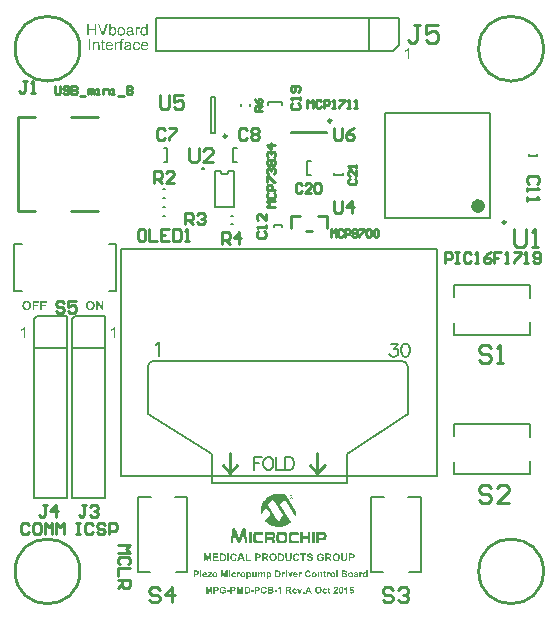
<source format=gto>
G04 Layer_Color=65535*
%FSLAX24Y24*%
%MOIN*%
G70*
G01*
G75*
%ADD26C,0.0098*%
%ADD27C,0.0100*%
%ADD41C,0.0079*%
%ADD42C,0.0236*%
%ADD43C,0.0080*%
G36*
X7858Y1103D02*
X7861Y1102D01*
X7864Y1102D01*
X7867Y1101D01*
X7871Y1100D01*
X7878Y1097D01*
X7882Y1095D01*
X7886Y1093D01*
X7890Y1091D01*
X7895Y1088D01*
X7899Y1084D01*
X7902Y1080D01*
X7903Y1080D01*
X7903Y1079D01*
X7904Y1078D01*
X7905Y1076D01*
X7907Y1074D01*
X7909Y1071D01*
X7910Y1068D01*
X7912Y1064D01*
X7914Y1060D01*
X7916Y1055D01*
X7918Y1050D01*
X7919Y1045D01*
X7920Y1038D01*
X7921Y1032D01*
X7922Y1025D01*
X7922Y1018D01*
Y1018D01*
Y1016D01*
Y1014D01*
X7922Y1011D01*
X7922Y1008D01*
X7921Y1004D01*
X7921Y999D01*
X7920Y995D01*
X7917Y984D01*
X7916Y979D01*
X7914Y973D01*
X7912Y968D01*
X7909Y963D01*
X7906Y958D01*
X7902Y954D01*
X7902Y954D01*
X7901Y953D01*
X7900Y952D01*
X7899Y951D01*
X7897Y949D01*
X7895Y947D01*
X7892Y945D01*
X7889Y943D01*
X7882Y938D01*
X7873Y935D01*
X7869Y933D01*
X7864Y932D01*
X7859Y932D01*
X7854Y931D01*
X7851D01*
X7849Y932D01*
X7845Y932D01*
X7842Y933D01*
X7838Y934D01*
X7833Y935D01*
X7829Y937D01*
X7828Y937D01*
X7827Y938D01*
X7825Y939D01*
X7822Y941D01*
X7818Y943D01*
X7815Y947D01*
X7810Y951D01*
X7806Y955D01*
Y873D01*
X7762D01*
Y1099D01*
X7803D01*
Y1075D01*
X7803Y1076D01*
X7804Y1077D01*
X7806Y1080D01*
X7809Y1082D01*
X7812Y1086D01*
X7815Y1089D01*
X7819Y1092D01*
X7824Y1095D01*
X7825Y1095D01*
X7826Y1096D01*
X7829Y1097D01*
X7833Y1099D01*
X7837Y1101D01*
X7842Y1102D01*
X7848Y1103D01*
X7854Y1103D01*
X7856D01*
X7858Y1103D01*
D02*
G37*
G36*
X8527D02*
X8530Y1102D01*
X8532Y1102D01*
X8536Y1101D01*
X8539Y1100D01*
X8547Y1097D01*
X8551Y1095D01*
X8555Y1093D01*
X8559Y1091D01*
X8563Y1088D01*
X8567Y1084D01*
X8571Y1080D01*
X8571Y1080D01*
X8572Y1079D01*
X8573Y1078D01*
X8574Y1076D01*
X8576Y1074D01*
X8577Y1071D01*
X8579Y1068D01*
X8581Y1064D01*
X8583Y1060D01*
X8585Y1055D01*
X8586Y1050D01*
X8588Y1045D01*
X8589Y1038D01*
X8590Y1032D01*
X8591Y1025D01*
X8591Y1018D01*
Y1018D01*
Y1016D01*
Y1014D01*
X8591Y1011D01*
X8590Y1008D01*
X8590Y1004D01*
X8589Y999D01*
X8589Y995D01*
X8586Y984D01*
X8585Y979D01*
X8583Y973D01*
X8580Y968D01*
X8578Y963D01*
X8575Y958D01*
X8571Y954D01*
X8571Y954D01*
X8570Y953D01*
X8569Y952D01*
X8567Y951D01*
X8565Y949D01*
X8563Y947D01*
X8560Y945D01*
X8557Y943D01*
X8550Y938D01*
X8542Y935D01*
X8537Y933D01*
X8532Y932D01*
X8527Y932D01*
X8522Y931D01*
X8520D01*
X8517Y932D01*
X8514Y932D01*
X8510Y933D01*
X8506Y934D01*
X8502Y935D01*
X8497Y937D01*
X8497Y937D01*
X8495Y938D01*
X8493Y939D01*
X8491Y941D01*
X8487Y943D01*
X8483Y947D01*
X8479Y951D01*
X8474Y955D01*
Y873D01*
X8431D01*
Y1099D01*
X8471D01*
Y1075D01*
X8472Y1076D01*
X8473Y1077D01*
X8474Y1080D01*
X8477Y1082D01*
X8480Y1086D01*
X8484Y1089D01*
X8488Y1092D01*
X8493Y1095D01*
X8493Y1095D01*
X8495Y1096D01*
X8498Y1097D01*
X8501Y1099D01*
X8506Y1101D01*
X8511Y1102D01*
X8516Y1103D01*
X8522Y1103D01*
X8525D01*
X8527Y1103D01*
D02*
G37*
G36*
X7138Y935D02*
X7095D01*
X7095Y1113D01*
X7050Y935D01*
X7006D01*
X6961Y1113D01*
Y935D01*
X6919D01*
Y1162D01*
X6987D01*
X7028Y1007D01*
X7069Y1162D01*
X7138D01*
Y935D01*
D02*
G37*
G36*
X7346Y1103D02*
X7348D01*
X7351Y1102D01*
X7358Y1101D01*
X7365Y1100D01*
X7373Y1097D01*
X7381Y1094D01*
X7388Y1090D01*
X7389D01*
X7389Y1089D01*
X7391Y1087D01*
X7394Y1084D01*
X7398Y1080D01*
X7402Y1075D01*
X7407Y1068D01*
X7411Y1060D01*
X7414Y1051D01*
X7371Y1043D01*
Y1044D01*
X7371Y1045D01*
X7370Y1048D01*
X7369Y1050D01*
X7368Y1053D01*
X7366Y1056D01*
X7364Y1059D01*
X7361Y1062D01*
X7361Y1062D01*
X7360Y1063D01*
X7358Y1064D01*
X7356Y1065D01*
X7353Y1067D01*
X7349Y1068D01*
X7346Y1068D01*
X7341Y1069D01*
X7338D01*
X7335Y1068D01*
X7332Y1067D01*
X7327Y1066D01*
X7323Y1064D01*
X7319Y1061D01*
X7315Y1057D01*
X7315Y1057D01*
X7314Y1055D01*
X7312Y1052D01*
X7310Y1049D01*
X7308Y1043D01*
X7307Y1037D01*
X7306Y1033D01*
X7306Y1029D01*
X7305Y1025D01*
Y1020D01*
Y1020D01*
Y1019D01*
Y1017D01*
Y1015D01*
X7306Y1013D01*
X7306Y1010D01*
X7307Y1004D01*
X7308Y997D01*
X7309Y990D01*
X7312Y984D01*
X7314Y981D01*
X7315Y979D01*
X7316Y978D01*
X7317Y977D01*
X7319Y975D01*
X7322Y973D01*
X7326Y970D01*
X7330Y969D01*
X7336Y967D01*
X7341Y967D01*
X7344D01*
X7346Y967D01*
X7349Y968D01*
X7352Y968D01*
X7355Y969D01*
X7359Y971D01*
X7362Y973D01*
X7362Y974D01*
X7363Y975D01*
X7364Y976D01*
X7366Y979D01*
X7368Y983D01*
X7370Y987D01*
X7372Y992D01*
X7373Y998D01*
X7416Y991D01*
Y990D01*
X7416Y989D01*
X7415Y988D01*
X7415Y986D01*
X7414Y983D01*
X7413Y981D01*
X7410Y974D01*
X7407Y967D01*
X7402Y959D01*
X7397Y952D01*
X7394Y949D01*
X7390Y946D01*
X7390D01*
X7389Y945D01*
X7388Y945D01*
X7387Y944D01*
X7385Y943D01*
X7383Y941D01*
X7380Y940D01*
X7377Y939D01*
X7374Y937D01*
X7370Y936D01*
X7365Y935D01*
X7361Y934D01*
X7351Y932D01*
X7346Y932D01*
X7340Y931D01*
X7336D01*
X7334Y932D01*
X7331Y932D01*
X7327Y933D01*
X7323Y933D01*
X7319Y934D01*
X7310Y937D01*
X7305Y939D01*
X7300Y941D01*
X7296Y943D01*
X7291Y947D01*
X7286Y950D01*
X7282Y954D01*
X7282Y954D01*
X7281Y955D01*
X7280Y956D01*
X7279Y958D01*
X7277Y960D01*
X7275Y963D01*
X7273Y966D01*
X7272Y970D01*
X7270Y974D01*
X7268Y979D01*
X7266Y984D01*
X7264Y990D01*
X7263Y996D01*
X7262Y1003D01*
X7261Y1010D01*
X7261Y1017D01*
Y1017D01*
Y1019D01*
Y1021D01*
X7261Y1024D01*
X7262Y1027D01*
X7262Y1031D01*
X7263Y1035D01*
X7264Y1040D01*
X7266Y1050D01*
X7268Y1055D01*
X7270Y1061D01*
X7272Y1066D01*
X7275Y1071D01*
X7278Y1076D01*
X7282Y1080D01*
X7283Y1080D01*
X7283Y1081D01*
X7285Y1082D01*
X7286Y1084D01*
X7288Y1085D01*
X7291Y1087D01*
X7294Y1089D01*
X7298Y1091D01*
X7301Y1093D01*
X7306Y1096D01*
X7311Y1097D01*
X7316Y1099D01*
X7322Y1101D01*
X7327Y1102D01*
X7334Y1103D01*
X7340Y1103D01*
X7344D01*
X7346Y1103D01*
D02*
G37*
G36*
X9024D02*
X9028Y1102D01*
X9032Y1101D01*
X9037Y1099D01*
X9042Y1097D01*
X9047Y1094D01*
X9034Y1056D01*
X9033Y1057D01*
X9032Y1057D01*
X9030Y1059D01*
X9027Y1060D01*
X9024Y1061D01*
X9020Y1063D01*
X9017Y1063D01*
X9013Y1064D01*
X9012D01*
X9010Y1063D01*
X9008Y1063D01*
X9005Y1062D01*
X9003Y1062D01*
X9000Y1060D01*
X8998Y1059D01*
X8997Y1058D01*
X8996Y1058D01*
X8995Y1056D01*
X8994Y1055D01*
X8992Y1052D01*
X8990Y1049D01*
X8989Y1045D01*
X8987Y1041D01*
Y1040D01*
X8987Y1039D01*
X8987Y1038D01*
Y1036D01*
X8986Y1034D01*
X8986Y1032D01*
X8986Y1029D01*
X8985Y1025D01*
X8985Y1021D01*
X8985Y1017D01*
Y1012D01*
X8984Y1006D01*
X8984Y1000D01*
Y993D01*
Y986D01*
Y935D01*
X8941D01*
Y1099D01*
X8981D01*
Y1076D01*
X8981Y1077D01*
X8983Y1079D01*
X8985Y1081D01*
X8987Y1085D01*
X8990Y1088D01*
X8993Y1092D01*
X8996Y1095D01*
X8999Y1097D01*
X9000Y1098D01*
X9001Y1098D01*
X9003Y1099D01*
X9005Y1100D01*
X9008Y1101D01*
X9011Y1102D01*
X9014Y1103D01*
X9018Y1103D01*
X9021D01*
X9024Y1103D01*
D02*
G37*
G36*
X9588D02*
X9591Y1102D01*
X9596Y1101D01*
X9600Y1099D01*
X9606Y1097D01*
X9611Y1094D01*
X9597Y1056D01*
X9597Y1057D01*
X9595Y1057D01*
X9593Y1059D01*
X9591Y1060D01*
X9588Y1061D01*
X9584Y1063D01*
X9581Y1063D01*
X9577Y1064D01*
X9575D01*
X9573Y1063D01*
X9571Y1063D01*
X9569Y1062D01*
X9566Y1062D01*
X9564Y1060D01*
X9561Y1059D01*
X9561Y1058D01*
X9560Y1058D01*
X9559Y1056D01*
X9558Y1055D01*
X9556Y1052D01*
X9554Y1049D01*
X9553Y1045D01*
X9551Y1041D01*
Y1040D01*
X9551Y1039D01*
X9551Y1038D01*
Y1036D01*
X9550Y1034D01*
X9550Y1032D01*
X9550Y1029D01*
X9549Y1025D01*
X9549Y1021D01*
X9549Y1017D01*
Y1012D01*
X9548Y1006D01*
X9548Y1000D01*
Y993D01*
Y986D01*
Y935D01*
X9504D01*
Y1099D01*
X9545D01*
Y1076D01*
X9545Y1077D01*
X9546Y1079D01*
X9549Y1081D01*
X9551Y1085D01*
X9554Y1088D01*
X9557Y1092D01*
X9560Y1095D01*
X9563Y1097D01*
X9563Y1098D01*
X9564Y1098D01*
X9566Y1099D01*
X9569Y1100D01*
X9571Y1101D01*
X9575Y1102D01*
X9578Y1103D01*
X9582Y1103D01*
X9585D01*
X9588Y1103D01*
D02*
G37*
G36*
X10239D02*
X10242Y1102D01*
X10246Y1102D01*
X10251Y1101D01*
X10256Y1099D01*
X10260Y1097D01*
X10261Y1097D01*
X10262Y1096D01*
X10264Y1095D01*
X10267Y1094D01*
X10270Y1092D01*
X10273Y1090D01*
X10276Y1087D01*
X10278Y1084D01*
X10278Y1084D01*
X10279Y1083D01*
X10280Y1081D01*
X10281Y1079D01*
X10283Y1076D01*
X10284Y1073D01*
X10286Y1070D01*
X10287Y1066D01*
Y1066D01*
X10287Y1064D01*
X10288Y1062D01*
X10288Y1059D01*
X10289Y1055D01*
X10289Y1050D01*
X10289Y1044D01*
Y1037D01*
Y935D01*
X10246D01*
Y1019D01*
Y1019D01*
Y1020D01*
Y1021D01*
Y1023D01*
Y1025D01*
Y1027D01*
X10245Y1033D01*
X10245Y1039D01*
X10244Y1044D01*
X10244Y1049D01*
X10243Y1051D01*
X10243Y1053D01*
Y1053D01*
X10242Y1054D01*
X10241Y1056D01*
X10241Y1057D01*
X10238Y1061D01*
X10236Y1063D01*
X10234Y1065D01*
X10233Y1065D01*
X10233Y1066D01*
X10231Y1066D01*
X10230Y1067D01*
X10227Y1068D01*
X10225Y1069D01*
X10222Y1069D01*
X10218Y1069D01*
X10216D01*
X10214Y1069D01*
X10212Y1069D01*
X10209Y1068D01*
X10205Y1067D01*
X10202Y1065D01*
X10198Y1063D01*
X10198Y1063D01*
X10197Y1062D01*
X10195Y1061D01*
X10193Y1059D01*
X10191Y1056D01*
X10189Y1054D01*
X10187Y1050D01*
X10186Y1047D01*
Y1046D01*
X10185Y1045D01*
X10185Y1042D01*
X10184Y1038D01*
X10184Y1036D01*
X10184Y1033D01*
X10183Y1030D01*
X10183Y1027D01*
Y1023D01*
X10183Y1019D01*
Y1014D01*
Y1009D01*
Y935D01*
X10139D01*
Y1099D01*
X10180D01*
Y1075D01*
X10180Y1076D01*
X10181Y1077D01*
X10182Y1078D01*
X10183Y1080D01*
X10186Y1082D01*
X10188Y1084D01*
X10191Y1086D01*
X10195Y1089D01*
X10198Y1092D01*
X10202Y1094D01*
X10207Y1096D01*
X10211Y1098D01*
X10216Y1100D01*
X10222Y1102D01*
X10228Y1103D01*
X10234Y1103D01*
X10236D01*
X10239Y1103D01*
D02*
G37*
G36*
X7528D02*
X7532Y1102D01*
X7536Y1101D01*
X7541Y1099D01*
X7546Y1097D01*
X7551Y1094D01*
X7538Y1056D01*
X7538Y1057D01*
X7536Y1057D01*
X7534Y1059D01*
X7531Y1060D01*
X7528Y1061D01*
X7524Y1063D01*
X7521Y1063D01*
X7517Y1064D01*
X7516D01*
X7514Y1063D01*
X7512Y1063D01*
X7510Y1062D01*
X7507Y1062D01*
X7504Y1060D01*
X7502Y1059D01*
X7502Y1058D01*
X7501Y1058D01*
X7500Y1056D01*
X7498Y1055D01*
X7497Y1052D01*
X7495Y1049D01*
X7493Y1045D01*
X7492Y1041D01*
Y1040D01*
X7491Y1039D01*
X7491Y1038D01*
Y1036D01*
X7491Y1034D01*
X7490Y1032D01*
X7490Y1029D01*
X7490Y1025D01*
X7489Y1021D01*
X7489Y1017D01*
Y1012D01*
X7489Y1006D01*
X7488Y1000D01*
Y993D01*
Y986D01*
Y935D01*
X7445D01*
Y1099D01*
X7485D01*
Y1076D01*
X7486Y1077D01*
X7487Y1079D01*
X7489Y1081D01*
X7491Y1085D01*
X7494Y1088D01*
X7497Y1092D01*
X7501Y1095D01*
X7504Y1097D01*
X7504Y1098D01*
X7505Y1098D01*
X7507Y1099D01*
X7509Y1100D01*
X7512Y1101D01*
X7515Y1102D01*
X7519Y1103D01*
X7523Y1103D01*
X7525D01*
X7528Y1103D01*
D02*
G37*
G36*
X9238Y935D02*
X9199D01*
X9133Y1099D01*
X9178D01*
X9209Y1015D01*
X9218Y987D01*
Y988D01*
X9219Y989D01*
X9219Y991D01*
X9220Y993D01*
X9222Y998D01*
X9222Y1000D01*
X9223Y1001D01*
Y1002D01*
X9223Y1003D01*
X9224Y1004D01*
X9224Y1006D01*
X9226Y1010D01*
X9227Y1015D01*
X9258Y1099D01*
X9303D01*
X9238Y935D01*
D02*
G37*
G36*
X8807Y1161D02*
X8814Y1161D01*
X8820Y1161D01*
X8827Y1160D01*
X8834Y1159D01*
X8840Y1157D01*
X8841D01*
X8841Y1157D01*
X8842Y1157D01*
X8844Y1156D01*
X8848Y1155D01*
X8852Y1152D01*
X8858Y1150D01*
X8863Y1146D01*
X8869Y1142D01*
X8874Y1136D01*
X8875D01*
X8875Y1136D01*
X8877Y1134D01*
X8880Y1130D01*
X8883Y1126D01*
X8886Y1121D01*
X8890Y1114D01*
X8893Y1107D01*
X8896Y1099D01*
Y1099D01*
X8897Y1098D01*
X8897Y1097D01*
X8897Y1096D01*
X8898Y1093D01*
X8899Y1091D01*
X8899Y1088D01*
X8900Y1085D01*
X8901Y1081D01*
X8901Y1077D01*
X8902Y1073D01*
X8903Y1068D01*
X8903Y1058D01*
X8904Y1046D01*
Y1046D01*
Y1045D01*
Y1044D01*
Y1042D01*
X8903Y1039D01*
Y1036D01*
X8903Y1033D01*
X8903Y1030D01*
X8902Y1022D01*
X8901Y1014D01*
X8899Y1005D01*
X8897Y998D01*
Y997D01*
X8896Y997D01*
X8896Y995D01*
X8895Y994D01*
X8894Y992D01*
X8893Y989D01*
X8891Y984D01*
X8887Y977D01*
X8883Y970D01*
X8878Y964D01*
X8872Y958D01*
X8872Y957D01*
X8870Y956D01*
X8868Y954D01*
X8864Y951D01*
X8859Y948D01*
X8854Y945D01*
X8848Y942D01*
X8840Y940D01*
X8840Y939D01*
X8839D01*
X8838Y939D01*
X8834Y938D01*
X8830Y937D01*
X8824Y936D01*
X8817Y936D01*
X8809Y935D01*
X8800Y935D01*
X8714D01*
Y1162D01*
X8804D01*
X8807Y1161D01*
D02*
G37*
G36*
X9109Y935D02*
X9066D01*
Y1099D01*
X9109D01*
Y935D01*
D02*
G37*
G36*
X6603Y1069D02*
X6540Y996D01*
X6519Y972D01*
X6519D01*
X6522Y972D01*
X6524D01*
X6528Y973D01*
X6532D01*
X6535Y973D01*
X6608D01*
Y935D01*
X6462D01*
Y969D01*
X6523Y1040D01*
X6523Y1040D01*
X6524Y1040D01*
X6525Y1043D01*
X6528Y1046D01*
X6531Y1049D01*
X6535Y1053D01*
X6539Y1057D01*
X6542Y1061D01*
X6546Y1064D01*
X6544D01*
X6542Y1064D01*
X6537D01*
X6534Y1064D01*
X6525D01*
X6468Y1063D01*
Y1099D01*
X6603D01*
Y1069D01*
D02*
G37*
G36*
X7226Y935D02*
X7182D01*
Y1099D01*
X7226D01*
Y935D01*
D02*
G37*
G36*
X11425Y1103D02*
X11428D01*
X11434Y1102D01*
X11441Y1101D01*
X11448Y1100D01*
X11455Y1098D01*
X11458Y1097D01*
X11461Y1096D01*
X11461D01*
X11462Y1095D01*
X11463Y1094D01*
X11466Y1093D01*
X11469Y1091D01*
X11472Y1089D01*
X11475Y1086D01*
X11479Y1082D01*
X11481Y1078D01*
X11482Y1078D01*
X11482Y1076D01*
X11483Y1074D01*
X11484Y1069D01*
X11485Y1067D01*
X11485Y1064D01*
X11486Y1061D01*
X11486Y1057D01*
X11487Y1054D01*
X11487Y1049D01*
X11487Y1045D01*
Y1040D01*
X11487Y989D01*
Y989D01*
Y988D01*
Y987D01*
Y985D01*
Y982D01*
X11487Y977D01*
Y971D01*
X11488Y966D01*
X11488Y961D01*
X11489Y957D01*
Y956D01*
X11489Y955D01*
X11490Y953D01*
X11490Y950D01*
X11491Y947D01*
X11493Y943D01*
X11494Y939D01*
X11496Y935D01*
X11453D01*
Y935D01*
X11453Y936D01*
X11453Y937D01*
X11452Y938D01*
X11451Y940D01*
X11451Y942D01*
X11450Y945D01*
X11449Y948D01*
Y948D01*
Y949D01*
X11448Y950D01*
X11448Y952D01*
X11447Y953D01*
X11447Y953D01*
X11445Y951D01*
X11443Y949D01*
X11440Y947D01*
X11437Y944D01*
X11433Y941D01*
X11428Y939D01*
X11424Y937D01*
X11423Y936D01*
X11422Y936D01*
X11419Y935D01*
X11415Y934D01*
X11411Y933D01*
X11407Y932D01*
X11402Y932D01*
X11397Y931D01*
X11394D01*
X11393Y932D01*
X11390D01*
X11388Y932D01*
X11382Y933D01*
X11376Y935D01*
X11369Y937D01*
X11363Y940D01*
X11357Y945D01*
Y945D01*
X11356Y945D01*
X11354Y947D01*
X11352Y950D01*
X11350Y954D01*
X11347Y959D01*
X11345Y965D01*
X11343Y972D01*
X11343Y976D01*
X11342Y980D01*
Y980D01*
Y982D01*
X11343Y985D01*
X11343Y988D01*
X11344Y992D01*
X11345Y996D01*
X11347Y1000D01*
X11349Y1004D01*
X11349Y1004D01*
X11350Y1006D01*
X11351Y1008D01*
X11353Y1011D01*
X11356Y1013D01*
X11360Y1016D01*
X11363Y1019D01*
X11367Y1021D01*
X11368Y1021D01*
X11370Y1022D01*
X11372Y1023D01*
X11376Y1024D01*
X11381Y1026D01*
X11387Y1028D01*
X11394Y1029D01*
X11402Y1031D01*
X11402D01*
X11403Y1031D01*
X11405Y1032D01*
X11407Y1032D01*
X11409Y1032D01*
X11412Y1033D01*
X11419Y1034D01*
X11426Y1036D01*
X11433Y1038D01*
X11439Y1040D01*
X11442Y1041D01*
X11444Y1042D01*
Y1046D01*
Y1047D01*
Y1048D01*
X11444Y1050D01*
X11444Y1053D01*
X11443Y1056D01*
X11442Y1059D01*
X11440Y1062D01*
X11438Y1064D01*
X11438Y1064D01*
X11437Y1065D01*
X11435Y1066D01*
X11433Y1067D01*
X11430Y1068D01*
X11425Y1069D01*
X11421Y1069D01*
X11414Y1069D01*
X11412D01*
X11410Y1069D01*
X11408Y1069D01*
X11402Y1067D01*
X11399Y1066D01*
X11396Y1065D01*
X11396Y1064D01*
X11395Y1064D01*
X11394Y1063D01*
X11393Y1061D01*
X11391Y1059D01*
X11389Y1056D01*
X11388Y1053D01*
X11386Y1049D01*
X11347Y1056D01*
Y1056D01*
X11347Y1057D01*
X11347Y1058D01*
X11348Y1060D01*
X11349Y1062D01*
X11350Y1064D01*
X11352Y1069D01*
X11355Y1075D01*
X11359Y1081D01*
X11364Y1086D01*
X11369Y1091D01*
X11370D01*
X11370Y1092D01*
X11371Y1092D01*
X11372Y1093D01*
X11374Y1094D01*
X11376Y1095D01*
X11379Y1096D01*
X11381Y1097D01*
X11385Y1098D01*
X11389Y1099D01*
X11393Y1100D01*
X11397Y1101D01*
X11401Y1102D01*
X11407Y1103D01*
X11412Y1103D01*
X11423D01*
X11425Y1103D01*
D02*
G37*
G36*
X8106Y935D02*
X8065D01*
Y959D01*
X8065Y959D01*
X8064Y957D01*
X8062Y955D01*
X8059Y952D01*
X8056Y949D01*
X8052Y945D01*
X8047Y942D01*
X8041Y939D01*
X8041Y938D01*
X8039Y938D01*
X8036Y936D01*
X8032Y935D01*
X8028Y934D01*
X8023Y932D01*
X8017Y932D01*
X8011Y931D01*
X8008D01*
X8005Y932D01*
X8001Y932D01*
X7996Y933D01*
X7991Y934D01*
X7986Y936D01*
X7981Y938D01*
X7980Y939D01*
X7979Y940D01*
X7977Y941D01*
X7974Y944D01*
X7971Y947D01*
X7968Y950D01*
X7965Y954D01*
X7962Y959D01*
X7962Y960D01*
X7961Y961D01*
X7961Y964D01*
X7960Y968D01*
X7958Y974D01*
X7958Y980D01*
X7957Y987D01*
X7957Y995D01*
Y1099D01*
X8000D01*
Y1024D01*
Y1024D01*
Y1023D01*
Y1021D01*
Y1019D01*
Y1016D01*
Y1013D01*
X8000Y1006D01*
X8001Y998D01*
X8001Y991D01*
X8001Y988D01*
X8002Y986D01*
X8002Y983D01*
X8002Y982D01*
Y981D01*
X8003Y980D01*
X8003Y979D01*
X8004Y977D01*
X8007Y973D01*
X8009Y971D01*
X8011Y969D01*
X8011Y969D01*
X8012Y968D01*
X8013Y968D01*
X8015Y967D01*
X8018Y966D01*
X8020Y965D01*
X8024Y965D01*
X8027Y965D01*
X8029D01*
X8031Y965D01*
X8034Y965D01*
X8037Y966D01*
X8040Y967D01*
X8043Y969D01*
X8047Y971D01*
X8047Y971D01*
X8048Y972D01*
X8050Y973D01*
X8052Y975D01*
X8054Y977D01*
X8056Y980D01*
X8058Y983D01*
X8059Y986D01*
Y986D01*
X8060Y988D01*
Y989D01*
X8060Y990D01*
X8060Y992D01*
X8061Y995D01*
X8061Y997D01*
X8061Y1000D01*
X8062Y1004D01*
Y1008D01*
X8062Y1013D01*
X8062Y1018D01*
Y1024D01*
Y1030D01*
Y1099D01*
X8106D01*
Y935D01*
D02*
G37*
G36*
X10799D02*
X10755D01*
Y1162D01*
X10799D01*
Y935D01*
D02*
G37*
G36*
X11038Y1161D02*
X11044Y1161D01*
X11051Y1161D01*
X11057Y1160D01*
X11063Y1159D01*
X11063D01*
X11065Y1159D01*
X11067Y1158D01*
X11070Y1157D01*
X11074Y1156D01*
X11078Y1154D01*
X11082Y1152D01*
X11086Y1150D01*
X11087Y1150D01*
X11088Y1149D01*
X11090Y1147D01*
X11092Y1145D01*
X11095Y1142D01*
X11098Y1139D01*
X11101Y1135D01*
X11104Y1131D01*
X11104Y1130D01*
X11105Y1129D01*
X11106Y1127D01*
X11107Y1123D01*
X11108Y1119D01*
X11110Y1115D01*
X11111Y1110D01*
X11111Y1105D01*
Y1104D01*
Y1104D01*
Y1102D01*
X11111Y1099D01*
X11110Y1095D01*
X11109Y1090D01*
X11107Y1086D01*
X11105Y1080D01*
X11102Y1075D01*
X11102Y1075D01*
X11100Y1073D01*
X11099Y1071D01*
X11096Y1068D01*
X11093Y1065D01*
X11089Y1061D01*
X11084Y1058D01*
X11079Y1056D01*
X11079D01*
X11080Y1055D01*
X11081Y1055D01*
X11082Y1055D01*
X11086Y1053D01*
X11091Y1051D01*
X11096Y1048D01*
X11101Y1044D01*
X11106Y1040D01*
X11111Y1035D01*
X11111Y1034D01*
X11113Y1032D01*
X11114Y1029D01*
X11117Y1025D01*
X11119Y1020D01*
X11120Y1014D01*
X11122Y1008D01*
X11122Y1001D01*
Y1000D01*
Y998D01*
X11122Y995D01*
X11121Y991D01*
X11120Y987D01*
X11119Y982D01*
X11117Y976D01*
X11115Y970D01*
X11114Y970D01*
X11113Y968D01*
X11112Y965D01*
X11109Y962D01*
X11107Y958D01*
X11103Y955D01*
X11099Y951D01*
X11095Y947D01*
X11094Y947D01*
X11093Y946D01*
X11090Y944D01*
X11087Y942D01*
X11082Y941D01*
X11077Y939D01*
X11071Y937D01*
X11064Y936D01*
X11063D01*
X11062Y936D01*
X11058D01*
X11056Y936D01*
X11050D01*
X11046Y935D01*
X11036D01*
X11030Y935D01*
X10932D01*
Y1162D01*
X11032D01*
X11038Y1161D01*
D02*
G37*
G36*
X6980Y1728D02*
X6987Y1727D01*
X6994Y1727D01*
X7002Y1726D01*
X7010Y1725D01*
X7017Y1723D01*
X7017D01*
X7018Y1723D01*
X7019Y1722D01*
X7020Y1722D01*
X7025Y1720D01*
X7030Y1718D01*
X7036Y1715D01*
X7042Y1710D01*
X7049Y1706D01*
X7055Y1700D01*
X7055D01*
X7055Y1699D01*
X7057Y1697D01*
X7060Y1693D01*
X7064Y1688D01*
X7068Y1682D01*
X7072Y1675D01*
X7075Y1667D01*
X7079Y1659D01*
Y1659D01*
X7079Y1658D01*
X7080Y1657D01*
X7080Y1655D01*
X7081Y1652D01*
X7081Y1650D01*
X7082Y1646D01*
X7083Y1642D01*
X7084Y1638D01*
X7084Y1634D01*
X7085Y1629D01*
X7086Y1624D01*
X7087Y1613D01*
X7087Y1600D01*
Y1599D01*
Y1598D01*
Y1597D01*
Y1595D01*
X7087Y1592D01*
Y1589D01*
X7086Y1585D01*
X7086Y1581D01*
X7085Y1573D01*
X7084Y1564D01*
X7082Y1555D01*
X7079Y1546D01*
Y1546D01*
X7079Y1545D01*
X7078Y1543D01*
X7077Y1541D01*
X7077Y1539D01*
X7075Y1537D01*
X7072Y1530D01*
X7068Y1523D01*
X7064Y1516D01*
X7059Y1508D01*
X7052Y1501D01*
X7052Y1501D01*
X7050Y1499D01*
X7047Y1497D01*
X7043Y1494D01*
X7038Y1491D01*
X7032Y1488D01*
X7025Y1485D01*
X7017Y1482D01*
X7016Y1481D01*
X7015D01*
X7014Y1481D01*
X7010Y1480D01*
X7005Y1479D01*
X6998Y1478D01*
X6991Y1477D01*
X6982Y1477D01*
X6972Y1476D01*
X6877D01*
Y1728D01*
X6977D01*
X6980Y1728D01*
D02*
G37*
G36*
X7179Y1476D02*
X7129D01*
Y1728D01*
X7179D01*
Y1476D01*
D02*
G37*
G36*
X10762Y1732D02*
X10766D01*
X10771Y1731D01*
X10777Y1730D01*
X10783Y1729D01*
X10789Y1728D01*
X10796Y1726D01*
X10803Y1724D01*
X10811Y1721D01*
X10818Y1718D01*
X10825Y1713D01*
X10832Y1709D01*
X10839Y1703D01*
X10846Y1697D01*
X10846Y1697D01*
X10847Y1696D01*
X10849Y1694D01*
X10851Y1691D01*
X10854Y1688D01*
X10857Y1683D01*
X10860Y1678D01*
X10863Y1673D01*
X10866Y1666D01*
X10869Y1659D01*
X10872Y1651D01*
X10874Y1642D01*
X10876Y1633D01*
X10878Y1623D01*
X10879Y1613D01*
X10879Y1602D01*
Y1601D01*
Y1599D01*
X10879Y1596D01*
Y1592D01*
X10878Y1586D01*
X10878Y1581D01*
X10877Y1574D01*
X10875Y1567D01*
X10873Y1559D01*
X10871Y1552D01*
X10869Y1544D01*
X10865Y1536D01*
X10861Y1528D01*
X10857Y1520D01*
X10852Y1513D01*
X10846Y1506D01*
X10846Y1506D01*
X10845Y1505D01*
X10843Y1503D01*
X10840Y1501D01*
X10837Y1498D01*
X10833Y1495D01*
X10828Y1492D01*
X10823Y1489D01*
X10817Y1486D01*
X10810Y1483D01*
X10803Y1480D01*
X10795Y1478D01*
X10786Y1475D01*
X10777Y1474D01*
X10768Y1473D01*
X10758Y1472D01*
X10755D01*
X10752Y1473D01*
X10748D01*
X10744Y1473D01*
X10738Y1474D01*
X10732Y1475D01*
X10725Y1476D01*
X10718Y1478D01*
X10711Y1480D01*
X10704Y1483D01*
X10696Y1486D01*
X10689Y1491D01*
X10682Y1495D01*
X10675Y1500D01*
X10668Y1506D01*
X10668Y1507D01*
X10667Y1508D01*
X10666Y1510D01*
X10663Y1513D01*
X10661Y1516D01*
X10658Y1520D01*
X10655Y1525D01*
X10652Y1531D01*
X10649Y1537D01*
X10646Y1544D01*
X10643Y1552D01*
X10641Y1561D01*
X10639Y1569D01*
X10637Y1579D01*
X10636Y1590D01*
X10636Y1601D01*
Y1601D01*
Y1602D01*
Y1604D01*
X10636Y1607D01*
Y1610D01*
X10636Y1614D01*
X10637Y1619D01*
X10637Y1623D01*
X10638Y1633D01*
X10640Y1644D01*
X10643Y1655D01*
X10647Y1665D01*
Y1665D01*
X10647Y1666D01*
X10648Y1667D01*
X10648Y1668D01*
X10650Y1672D01*
X10653Y1676D01*
X10656Y1682D01*
X10660Y1688D01*
X10665Y1694D01*
X10670Y1699D01*
X10671Y1700D01*
X10673Y1702D01*
X10676Y1705D01*
X10680Y1708D01*
X10685Y1712D01*
X10690Y1715D01*
X10696Y1719D01*
X10703Y1722D01*
X10703D01*
X10704Y1722D01*
X10705Y1723D01*
X10707Y1724D01*
X10709Y1724D01*
X10712Y1725D01*
X10715Y1726D01*
X10719Y1727D01*
X10726Y1729D01*
X10736Y1731D01*
X10746Y1732D01*
X10757Y1732D01*
X10760D01*
X10762Y1732D01*
D02*
G37*
G36*
X6828Y1685D02*
X6693D01*
Y1630D01*
X6819D01*
Y1587D01*
X6693D01*
Y1519D01*
X6833D01*
Y1476D01*
X6642D01*
Y1728D01*
X6828D01*
Y1685D01*
D02*
G37*
G36*
X8145Y1728D02*
X8154D01*
X8165Y1727D01*
X8175Y1726D01*
X8179Y1726D01*
X8183Y1725D01*
X8187Y1725D01*
X8190Y1724D01*
X8190D01*
X8191Y1724D01*
X8192Y1723D01*
X8194Y1723D01*
X8197Y1721D01*
X8203Y1719D01*
X8208Y1715D01*
X8214Y1711D01*
X8221Y1706D01*
X8226Y1699D01*
Y1699D01*
X8227Y1699D01*
X8228Y1697D01*
X8229Y1696D01*
X8230Y1694D01*
X8231Y1692D01*
X8234Y1686D01*
X8236Y1679D01*
X8239Y1671D01*
X8240Y1662D01*
X8241Y1651D01*
Y1650D01*
Y1650D01*
Y1648D01*
Y1647D01*
X8240Y1642D01*
X8240Y1637D01*
X8239Y1631D01*
X8237Y1624D01*
X8235Y1618D01*
X8232Y1611D01*
X8232Y1611D01*
X8231Y1609D01*
X8229Y1606D01*
X8227Y1602D01*
X8223Y1598D01*
X8220Y1594D01*
X8216Y1590D01*
X8211Y1587D01*
X8210Y1586D01*
X8209Y1585D01*
X8206Y1584D01*
X8203Y1582D01*
X8199Y1580D01*
X8194Y1578D01*
X8190Y1576D01*
X8185Y1575D01*
X8184D01*
X8183Y1574D01*
X8181D01*
X8180Y1574D01*
X8177Y1574D01*
X8174Y1573D01*
X8171D01*
X8168Y1573D01*
X8164Y1573D01*
X8160Y1572D01*
X8155Y1572D01*
X8150D01*
X8144Y1571D01*
X8099D01*
Y1476D01*
X8048D01*
Y1728D01*
X8141D01*
X8145Y1728D01*
D02*
G37*
G36*
X8399D02*
X8403D01*
X8407Y1727D01*
X8412D01*
X8422Y1726D01*
X8431Y1725D01*
X8440Y1723D01*
X8444Y1722D01*
X8448Y1721D01*
X8448D01*
X8449Y1721D01*
X8451Y1720D01*
X8454Y1718D01*
X8459Y1715D01*
X8463Y1712D01*
X8468Y1708D01*
X8473Y1703D01*
X8477Y1697D01*
X8478Y1696D01*
X8479Y1694D01*
X8481Y1690D01*
X8483Y1686D01*
X8485Y1680D01*
X8487Y1673D01*
X8488Y1666D01*
X8488Y1657D01*
Y1657D01*
Y1656D01*
Y1655D01*
X8488Y1653D01*
Y1650D01*
X8488Y1647D01*
X8486Y1641D01*
X8484Y1633D01*
X8481Y1626D01*
X8477Y1618D01*
X8475Y1614D01*
X8472Y1610D01*
Y1610D01*
X8471Y1610D01*
X8470Y1608D01*
X8469Y1607D01*
X8467Y1606D01*
X8465Y1604D01*
X8462Y1602D01*
X8459Y1601D01*
X8456Y1599D01*
X8452Y1597D01*
X8448Y1595D01*
X8444Y1593D01*
X8439Y1591D01*
X8434Y1590D01*
X8428Y1589D01*
X8422Y1587D01*
X8423D01*
X8423Y1587D01*
X8425Y1586D01*
X8428Y1584D01*
X8432Y1581D01*
X8436Y1578D01*
X8441Y1574D01*
X8445Y1570D01*
X8449Y1566D01*
X8450Y1566D01*
X8451Y1564D01*
X8454Y1561D01*
X8457Y1557D01*
X8461Y1551D01*
X8463Y1548D01*
X8466Y1544D01*
X8469Y1540D01*
X8472Y1535D01*
X8475Y1531D01*
X8478Y1525D01*
X8509Y1476D01*
X8448D01*
X8411Y1531D01*
X8411Y1531D01*
X8411Y1532D01*
X8410Y1534D01*
X8408Y1536D01*
X8407Y1538D01*
X8405Y1541D01*
X8401Y1547D01*
X8396Y1553D01*
X8392Y1559D01*
X8388Y1564D01*
X8386Y1567D01*
X8384Y1568D01*
X8384Y1568D01*
X8383Y1569D01*
X8382Y1571D01*
X8380Y1572D01*
X8378Y1574D01*
X8375Y1575D01*
X8372Y1577D01*
X8369Y1578D01*
X8369D01*
X8368Y1579D01*
X8366Y1580D01*
X8363Y1580D01*
X8359Y1581D01*
X8355Y1581D01*
X8350Y1581D01*
X8334D01*
Y1476D01*
X8283D01*
Y1728D01*
X8396D01*
X8399Y1728D01*
D02*
G37*
G36*
X7709Y1476D02*
X7654D01*
X7632Y1534D01*
X7531D01*
X7510Y1476D01*
X7456D01*
X7554Y1728D01*
X7607D01*
X7709Y1476D01*
D02*
G37*
G36*
X7788Y1519D02*
X7914D01*
Y1476D01*
X7737D01*
Y1726D01*
X7788D01*
Y1519D01*
D02*
G37*
G36*
X8653Y1732D02*
X8657D01*
X8662Y1731D01*
X8667Y1730D01*
X8673Y1729D01*
X8680Y1728D01*
X8687Y1726D01*
X8694Y1724D01*
X8701Y1721D01*
X8708Y1718D01*
X8716Y1713D01*
X8723Y1709D01*
X8730Y1703D01*
X8736Y1697D01*
X8737Y1697D01*
X8738Y1696D01*
X8739Y1694D01*
X8742Y1691D01*
X8744Y1688D01*
X8747Y1683D01*
X8750Y1678D01*
X8753Y1673D01*
X8756Y1666D01*
X8760Y1659D01*
X8762Y1651D01*
X8765Y1642D01*
X8767Y1633D01*
X8769Y1623D01*
X8770Y1613D01*
X8770Y1602D01*
Y1601D01*
Y1599D01*
X8770Y1596D01*
Y1592D01*
X8769Y1586D01*
X8768Y1581D01*
X8767Y1574D01*
X8766Y1567D01*
X8764Y1559D01*
X8762Y1552D01*
X8759Y1544D01*
X8756Y1536D01*
X8752Y1528D01*
X8748Y1520D01*
X8743Y1513D01*
X8737Y1506D01*
X8736Y1506D01*
X8735Y1505D01*
X8733Y1503D01*
X8731Y1501D01*
X8727Y1498D01*
X8723Y1495D01*
X8719Y1492D01*
X8713Y1489D01*
X8707Y1486D01*
X8701Y1483D01*
X8693Y1480D01*
X8686Y1478D01*
X8677Y1475D01*
X8668Y1474D01*
X8658Y1473D01*
X8648Y1472D01*
X8646D01*
X8643Y1473D01*
X8639D01*
X8634Y1473D01*
X8629Y1474D01*
X8623Y1475D01*
X8616Y1476D01*
X8609Y1478D01*
X8602Y1480D01*
X8594Y1483D01*
X8587Y1486D01*
X8580Y1491D01*
X8573Y1495D01*
X8565Y1500D01*
X8559Y1506D01*
X8559Y1507D01*
X8558Y1508D01*
X8556Y1510D01*
X8554Y1513D01*
X8552Y1516D01*
X8549Y1520D01*
X8546Y1525D01*
X8543Y1531D01*
X8540Y1537D01*
X8537Y1544D01*
X8534Y1552D01*
X8531Y1561D01*
X8529Y1569D01*
X8528Y1579D01*
X8527Y1590D01*
X8526Y1601D01*
Y1601D01*
Y1602D01*
Y1604D01*
X8527Y1607D01*
Y1610D01*
X8527Y1614D01*
X8527Y1619D01*
X8528Y1623D01*
X8529Y1633D01*
X8531Y1644D01*
X8534Y1655D01*
X8537Y1665D01*
Y1665D01*
X8538Y1666D01*
X8538Y1667D01*
X8539Y1668D01*
X8541Y1672D01*
X8543Y1676D01*
X8547Y1682D01*
X8551Y1688D01*
X8555Y1694D01*
X8561Y1699D01*
X8561Y1700D01*
X8563Y1702D01*
X8566Y1705D01*
X8570Y1708D01*
X8575Y1712D01*
X8581Y1715D01*
X8587Y1719D01*
X8594Y1722D01*
X8594D01*
X8595Y1722D01*
X8596Y1723D01*
X8598Y1724D01*
X8600Y1724D01*
X8603Y1725D01*
X8606Y1726D01*
X8609Y1727D01*
X8617Y1729D01*
X8626Y1731D01*
X8637Y1732D01*
X8648Y1732D01*
X8650D01*
X8653Y1732D01*
D02*
G37*
G36*
X8341Y1103D02*
X8346Y1102D01*
X8350Y1101D01*
X8356Y1100D01*
X8361Y1098D01*
X8366Y1095D01*
X8366Y1095D01*
X8368Y1094D01*
X8370Y1092D01*
X8373Y1090D01*
X8376Y1087D01*
X8379Y1083D01*
X8382Y1079D01*
X8384Y1074D01*
X8385Y1074D01*
X8385Y1072D01*
X8386Y1069D01*
X8387Y1066D01*
X8388Y1061D01*
X8388Y1055D01*
X8389Y1048D01*
X8389Y1040D01*
Y935D01*
X8345D01*
Y1029D01*
Y1029D01*
Y1030D01*
Y1031D01*
Y1033D01*
X8345Y1037D01*
X8345Y1042D01*
X8344Y1047D01*
X8343Y1052D01*
X8342Y1057D01*
X8341Y1059D01*
X8341Y1060D01*
X8340Y1060D01*
X8340Y1061D01*
X8338Y1063D01*
X8336Y1065D01*
X8334Y1066D01*
X8330Y1068D01*
X8327Y1069D01*
X8322Y1069D01*
X8320D01*
X8319Y1069D01*
X8317Y1069D01*
X8314Y1068D01*
X8311Y1067D01*
X8308Y1066D01*
X8305Y1064D01*
X8305Y1063D01*
X8304Y1063D01*
X8302Y1061D01*
X8301Y1060D01*
X8299Y1057D01*
X8297Y1055D01*
X8295Y1051D01*
X8294Y1048D01*
Y1047D01*
X8293Y1046D01*
X8292Y1043D01*
X8292Y1039D01*
X8291Y1034D01*
X8291Y1029D01*
X8290Y1022D01*
Y1014D01*
Y935D01*
X8247D01*
Y1025D01*
Y1025D01*
Y1026D01*
Y1027D01*
Y1028D01*
Y1033D01*
X8246Y1037D01*
X8246Y1043D01*
X8246Y1048D01*
X8245Y1052D01*
X8245Y1054D01*
X8244Y1055D01*
Y1056D01*
X8244Y1056D01*
X8243Y1058D01*
X8243Y1059D01*
X8240Y1063D01*
X8239Y1064D01*
X8237Y1066D01*
X8237Y1066D01*
X8236Y1066D01*
X8235Y1067D01*
X8234Y1068D01*
X8232Y1068D01*
X8229Y1069D01*
X8227Y1069D01*
X8222D01*
X8220Y1069D01*
X8218Y1069D01*
X8215Y1068D01*
X8212Y1067D01*
X8209Y1066D01*
X8206Y1064D01*
X8205Y1063D01*
X8204Y1063D01*
X8203Y1061D01*
X8201Y1060D01*
X8199Y1058D01*
X8197Y1055D01*
X8195Y1052D01*
X8194Y1048D01*
Y1048D01*
X8193Y1046D01*
X8193Y1044D01*
X8192Y1040D01*
X8192Y1035D01*
X8191Y1030D01*
X8191Y1023D01*
Y1015D01*
Y935D01*
X8147D01*
Y1099D01*
X8187D01*
Y1077D01*
X8188Y1077D01*
X8188Y1078D01*
X8189Y1079D01*
X8191Y1081D01*
X8193Y1083D01*
X8196Y1085D01*
X8198Y1087D01*
X8202Y1090D01*
X8205Y1092D01*
X8209Y1095D01*
X8218Y1099D01*
X8223Y1101D01*
X8228Y1102D01*
X8233Y1103D01*
X8239Y1103D01*
X8241D01*
X8244Y1103D01*
X8248Y1102D01*
X8252Y1101D01*
X8256Y1100D01*
X8261Y1098D01*
X8266Y1096D01*
X8266Y1096D01*
X8268Y1095D01*
X8270Y1093D01*
X8272Y1091D01*
X8275Y1089D01*
X8279Y1085D01*
X8282Y1081D01*
X8285Y1077D01*
X8285Y1077D01*
X8287Y1079D01*
X8289Y1081D01*
X8292Y1084D01*
X8295Y1087D01*
X8299Y1090D01*
X8303Y1093D01*
X8308Y1096D01*
X8309Y1096D01*
X8310Y1097D01*
X8313Y1098D01*
X8316Y1099D01*
X8320Y1101D01*
X8325Y1102D01*
X8330Y1103D01*
X8335Y1103D01*
X8338D01*
X8341Y1103D01*
D02*
G37*
G36*
X11804Y935D02*
X11763D01*
Y959D01*
X11763Y958D01*
X11762Y957D01*
X11759Y954D01*
X11757Y951D01*
X11753Y948D01*
X11749Y944D01*
X11744Y941D01*
X11739Y938D01*
X11739Y938D01*
X11737Y937D01*
X11734Y936D01*
X11731Y935D01*
X11727Y933D01*
X11722Y932D01*
X11717Y932D01*
X11712Y931D01*
X11709D01*
X11707Y932D01*
X11705Y932D01*
X11702Y933D01*
X11699Y933D01*
X11696Y934D01*
X11688Y937D01*
X11684Y939D01*
X11680Y941D01*
X11676Y943D01*
X11671Y947D01*
X11668Y950D01*
X11664Y954D01*
X11663Y954D01*
X11662Y955D01*
X11662Y956D01*
X11660Y958D01*
X11659Y960D01*
X11657Y963D01*
X11655Y967D01*
X11654Y970D01*
X11652Y975D01*
X11650Y980D01*
X11648Y985D01*
X11647Y990D01*
X11645Y997D01*
X11645Y1003D01*
X11644Y1010D01*
X11644Y1018D01*
Y1018D01*
Y1019D01*
Y1022D01*
X11644Y1024D01*
X11644Y1028D01*
X11645Y1032D01*
X11645Y1036D01*
X11646Y1041D01*
X11648Y1051D01*
X11650Y1057D01*
X11652Y1062D01*
X11654Y1067D01*
X11657Y1072D01*
X11660Y1077D01*
X11663Y1081D01*
X11664Y1081D01*
X11664Y1082D01*
X11665Y1083D01*
X11667Y1084D01*
X11669Y1086D01*
X11671Y1088D01*
X11674Y1090D01*
X11677Y1092D01*
X11680Y1094D01*
X11684Y1096D01*
X11693Y1099D01*
X11697Y1101D01*
X11702Y1102D01*
X11707Y1103D01*
X11713Y1103D01*
X11715D01*
X11717Y1103D01*
X11720Y1102D01*
X11722Y1102D01*
X11726Y1101D01*
X11729Y1100D01*
X11736Y1097D01*
X11740Y1095D01*
X11744Y1093D01*
X11748Y1091D01*
X11752Y1087D01*
X11757Y1084D01*
X11760Y1080D01*
Y1162D01*
X11804D01*
Y935D01*
D02*
G37*
G36*
X10520Y1103D02*
X10524Y1102D01*
X10528Y1101D01*
X10533Y1099D01*
X10538Y1097D01*
X10543Y1094D01*
X10530Y1056D01*
X10530Y1057D01*
X10528Y1057D01*
X10526Y1059D01*
X10523Y1060D01*
X10520Y1061D01*
X10516Y1063D01*
X10513Y1063D01*
X10509Y1064D01*
X10508D01*
X10506Y1063D01*
X10504Y1063D01*
X10502Y1062D01*
X10499Y1062D01*
X10496Y1060D01*
X10494Y1059D01*
X10493Y1058D01*
X10493Y1058D01*
X10491Y1056D01*
X10490Y1055D01*
X10488Y1052D01*
X10487Y1049D01*
X10485Y1045D01*
X10484Y1041D01*
Y1040D01*
X10483Y1039D01*
X10483Y1038D01*
Y1036D01*
X10483Y1034D01*
X10482Y1032D01*
X10482Y1029D01*
X10482Y1025D01*
X10481Y1021D01*
X10481Y1017D01*
Y1012D01*
X10481Y1006D01*
X10480Y1000D01*
Y993D01*
Y986D01*
Y935D01*
X10437D01*
Y1099D01*
X10477D01*
Y1076D01*
X10478Y1077D01*
X10479Y1079D01*
X10481Y1081D01*
X10483Y1085D01*
X10486Y1088D01*
X10489Y1092D01*
X10492Y1095D01*
X10495Y1097D01*
X10496Y1098D01*
X10497Y1098D01*
X10499Y1099D01*
X10501Y1100D01*
X10504Y1101D01*
X10507Y1102D01*
X10511Y1103D01*
X10515Y1103D01*
X10517D01*
X10520Y1103D01*
D02*
G37*
G36*
X11611D02*
X11615Y1102D01*
X11619Y1101D01*
X11624Y1099D01*
X11629Y1097D01*
X11635Y1094D01*
X11621Y1056D01*
X11621Y1057D01*
X11619Y1057D01*
X11617Y1059D01*
X11614Y1060D01*
X11611Y1061D01*
X11608Y1063D01*
X11604Y1063D01*
X11601Y1064D01*
X11599D01*
X11597Y1063D01*
X11595Y1063D01*
X11593Y1062D01*
X11590Y1062D01*
X11587Y1060D01*
X11585Y1059D01*
X11585Y1058D01*
X11584Y1058D01*
X11583Y1056D01*
X11581Y1055D01*
X11580Y1052D01*
X11578Y1049D01*
X11576Y1045D01*
X11575Y1041D01*
Y1040D01*
X11575Y1039D01*
X11574Y1038D01*
Y1036D01*
X11574Y1034D01*
X11574Y1032D01*
X11573Y1029D01*
X11573Y1025D01*
X11573Y1021D01*
X11572Y1017D01*
Y1012D01*
X11572Y1006D01*
X11572Y1000D01*
Y993D01*
Y986D01*
Y935D01*
X11528D01*
Y1099D01*
X11568D01*
Y1076D01*
X11569Y1077D01*
X11570Y1079D01*
X11572Y1081D01*
X11575Y1085D01*
X11577Y1088D01*
X11580Y1092D01*
X11584Y1095D01*
X11587Y1097D01*
X11587Y1098D01*
X11588Y1098D01*
X11590Y1099D01*
X11592Y1100D01*
X11595Y1101D01*
X11598Y1102D01*
X11602Y1103D01*
X11606Y1103D01*
X11609D01*
X11611Y1103D01*
D02*
G37*
G36*
X7226Y1122D02*
X7182D01*
Y1162D01*
X7226D01*
Y1122D01*
D02*
G37*
G36*
X9109D02*
X9066D01*
Y1162D01*
X9109D01*
Y1122D01*
D02*
G37*
G36*
X9823Y1165D02*
X9826Y1165D01*
X9830Y1164D01*
X9835Y1164D01*
X9840Y1163D01*
X9845Y1161D01*
X9851Y1159D01*
X9856Y1157D01*
X9862Y1155D01*
X9868Y1152D01*
X9873Y1149D01*
X9878Y1145D01*
X9883Y1141D01*
X9884D01*
X9884Y1140D01*
X9886Y1138D01*
X9889Y1135D01*
X9892Y1130D01*
X9896Y1124D01*
X9900Y1117D01*
X9903Y1109D01*
X9907Y1099D01*
X9862Y1088D01*
Y1089D01*
X9861Y1089D01*
Y1090D01*
X9861Y1091D01*
X9860Y1094D01*
X9858Y1098D01*
X9856Y1103D01*
X9853Y1108D01*
X9849Y1112D01*
X9845Y1116D01*
X9844Y1116D01*
X9842Y1118D01*
X9840Y1119D01*
X9836Y1121D01*
X9832Y1123D01*
X9826Y1125D01*
X9820Y1126D01*
X9814Y1126D01*
X9811D01*
X9810Y1126D01*
X9807Y1126D01*
X9805Y1125D01*
X9799Y1124D01*
X9792Y1122D01*
X9786Y1119D01*
X9782Y1117D01*
X9779Y1114D01*
X9776Y1112D01*
X9773Y1108D01*
Y1108D01*
X9772Y1107D01*
X9771Y1106D01*
X9770Y1105D01*
X9769Y1103D01*
X9768Y1101D01*
X9766Y1097D01*
X9765Y1094D01*
X9764Y1090D01*
X9762Y1086D01*
X9761Y1081D01*
X9759Y1076D01*
X9758Y1070D01*
X9758Y1064D01*
X9757Y1057D01*
X9757Y1050D01*
Y1049D01*
Y1048D01*
Y1046D01*
X9757Y1043D01*
Y1039D01*
X9758Y1035D01*
X9758Y1031D01*
X9759Y1026D01*
X9761Y1016D01*
X9764Y1006D01*
X9765Y1001D01*
X9767Y996D01*
X9770Y992D01*
X9772Y989D01*
X9773Y988D01*
X9773Y988D01*
X9774Y987D01*
X9775Y986D01*
X9778Y983D01*
X9783Y980D01*
X9789Y976D01*
X9796Y973D01*
X9804Y971D01*
X9808Y971D01*
X9813Y970D01*
X9814D01*
X9816Y971D01*
X9819Y971D01*
X9823Y972D01*
X9828Y973D01*
X9834Y975D01*
X9839Y978D01*
X9844Y982D01*
X9845Y983D01*
X9846Y984D01*
X9848Y987D01*
X9851Y991D01*
X9855Y996D01*
X9858Y1002D01*
X9861Y1010D01*
X9863Y1019D01*
X9907Y1005D01*
Y1004D01*
X9907Y1003D01*
X9906Y1001D01*
X9905Y999D01*
X9904Y996D01*
X9903Y992D01*
X9901Y988D01*
X9899Y984D01*
X9895Y975D01*
X9889Y966D01*
X9881Y957D01*
X9877Y953D01*
X9873Y949D01*
X9873Y949D01*
X9872Y949D01*
X9871Y948D01*
X9869Y947D01*
X9867Y945D01*
X9864Y943D01*
X9861Y942D01*
X9857Y940D01*
X9852Y939D01*
X9848Y937D01*
X9843Y935D01*
X9838Y934D01*
X9832Y933D01*
X9826Y932D01*
X9820Y932D01*
X9813Y931D01*
X9811D01*
X9809Y932D01*
X9806D01*
X9802Y932D01*
X9797Y933D01*
X9792Y934D01*
X9787Y935D01*
X9781Y937D01*
X9775Y939D01*
X9769Y941D01*
X9763Y944D01*
X9756Y948D01*
X9750Y952D01*
X9745Y957D01*
X9739Y962D01*
X9739Y962D01*
X9738Y963D01*
X9736Y965D01*
X9735Y968D01*
X9732Y971D01*
X9730Y974D01*
X9727Y979D01*
X9724Y984D01*
X9722Y990D01*
X9719Y996D01*
X9717Y1003D01*
X9714Y1011D01*
X9713Y1019D01*
X9711Y1027D01*
X9710Y1036D01*
X9710Y1046D01*
Y1047D01*
Y1049D01*
X9710Y1052D01*
Y1056D01*
X9711Y1060D01*
X9712Y1066D01*
X9712Y1072D01*
X9714Y1079D01*
X9715Y1085D01*
X9717Y1093D01*
X9719Y1100D01*
X9722Y1107D01*
X9725Y1114D01*
X9729Y1121D01*
X9734Y1128D01*
X9739Y1134D01*
X9739Y1135D01*
X9740Y1136D01*
X9742Y1137D01*
X9744Y1139D01*
X9747Y1142D01*
X9751Y1144D01*
X9755Y1147D01*
X9759Y1150D01*
X9765Y1153D01*
X9771Y1156D01*
X9777Y1158D01*
X9784Y1161D01*
X9791Y1163D01*
X9799Y1164D01*
X9807Y1165D01*
X9816Y1166D01*
X9820D01*
X9823Y1165D01*
D02*
G37*
G36*
X6258Y1122D02*
X6215D01*
Y1162D01*
X6258D01*
Y1122D01*
D02*
G37*
G36*
Y935D02*
X6215D01*
Y1099D01*
X6258D01*
Y935D01*
D02*
G37*
G36*
X9698Y394D02*
X9654D01*
Y437D01*
X9698D01*
Y394D01*
D02*
G37*
G36*
X9947D02*
X9898D01*
X9878Y445D01*
X9787D01*
X9768Y394D01*
X9719D01*
X9807Y620D01*
X9856D01*
X9947Y394D01*
D02*
G37*
G36*
X8911D02*
X8867D01*
Y557D01*
X8867Y557D01*
X8866Y556D01*
X8865Y555D01*
X8863Y554D01*
X8861Y552D01*
X8858Y550D01*
X8855Y548D01*
X8851Y545D01*
X8847Y542D01*
X8843Y540D01*
X8833Y534D01*
X8823Y529D01*
X8811Y525D01*
Y564D01*
X8811D01*
X8812Y565D01*
X8813Y565D01*
X8814Y565D01*
X8817Y567D01*
X8822Y569D01*
X8827Y572D01*
X8833Y575D01*
X8840Y580D01*
X8848Y585D01*
X8848Y585D01*
X8849Y586D01*
X8850Y587D01*
X8851Y588D01*
X8854Y591D01*
X8859Y596D01*
X8863Y601D01*
X8868Y607D01*
X8872Y614D01*
X8875Y622D01*
X8911D01*
Y394D01*
D02*
G37*
G36*
X9179Y620D02*
X9182D01*
X9186Y620D01*
X9190D01*
X9198Y619D01*
X9207Y618D01*
X9215Y616D01*
X9219Y615D01*
X9222Y614D01*
X9223D01*
X9223Y614D01*
X9225Y613D01*
X9228Y611D01*
X9232Y609D01*
X9236Y606D01*
X9241Y602D01*
X9245Y598D01*
X9249Y593D01*
X9249Y592D01*
X9250Y590D01*
X9252Y586D01*
X9254Y582D01*
X9256Y577D01*
X9257Y571D01*
X9258Y564D01*
X9259Y557D01*
Y556D01*
Y556D01*
Y554D01*
X9258Y552D01*
Y550D01*
X9258Y548D01*
X9257Y542D01*
X9255Y535D01*
X9252Y528D01*
X9249Y521D01*
X9246Y518D01*
X9244Y514D01*
Y514D01*
X9243Y514D01*
X9242Y513D01*
X9241Y512D01*
X9239Y510D01*
X9237Y509D01*
X9235Y507D01*
X9232Y506D01*
X9229Y504D01*
X9226Y502D01*
X9223Y500D01*
X9219Y499D01*
X9214Y497D01*
X9210Y496D01*
X9205Y495D01*
X9199Y494D01*
X9199D01*
X9200Y493D01*
X9201Y492D01*
X9204Y490D01*
X9208Y488D01*
X9212Y485D01*
X9216Y482D01*
X9220Y478D01*
X9223Y475D01*
X9224Y474D01*
X9225Y473D01*
X9227Y470D01*
X9230Y466D01*
X9234Y461D01*
X9236Y458D01*
X9239Y455D01*
X9241Y451D01*
X9244Y447D01*
X9246Y443D01*
X9249Y438D01*
X9277Y394D01*
X9222D01*
X9189Y443D01*
X9189Y443D01*
X9189Y444D01*
X9188Y445D01*
X9187Y447D01*
X9185Y449D01*
X9184Y452D01*
X9180Y457D01*
X9176Y463D01*
X9172Y468D01*
X9168Y473D01*
X9166Y475D01*
X9165Y476D01*
X9165Y477D01*
X9164Y477D01*
X9163Y479D01*
X9161Y480D01*
X9159Y482D01*
X9157Y483D01*
X9154Y485D01*
X9151Y486D01*
X9151D01*
X9150Y486D01*
X9148Y487D01*
X9146Y487D01*
X9143Y488D01*
X9138Y488D01*
X9134Y488D01*
X9119D01*
Y394D01*
X9073D01*
Y620D01*
X9176D01*
X9179Y620D01*
D02*
G37*
G36*
X11338Y577D02*
X11255D01*
X11249Y538D01*
X11249D01*
X11249Y538D01*
X11251Y539D01*
X11254Y540D01*
X11258Y542D01*
X11262Y543D01*
X11267Y544D01*
X11273Y545D01*
X11278Y545D01*
X11281D01*
X11283Y545D01*
X11286Y545D01*
X11289Y544D01*
X11292Y544D01*
X11296Y543D01*
X11303Y540D01*
X11307Y539D01*
X11311Y536D01*
X11315Y534D01*
X11320Y531D01*
X11324Y528D01*
X11328Y524D01*
X11328Y524D01*
X11329Y523D01*
X11330Y522D01*
X11331Y520D01*
X11332Y518D01*
X11334Y516D01*
X11336Y513D01*
X11338Y510D01*
X11340Y506D01*
X11341Y502D01*
X11343Y497D01*
X11345Y492D01*
X11346Y487D01*
X11347Y482D01*
X11347Y476D01*
X11348Y470D01*
Y469D01*
Y468D01*
Y467D01*
X11347Y465D01*
Y462D01*
X11347Y459D01*
X11346Y456D01*
X11346Y453D01*
X11344Y445D01*
X11341Y437D01*
X11339Y432D01*
X11337Y428D01*
X11334Y424D01*
X11331Y420D01*
X11331Y419D01*
X11330Y418D01*
X11329Y417D01*
X11327Y415D01*
X11325Y413D01*
X11322Y410D01*
X11319Y408D01*
X11315Y405D01*
X11311Y402D01*
X11307Y399D01*
X11302Y397D01*
X11296Y395D01*
X11290Y393D01*
X11284Y391D01*
X11277Y390D01*
X11270Y390D01*
X11267D01*
X11265Y390D01*
X11262Y391D01*
X11259Y391D01*
X11255Y391D01*
X11252Y392D01*
X11244Y394D01*
X11235Y397D01*
X11231Y399D01*
X11227Y401D01*
X11222Y404D01*
X11219Y407D01*
X11218Y407D01*
X11218Y408D01*
X11217Y409D01*
X11216Y410D01*
X11214Y412D01*
X11212Y414D01*
X11210Y416D01*
X11208Y419D01*
X11204Y425D01*
X11201Y433D01*
X11197Y442D01*
X11196Y447D01*
X11195Y452D01*
X11239Y457D01*
Y456D01*
X11239Y454D01*
X11240Y452D01*
X11241Y448D01*
X11242Y445D01*
X11244Y441D01*
X11246Y437D01*
X11249Y433D01*
X11250Y433D01*
X11251Y432D01*
X11253Y430D01*
X11255Y429D01*
X11259Y427D01*
X11262Y426D01*
X11266Y425D01*
X11270Y425D01*
X11271D01*
X11273Y425D01*
X11275Y425D01*
X11278Y426D01*
X11282Y427D01*
X11286Y429D01*
X11290Y432D01*
X11294Y435D01*
X11294Y436D01*
X11295Y438D01*
X11297Y440D01*
X11298Y444D01*
X11300Y449D01*
X11302Y454D01*
X11303Y461D01*
X11303Y469D01*
Y469D01*
Y470D01*
Y471D01*
Y472D01*
X11303Y476D01*
X11302Y481D01*
X11301Y486D01*
X11299Y491D01*
X11297Y496D01*
X11294Y500D01*
X11293Y501D01*
X11292Y502D01*
X11290Y504D01*
X11287Y506D01*
X11283Y507D01*
X11279Y509D01*
X11274Y510D01*
X11269Y511D01*
X11267D01*
X11266Y510D01*
X11262Y510D01*
X11258Y509D01*
X11253Y507D01*
X11247Y504D01*
X11244Y502D01*
X11241Y500D01*
X11238Y497D01*
X11236Y494D01*
X11201Y499D01*
X11223Y617D01*
X11338D01*
Y577D01*
D02*
G37*
G36*
X9562Y394D02*
X9523D01*
X9457Y558D01*
X9502D01*
X9533Y474D01*
X9543Y446D01*
Y446D01*
X9543Y448D01*
X9544Y450D01*
X9544Y452D01*
X9546Y456D01*
X9547Y458D01*
X9547Y460D01*
Y460D01*
X9547Y461D01*
X9548Y463D01*
X9548Y464D01*
X9550Y469D01*
X9552Y474D01*
X9583Y558D01*
X9627D01*
X9562Y394D01*
D02*
G37*
G36*
X10746Y621D02*
X10749Y621D01*
X10752Y620D01*
X10756Y620D01*
X10760Y619D01*
X10768Y617D01*
X10777Y614D01*
X10781Y612D01*
X10785Y609D01*
X10789Y607D01*
X10793Y603D01*
X10793Y603D01*
X10794Y603D01*
X10795Y602D01*
X10796Y600D01*
X10798Y598D01*
X10799Y596D01*
X10801Y594D01*
X10803Y591D01*
X10807Y584D01*
X10810Y577D01*
X10811Y572D01*
X10812Y568D01*
X10812Y563D01*
X10813Y558D01*
Y557D01*
Y555D01*
X10812Y553D01*
X10812Y549D01*
X10811Y544D01*
X10810Y540D01*
X10809Y534D01*
X10807Y529D01*
X10807Y529D01*
X10806Y527D01*
X10805Y524D01*
X10803Y520D01*
X10800Y516D01*
X10797Y511D01*
X10794Y506D01*
X10789Y500D01*
X10789Y500D01*
X10788Y498D01*
X10786Y496D01*
X10783Y493D01*
X10779Y489D01*
X10774Y484D01*
X10768Y478D01*
X10761Y471D01*
X10760Y471D01*
X10760Y471D01*
X10759Y470D01*
X10757Y468D01*
X10754Y465D01*
X10750Y461D01*
X10745Y457D01*
X10741Y453D01*
X10737Y449D01*
X10736Y447D01*
X10734Y446D01*
X10734Y446D01*
X10733Y445D01*
X10732Y444D01*
X10731Y442D01*
X10728Y439D01*
X10726Y434D01*
X10813D01*
Y394D01*
X10660D01*
Y394D01*
Y395D01*
X10660Y396D01*
X10661Y397D01*
X10661Y399D01*
X10661Y402D01*
X10663Y408D01*
X10665Y414D01*
X10667Y421D01*
X10671Y429D01*
X10675Y437D01*
Y437D01*
X10676Y438D01*
X10676Y439D01*
X10678Y441D01*
X10679Y443D01*
X10681Y445D01*
X10683Y448D01*
X10686Y451D01*
X10689Y455D01*
X10692Y459D01*
X10696Y464D01*
X10701Y469D01*
X10706Y474D01*
X10711Y479D01*
X10717Y485D01*
X10724Y491D01*
X10724Y492D01*
X10725Y493D01*
X10726Y494D01*
X10728Y496D01*
X10731Y498D01*
X10733Y501D01*
X10740Y506D01*
X10746Y512D01*
X10752Y519D01*
X10754Y521D01*
X10757Y524D01*
X10759Y526D01*
X10760Y529D01*
X10760Y529D01*
X10761Y531D01*
X10763Y534D01*
X10765Y537D01*
X10766Y541D01*
X10768Y545D01*
X10769Y550D01*
X10769Y555D01*
Y555D01*
Y556D01*
Y557D01*
X10769Y560D01*
X10768Y563D01*
X10767Y567D01*
X10766Y571D01*
X10764Y574D01*
X10761Y577D01*
X10761Y578D01*
X10760Y579D01*
X10758Y580D01*
X10755Y581D01*
X10752Y583D01*
X10749Y584D01*
X10745Y585D01*
X10740Y585D01*
X10737D01*
X10735Y585D01*
X10732Y584D01*
X10728Y583D01*
X10724Y582D01*
X10721Y580D01*
X10718Y577D01*
X10717Y577D01*
X10716Y575D01*
X10715Y573D01*
X10714Y571D01*
X10712Y567D01*
X10711Y562D01*
X10709Y557D01*
X10709Y550D01*
X10665Y554D01*
Y554D01*
X10665Y556D01*
Y557D01*
X10666Y560D01*
X10666Y563D01*
X10667Y566D01*
X10668Y570D01*
X10669Y574D01*
X10672Y582D01*
X10677Y591D01*
X10679Y595D01*
X10682Y599D01*
X10685Y603D01*
X10689Y606D01*
X10689Y606D01*
X10690Y606D01*
X10691Y607D01*
X10693Y608D01*
X10695Y609D01*
X10697Y611D01*
X10700Y612D01*
X10703Y614D01*
X10707Y615D01*
X10711Y616D01*
X10719Y619D01*
X10729Y621D01*
X10735Y622D01*
X10744D01*
X10746Y621D01*
D02*
G37*
G36*
X11129Y394D02*
X11086D01*
Y557D01*
X11086Y557D01*
X11085Y556D01*
X11084Y555D01*
X11082Y554D01*
X11080Y552D01*
X11077Y550D01*
X11074Y548D01*
X11070Y545D01*
X11066Y542D01*
X11062Y540D01*
X11052Y534D01*
X11042Y529D01*
X11030Y525D01*
Y564D01*
X11030D01*
X11030Y565D01*
X11031Y565D01*
X11033Y565D01*
X11036Y567D01*
X11040Y569D01*
X11046Y572D01*
X11052Y575D01*
X11059Y580D01*
X11066Y585D01*
X11067Y585D01*
X11067Y586D01*
X11068Y587D01*
X11070Y588D01*
X11073Y591D01*
X11078Y596D01*
X11082Y601D01*
X11087Y607D01*
X11091Y614D01*
X11094Y622D01*
X11129D01*
Y394D01*
D02*
G37*
G36*
X8581Y620D02*
X8587Y620D01*
X8594Y619D01*
X8600Y619D01*
X8606Y618D01*
X8606D01*
X8608Y618D01*
X8610Y617D01*
X8613Y616D01*
X8617Y615D01*
X8621Y613D01*
X8625Y611D01*
X8629Y609D01*
X8630Y608D01*
X8631Y607D01*
X8633Y606D01*
X8635Y604D01*
X8638Y601D01*
X8641Y598D01*
X8644Y594D01*
X8647Y590D01*
X8647Y589D01*
X8648Y588D01*
X8649Y585D01*
X8650Y582D01*
X8651Y578D01*
X8653Y574D01*
X8654Y569D01*
X8654Y563D01*
Y563D01*
Y563D01*
Y561D01*
X8654Y557D01*
X8653Y554D01*
X8652Y549D01*
X8650Y544D01*
X8648Y539D01*
X8645Y534D01*
X8645Y533D01*
X8643Y532D01*
X8642Y530D01*
X8639Y526D01*
X8636Y523D01*
X8632Y520D01*
X8627Y517D01*
X8622Y514D01*
X8622D01*
X8623Y514D01*
X8624Y514D01*
X8625Y513D01*
X8629Y512D01*
X8634Y510D01*
X8639Y507D01*
X8644Y503D01*
X8649Y499D01*
X8654Y493D01*
X8654Y493D01*
X8656Y491D01*
X8657Y488D01*
X8660Y484D01*
X8662Y479D01*
X8663Y473D01*
X8665Y466D01*
X8665Y459D01*
Y459D01*
Y457D01*
X8665Y454D01*
X8664Y450D01*
X8663Y445D01*
X8662Y440D01*
X8660Y435D01*
X8658Y429D01*
X8657Y428D01*
X8656Y427D01*
X8655Y424D01*
X8652Y421D01*
X8650Y417D01*
X8646Y413D01*
X8642Y409D01*
X8638Y406D01*
X8637Y406D01*
X8636Y404D01*
X8633Y403D01*
X8630Y401D01*
X8625Y399D01*
X8620Y398D01*
X8614Y396D01*
X8607Y395D01*
X8606D01*
X8605Y395D01*
X8601D01*
X8599Y394D01*
X8593D01*
X8589Y394D01*
X8579D01*
X8573Y394D01*
X8475D01*
Y620D01*
X8575D01*
X8581Y620D01*
D02*
G37*
G36*
X10527Y558D02*
X10557D01*
Y523D01*
X10527D01*
Y457D01*
Y457D01*
Y456D01*
Y455D01*
Y454D01*
Y451D01*
Y447D01*
X10527Y443D01*
Y439D01*
Y435D01*
X10528Y434D01*
Y433D01*
X10528Y433D01*
X10529Y431D01*
X10530Y430D01*
X10531Y428D01*
X10532Y428D01*
X10533Y427D01*
X10536Y426D01*
X10539Y426D01*
X10540D01*
X10541Y426D01*
X10543Y427D01*
X10546Y427D01*
X10549Y428D01*
X10552Y429D01*
X10556Y430D01*
X10560Y396D01*
X10560Y396D01*
X10558Y395D01*
X10555Y394D01*
X10550Y393D01*
X10545Y392D01*
X10539Y391D01*
X10533Y390D01*
X10526Y390D01*
X10524D01*
X10522Y390D01*
X10519D01*
X10515Y391D01*
X10512Y392D01*
X10508Y392D01*
X10505Y394D01*
X10504Y394D01*
X10503Y394D01*
X10501Y395D01*
X10499Y396D01*
X10495Y400D01*
X10493Y402D01*
X10491Y404D01*
X10490Y404D01*
X10490Y405D01*
X10489Y407D01*
X10488Y409D01*
X10487Y411D01*
X10486Y414D01*
X10485Y417D01*
X10485Y421D01*
Y421D01*
X10484Y423D01*
Y425D01*
X10484Y428D01*
X10484Y432D01*
Y437D01*
X10483Y440D01*
Y444D01*
Y448D01*
Y452D01*
Y523D01*
X10464D01*
Y558D01*
X10483D01*
Y591D01*
X10527Y616D01*
Y558D01*
D02*
G37*
G36*
X10921Y621D02*
X10924Y621D01*
X10927Y620D01*
X10930Y619D01*
X10934Y618D01*
X10938Y617D01*
X10942Y616D01*
X10947Y614D01*
X10951Y612D01*
X10955Y609D01*
X10960Y606D01*
X10963Y602D01*
X10967Y598D01*
X10967Y598D01*
X10968Y597D01*
X10969Y595D01*
X10970Y593D01*
X10972Y589D01*
X10974Y586D01*
X10976Y581D01*
X10978Y576D01*
X10980Y570D01*
X10982Y563D01*
X10984Y555D01*
X10986Y547D01*
X10987Y538D01*
X10988Y528D01*
X10989Y517D01*
X10989Y506D01*
Y505D01*
Y505D01*
Y504D01*
Y503D01*
Y500D01*
X10989Y495D01*
X10989Y490D01*
X10988Y484D01*
X10987Y477D01*
X10987Y470D01*
X10984Y455D01*
X10982Y447D01*
X10980Y439D01*
X10977Y432D01*
X10974Y425D01*
X10971Y419D01*
X10967Y413D01*
X10966Y413D01*
X10966Y412D01*
X10965Y411D01*
X10963Y409D01*
X10962Y408D01*
X10959Y406D01*
X10957Y403D01*
X10954Y401D01*
X10950Y399D01*
X10946Y397D01*
X10942Y395D01*
X10937Y394D01*
X10932Y392D01*
X10927Y391D01*
X10922Y390D01*
X10915Y390D01*
X10914D01*
X10912Y390D01*
X10910D01*
X10907Y391D01*
X10904Y391D01*
X10900Y392D01*
X10896Y393D01*
X10892Y394D01*
X10888Y396D01*
X10883Y398D01*
X10879Y401D01*
X10874Y403D01*
X10870Y407D01*
X10866Y411D01*
X10862Y415D01*
X10862Y416D01*
X10861Y417D01*
X10860Y418D01*
X10859Y420D01*
X10857Y423D01*
X10855Y427D01*
X10854Y431D01*
X10852Y436D01*
X10850Y442D01*
X10848Y449D01*
X10846Y456D01*
X10845Y464D01*
X10844Y473D01*
X10843Y483D01*
X10842Y494D01*
X10842Y506D01*
Y506D01*
Y507D01*
Y508D01*
Y509D01*
Y512D01*
X10842Y516D01*
X10842Y522D01*
X10843Y528D01*
X10844Y534D01*
X10844Y542D01*
X10847Y556D01*
X10849Y564D01*
X10851Y572D01*
X10853Y579D01*
X10856Y586D01*
X10860Y593D01*
X10864Y598D01*
X10864Y599D01*
X10865Y599D01*
X10866Y600D01*
X10867Y602D01*
X10869Y604D01*
X10872Y606D01*
X10874Y608D01*
X10877Y610D01*
X10881Y612D01*
X10885Y614D01*
X10889Y616D01*
X10894Y618D01*
X10899Y619D01*
X10904Y620D01*
X10909Y621D01*
X10915Y622D01*
X10918D01*
X10921Y621D01*
D02*
G37*
G36*
X9370Y561D02*
X9373Y561D01*
X9377Y560D01*
X9381Y560D01*
X9385Y558D01*
X9390Y557D01*
X9395Y555D01*
X9399Y554D01*
X9404Y551D01*
X9409Y548D01*
X9413Y545D01*
X9418Y542D01*
X9422Y537D01*
X9422Y537D01*
X9423Y536D01*
X9424Y535D01*
X9425Y533D01*
X9427Y530D01*
X9429Y527D01*
X9430Y523D01*
X9432Y519D01*
X9434Y514D01*
X9436Y509D01*
X9438Y503D01*
X9439Y496D01*
X9441Y488D01*
X9442Y481D01*
X9442Y472D01*
Y463D01*
X9334D01*
Y463D01*
Y462D01*
Y461D01*
X9334Y460D01*
X9334Y456D01*
X9335Y452D01*
X9336Y447D01*
X9338Y442D01*
X9340Y437D01*
X9344Y433D01*
X9344Y432D01*
X9345Y431D01*
X9348Y429D01*
X9351Y428D01*
X9354Y426D01*
X9359Y424D01*
X9364Y423D01*
X9369Y422D01*
X9371D01*
X9373Y423D01*
X9375Y423D01*
X9377Y424D01*
X9380Y425D01*
X9383Y426D01*
X9386Y428D01*
X9386Y428D01*
X9387Y429D01*
X9388Y430D01*
X9390Y432D01*
X9392Y435D01*
X9393Y438D01*
X9395Y442D01*
X9397Y446D01*
X9440Y439D01*
Y438D01*
X9440Y438D01*
X9439Y436D01*
X9438Y434D01*
X9438Y432D01*
X9436Y430D01*
X9434Y425D01*
X9430Y419D01*
X9425Y413D01*
X9420Y407D01*
X9413Y402D01*
X9413D01*
X9413Y401D01*
X9412Y401D01*
X9410Y400D01*
X9408Y399D01*
X9406Y398D01*
X9404Y397D01*
X9401Y396D01*
X9395Y394D01*
X9387Y392D01*
X9378Y391D01*
X9369Y390D01*
X9367D01*
X9365Y390D01*
X9362D01*
X9358Y391D01*
X9354Y391D01*
X9349Y392D01*
X9345Y393D01*
X9340Y395D01*
X9334Y397D01*
X9329Y399D01*
X9324Y402D01*
X9319Y405D01*
X9314Y409D01*
X9309Y413D01*
X9305Y418D01*
X9305Y418D01*
X9305Y419D01*
X9304Y420D01*
X9303Y422D01*
X9302Y424D01*
X9300Y427D01*
X9299Y430D01*
X9297Y433D01*
X9296Y437D01*
X9294Y442D01*
X9293Y446D01*
X9292Y451D01*
X9290Y456D01*
X9290Y462D01*
X9289Y468D01*
X9289Y474D01*
Y475D01*
Y476D01*
Y478D01*
X9289Y481D01*
X9290Y484D01*
X9290Y488D01*
X9291Y493D01*
X9292Y498D01*
X9294Y508D01*
X9296Y513D01*
X9298Y518D01*
X9301Y524D01*
X9303Y529D01*
X9307Y534D01*
X9310Y538D01*
X9311Y539D01*
X9311Y539D01*
X9312Y540D01*
X9314Y542D01*
X9316Y544D01*
X9319Y546D01*
X9322Y548D01*
X9325Y550D01*
X9329Y552D01*
X9333Y554D01*
X9337Y556D01*
X9342Y558D01*
X9347Y560D01*
X9352Y561D01*
X9358Y561D01*
X9364Y562D01*
X9368D01*
X9370Y561D01*
D02*
G37*
G36*
X10164Y624D02*
X10168D01*
X10172Y623D01*
X10177Y623D01*
X10182Y622D01*
X10188Y620D01*
X10195Y618D01*
X10201Y616D01*
X10208Y614D01*
X10214Y611D01*
X10221Y607D01*
X10227Y603D01*
X10234Y598D01*
X10239Y593D01*
X10240Y593D01*
X10241Y592D01*
X10242Y589D01*
X10244Y587D01*
X10247Y584D01*
X10249Y580D01*
X10252Y576D01*
X10255Y571D01*
X10257Y565D01*
X10260Y558D01*
X10263Y551D01*
X10265Y543D01*
X10267Y535D01*
X10268Y526D01*
X10269Y517D01*
X10270Y507D01*
Y506D01*
Y504D01*
X10269Y501D01*
Y498D01*
X10269Y493D01*
X10268Y488D01*
X10267Y482D01*
X10266Y475D01*
X10264Y469D01*
X10262Y461D01*
X10260Y454D01*
X10257Y447D01*
X10254Y440D01*
X10250Y433D01*
X10245Y427D01*
X10240Y421D01*
X10239Y420D01*
X10238Y419D01*
X10237Y418D01*
X10234Y416D01*
X10231Y414D01*
X10228Y411D01*
X10224Y408D01*
X10219Y406D01*
X10213Y402D01*
X10207Y400D01*
X10201Y397D01*
X10194Y395D01*
X10186Y393D01*
X10178Y391D01*
X10169Y390D01*
X10160Y390D01*
X10158D01*
X10155Y390D01*
X10151D01*
X10147Y391D01*
X10142Y392D01*
X10137Y393D01*
X10131Y394D01*
X10125Y395D01*
X10118Y397D01*
X10111Y400D01*
X10105Y403D01*
X10098Y407D01*
X10092Y411D01*
X10085Y415D01*
X10080Y421D01*
X10079Y421D01*
X10078Y422D01*
X10077Y424D01*
X10075Y426D01*
X10073Y429D01*
X10070Y433D01*
X10068Y438D01*
X10065Y443D01*
X10062Y449D01*
X10059Y455D01*
X10057Y462D01*
X10055Y470D01*
X10053Y478D01*
X10051Y486D01*
X10050Y496D01*
X10050Y506D01*
Y506D01*
Y507D01*
Y509D01*
X10050Y511D01*
Y514D01*
X10051Y518D01*
X10051Y522D01*
X10051Y526D01*
X10052Y535D01*
X10054Y545D01*
X10057Y554D01*
X10060Y564D01*
Y564D01*
X10060Y564D01*
X10061Y565D01*
X10062Y567D01*
X10063Y570D01*
X10066Y574D01*
X10069Y579D01*
X10072Y584D01*
X10076Y589D01*
X10081Y595D01*
X10082Y595D01*
X10083Y597D01*
X10086Y599D01*
X10090Y602D01*
X10094Y606D01*
X10099Y609D01*
X10105Y612D01*
X10111Y615D01*
X10111D01*
X10112Y615D01*
X10113Y616D01*
X10114Y616D01*
X10116Y617D01*
X10119Y618D01*
X10122Y619D01*
X10125Y620D01*
X10132Y621D01*
X10140Y623D01*
X10149Y624D01*
X10160Y624D01*
X10162D01*
X10164Y624D01*
D02*
G37*
G36*
X7793Y620D02*
X7800Y620D01*
X7807Y619D01*
X7814Y619D01*
X7821Y617D01*
X7827Y616D01*
X7827D01*
X7828Y616D01*
X7829Y615D01*
X7830Y615D01*
X7834Y613D01*
X7839Y611D01*
X7844Y608D01*
X7850Y605D01*
X7855Y600D01*
X7861Y595D01*
X7861D01*
X7862Y594D01*
X7863Y592D01*
X7866Y589D01*
X7869Y585D01*
X7873Y579D01*
X7876Y573D01*
X7880Y566D01*
X7883Y558D01*
Y558D01*
X7883Y557D01*
X7883Y556D01*
X7884Y554D01*
X7884Y552D01*
X7885Y550D01*
X7886Y547D01*
X7886Y543D01*
X7887Y540D01*
X7888Y536D01*
X7889Y531D01*
X7889Y526D01*
X7890Y516D01*
X7890Y505D01*
Y505D01*
Y504D01*
Y502D01*
Y500D01*
X7890Y498D01*
Y495D01*
X7890Y492D01*
X7889Y488D01*
X7889Y481D01*
X7887Y473D01*
X7885Y464D01*
X7883Y456D01*
Y456D01*
X7883Y455D01*
X7882Y454D01*
X7881Y452D01*
X7881Y450D01*
X7880Y448D01*
X7877Y442D01*
X7873Y436D01*
X7869Y429D01*
X7865Y422D01*
X7859Y416D01*
X7858Y416D01*
X7857Y414D01*
X7854Y412D01*
X7850Y410D01*
X7846Y407D01*
X7840Y404D01*
X7834Y401D01*
X7827Y398D01*
X7826Y398D01*
X7825D01*
X7824Y398D01*
X7821Y397D01*
X7816Y396D01*
X7810Y395D01*
X7803Y394D01*
X7796Y394D01*
X7786Y394D01*
X7700D01*
Y620D01*
X7791D01*
X7793Y620D01*
D02*
G37*
G36*
X8122D02*
X8130D01*
X8140Y619D01*
X8149Y619D01*
X8153Y618D01*
X8156Y618D01*
X8160Y617D01*
X8163Y617D01*
X8163D01*
X8164Y616D01*
X8165Y616D01*
X8166Y616D01*
X8169Y614D01*
X8174Y612D01*
X8179Y609D01*
X8184Y605D01*
X8190Y601D01*
X8195Y595D01*
Y594D01*
X8196Y594D01*
X8197Y593D01*
X8197Y592D01*
X8198Y590D01*
X8199Y588D01*
X8202Y583D01*
X8204Y576D01*
X8206Y569D01*
X8208Y561D01*
X8208Y551D01*
Y550D01*
Y550D01*
Y549D01*
Y547D01*
X8208Y543D01*
X8207Y539D01*
X8206Y533D01*
X8205Y527D01*
X8203Y521D01*
X8201Y515D01*
X8200Y515D01*
X8199Y513D01*
X8198Y510D01*
X8196Y507D01*
X8192Y504D01*
X8189Y500D01*
X8186Y496D01*
X8181Y493D01*
X8181Y493D01*
X8179Y492D01*
X8177Y490D01*
X8174Y489D01*
X8171Y487D01*
X8167Y485D01*
X8162Y484D01*
X8158Y482D01*
X8157D01*
X8156Y482D01*
X8155D01*
X8153Y482D01*
X8151Y481D01*
X8148Y481D01*
X8146D01*
X8143Y481D01*
X8139Y480D01*
X8135Y480D01*
X8131Y480D01*
X8126D01*
X8121Y479D01*
X8081D01*
Y394D01*
X8035D01*
Y620D01*
X8118D01*
X8122Y620D01*
D02*
G37*
G36*
X6749D02*
X6758D01*
X6767Y619D01*
X6776Y619D01*
X6780Y618D01*
X6784Y618D01*
X6787Y617D01*
X6790Y617D01*
X6790D01*
X6791Y616D01*
X6792Y616D01*
X6793Y616D01*
X6797Y614D01*
X6801Y612D01*
X6806Y609D01*
X6812Y605D01*
X6818Y601D01*
X6823Y595D01*
Y594D01*
X6823Y594D01*
X6824Y593D01*
X6825Y592D01*
X6826Y590D01*
X6827Y588D01*
X6829Y583D01*
X6832Y576D01*
X6834Y569D01*
X6835Y561D01*
X6836Y551D01*
Y550D01*
Y550D01*
Y549D01*
Y547D01*
X6835Y543D01*
X6835Y539D01*
X6834Y533D01*
X6832Y527D01*
X6831Y521D01*
X6828Y515D01*
X6828Y515D01*
X6827Y513D01*
X6825Y510D01*
X6823Y507D01*
X6820Y504D01*
X6817Y500D01*
X6813Y496D01*
X6809Y493D01*
X6808Y493D01*
X6807Y492D01*
X6804Y490D01*
X6801Y489D01*
X6798Y487D01*
X6794Y485D01*
X6790Y484D01*
X6785Y482D01*
X6785D01*
X6783Y482D01*
X6782D01*
X6780Y482D01*
X6778Y481D01*
X6776Y481D01*
X6773D01*
X6770Y481D01*
X6766Y480D01*
X6763Y480D01*
X6758Y480D01*
X6754D01*
X6749Y479D01*
X6708D01*
Y394D01*
X6662D01*
Y620D01*
X6745D01*
X6749Y620D01*
D02*
G37*
G36*
X7312D02*
X7321D01*
X7330Y619D01*
X7339Y619D01*
X7343Y618D01*
X7347Y618D01*
X7350Y617D01*
X7353Y617D01*
X7353D01*
X7354Y616D01*
X7355Y616D01*
X7356Y616D01*
X7360Y614D01*
X7364Y612D01*
X7370Y609D01*
X7375Y605D01*
X7381Y601D01*
X7386Y595D01*
Y594D01*
X7386Y594D01*
X7387Y593D01*
X7388Y592D01*
X7389Y590D01*
X7390Y588D01*
X7392Y583D01*
X7395Y576D01*
X7397Y569D01*
X7398Y561D01*
X7399Y551D01*
Y550D01*
Y550D01*
Y549D01*
Y547D01*
X7399Y543D01*
X7398Y539D01*
X7397Y533D01*
X7395Y527D01*
X7394Y521D01*
X7391Y515D01*
X7391Y515D01*
X7390Y513D01*
X7388Y510D01*
X7386Y507D01*
X7383Y504D01*
X7380Y500D01*
X7376Y496D01*
X7372Y493D01*
X7371Y493D01*
X7370Y492D01*
X7368Y490D01*
X7364Y489D01*
X7361Y487D01*
X7357Y485D01*
X7353Y484D01*
X7348Y482D01*
X7348D01*
X7347Y482D01*
X7345D01*
X7344Y482D01*
X7342Y481D01*
X7339Y481D01*
X7336D01*
X7333Y481D01*
X7329Y480D01*
X7326Y480D01*
X7321Y480D01*
X7317D01*
X7312Y479D01*
X7271D01*
Y394D01*
X7225D01*
Y620D01*
X7309D01*
X7312Y620D01*
D02*
G37*
G36*
X9399Y1103D02*
X9402Y1102D01*
X9405Y1102D01*
X9409Y1101D01*
X9413Y1100D01*
X9418Y1098D01*
X9423Y1097D01*
X9428Y1095D01*
X9432Y1093D01*
X9437Y1090D01*
X9442Y1087D01*
X9446Y1083D01*
X9450Y1079D01*
X9450Y1078D01*
X9451Y1078D01*
X9452Y1076D01*
X9453Y1074D01*
X9455Y1072D01*
X9457Y1068D01*
X9459Y1064D01*
X9461Y1060D01*
X9463Y1055D01*
X9465Y1050D01*
X9466Y1044D01*
X9468Y1037D01*
X9469Y1030D01*
X9470Y1022D01*
X9471Y1014D01*
Y1004D01*
X9362D01*
Y1004D01*
Y1003D01*
Y1002D01*
X9362Y1001D01*
X9362Y998D01*
X9363Y993D01*
X9365Y989D01*
X9366Y984D01*
X9369Y979D01*
X9372Y974D01*
X9372Y974D01*
X9374Y972D01*
X9376Y971D01*
X9379Y969D01*
X9383Y967D01*
X9387Y965D01*
X9392Y964D01*
X9397Y964D01*
X9399D01*
X9401Y964D01*
X9403Y964D01*
X9406Y965D01*
X9409Y966D01*
X9411Y967D01*
X9414Y969D01*
X9414Y969D01*
X9415Y970D01*
X9416Y971D01*
X9418Y973D01*
X9420Y976D01*
X9421Y979D01*
X9423Y983D01*
X9425Y987D01*
X9468Y980D01*
Y980D01*
X9468Y979D01*
X9467Y978D01*
X9467Y976D01*
X9466Y974D01*
X9465Y972D01*
X9462Y966D01*
X9458Y960D01*
X9453Y955D01*
X9448Y949D01*
X9442Y943D01*
X9441D01*
X9441Y943D01*
X9440Y942D01*
X9439Y941D01*
X9437Y941D01*
X9435Y940D01*
X9432Y938D01*
X9430Y937D01*
X9423Y935D01*
X9415Y933D01*
X9407Y932D01*
X9397Y931D01*
X9395D01*
X9393Y932D01*
X9390D01*
X9386Y932D01*
X9382Y933D01*
X9378Y934D01*
X9373Y935D01*
X9368Y936D01*
X9362Y938D01*
X9357Y940D01*
X9352Y943D01*
X9347Y947D01*
X9342Y950D01*
X9338Y954D01*
X9334Y959D01*
X9333Y960D01*
X9333Y960D01*
X9332Y962D01*
X9331Y963D01*
X9330Y965D01*
X9328Y968D01*
X9327Y971D01*
X9325Y975D01*
X9324Y979D01*
X9322Y983D01*
X9321Y988D01*
X9320Y992D01*
X9319Y998D01*
X9318Y1003D01*
X9318Y1010D01*
X9317Y1016D01*
Y1016D01*
Y1017D01*
Y1020D01*
X9318Y1022D01*
X9318Y1026D01*
X9318Y1030D01*
X9319Y1034D01*
X9320Y1039D01*
X9322Y1049D01*
X9324Y1054D01*
X9326Y1060D01*
X9329Y1065D01*
X9331Y1070D01*
X9335Y1075D01*
X9339Y1080D01*
X9339Y1080D01*
X9340Y1081D01*
X9341Y1082D01*
X9342Y1083D01*
X9345Y1085D01*
X9347Y1087D01*
X9350Y1089D01*
X9353Y1091D01*
X9357Y1093D01*
X9361Y1095D01*
X9366Y1097D01*
X9370Y1099D01*
X9375Y1101D01*
X9381Y1102D01*
X9386Y1103D01*
X9392Y1103D01*
X9396D01*
X9399Y1103D01*
D02*
G37*
G36*
X10027D02*
X10030Y1102D01*
X10034Y1102D01*
X10038Y1101D01*
X10042Y1100D01*
X10047Y1098D01*
X10052Y1097D01*
X10057Y1095D01*
X10062Y1093D01*
X10067Y1090D01*
X10072Y1087D01*
X10077Y1083D01*
X10082Y1079D01*
X10082Y1078D01*
X10083Y1078D01*
X10084Y1076D01*
X10085Y1074D01*
X10087Y1072D01*
X10089Y1069D01*
X10091Y1066D01*
X10094Y1062D01*
X10096Y1058D01*
X10098Y1053D01*
X10100Y1048D01*
X10102Y1043D01*
X10103Y1037D01*
X10105Y1030D01*
X10105Y1024D01*
X10106Y1017D01*
Y1017D01*
Y1016D01*
Y1014D01*
X10105Y1011D01*
X10105Y1008D01*
X10104Y1004D01*
X10104Y1000D01*
X10103Y996D01*
X10101Y991D01*
X10100Y986D01*
X10098Y981D01*
X10095Y975D01*
X10092Y970D01*
X10089Y965D01*
X10086Y960D01*
X10081Y956D01*
X10081Y955D01*
X10080Y955D01*
X10079Y953D01*
X10077Y952D01*
X10075Y950D01*
X10072Y948D01*
X10068Y946D01*
X10065Y943D01*
X10061Y941D01*
X10056Y939D01*
X10051Y937D01*
X10046Y935D01*
X10040Y934D01*
X10034Y932D01*
X10028Y932D01*
X10021Y931D01*
X10019D01*
X10017Y932D01*
X10015D01*
X10013Y932D01*
X10007Y933D01*
X10000Y934D01*
X9993Y936D01*
X9986Y938D01*
X9978Y941D01*
X9977D01*
X9977Y942D01*
X9976Y942D01*
X9974Y943D01*
X9971Y946D01*
X9966Y949D01*
X9961Y953D01*
X9956Y958D01*
X9951Y964D01*
X9947Y971D01*
Y971D01*
X9947Y972D01*
X9946Y973D01*
X9945Y975D01*
X9944Y976D01*
X9943Y979D01*
X9942Y982D01*
X9942Y985D01*
X9940Y992D01*
X9938Y1000D01*
X9937Y1009D01*
X9936Y1019D01*
Y1020D01*
Y1020D01*
Y1021D01*
X9937Y1023D01*
Y1025D01*
X9937Y1027D01*
X9938Y1033D01*
X9939Y1039D01*
X9941Y1046D01*
X9943Y1053D01*
X9947Y1061D01*
Y1061D01*
X9948Y1062D01*
X9948Y1063D01*
X9949Y1064D01*
X9951Y1068D01*
X9955Y1073D01*
X9959Y1078D01*
X9964Y1083D01*
X9970Y1088D01*
X9977Y1092D01*
X9977D01*
X9978Y1092D01*
X9979Y1093D01*
X9981Y1094D01*
X9983Y1094D01*
X9985Y1095D01*
X9990Y1097D01*
X9996Y1099D01*
X10004Y1101D01*
X10012Y1103D01*
X10021Y1103D01*
X10024D01*
X10027Y1103D01*
D02*
G37*
G36*
X6718D02*
X6721Y1102D01*
X6725Y1102D01*
X6729Y1101D01*
X6733Y1100D01*
X6738Y1098D01*
X6743Y1097D01*
X6748Y1095D01*
X6753Y1093D01*
X6758Y1090D01*
X6763Y1087D01*
X6768Y1083D01*
X6773Y1079D01*
X6773Y1078D01*
X6774Y1078D01*
X6775Y1076D01*
X6776Y1074D01*
X6778Y1072D01*
X6780Y1069D01*
X6782Y1066D01*
X6785Y1062D01*
X6787Y1058D01*
X6789Y1053D01*
X6791Y1048D01*
X6793Y1043D01*
X6794Y1037D01*
X6796Y1030D01*
X6796Y1024D01*
X6797Y1017D01*
Y1017D01*
Y1016D01*
Y1014D01*
X6796Y1011D01*
X6796Y1008D01*
X6795Y1004D01*
X6795Y1000D01*
X6794Y996D01*
X6792Y991D01*
X6790Y986D01*
X6789Y981D01*
X6786Y975D01*
X6783Y970D01*
X6780Y965D01*
X6777Y960D01*
X6772Y956D01*
X6772Y955D01*
X6771Y955D01*
X6770Y953D01*
X6768Y952D01*
X6766Y950D01*
X6763Y948D01*
X6759Y946D01*
X6756Y943D01*
X6752Y941D01*
X6747Y939D01*
X6742Y937D01*
X6737Y935D01*
X6731Y934D01*
X6725Y932D01*
X6719Y932D01*
X6712Y931D01*
X6710D01*
X6708Y932D01*
X6706D01*
X6704Y932D01*
X6698Y933D01*
X6691Y934D01*
X6684Y936D01*
X6677Y938D01*
X6669Y941D01*
X6668D01*
X6668Y942D01*
X6667Y942D01*
X6665Y943D01*
X6662Y946D01*
X6657Y949D01*
X6652Y953D01*
X6647Y958D01*
X6642Y964D01*
X6638Y971D01*
Y971D01*
X6637Y972D01*
X6637Y973D01*
X6636Y975D01*
X6635Y976D01*
X6634Y979D01*
X6633Y982D01*
X6633Y985D01*
X6631Y992D01*
X6629Y1000D01*
X6628Y1009D01*
X6627Y1019D01*
Y1020D01*
Y1020D01*
Y1021D01*
X6628Y1023D01*
Y1025D01*
X6628Y1027D01*
X6629Y1033D01*
X6630Y1039D01*
X6632Y1046D01*
X6634Y1053D01*
X6638Y1061D01*
Y1061D01*
X6639Y1062D01*
X6639Y1063D01*
X6640Y1064D01*
X6642Y1068D01*
X6646Y1073D01*
X6650Y1078D01*
X6655Y1083D01*
X6661Y1088D01*
X6668Y1092D01*
X6668D01*
X6669Y1092D01*
X6670Y1093D01*
X6672Y1094D01*
X6674Y1094D01*
X6676Y1095D01*
X6681Y1097D01*
X6687Y1099D01*
X6695Y1101D01*
X6703Y1103D01*
X6712Y1103D01*
X6715D01*
X6718Y1103D01*
D02*
G37*
G36*
X7651D02*
X7654Y1102D01*
X7658Y1102D01*
X7662Y1101D01*
X7666Y1100D01*
X7671Y1098D01*
X7676Y1097D01*
X7681Y1095D01*
X7686Y1093D01*
X7691Y1090D01*
X7696Y1087D01*
X7701Y1083D01*
X7705Y1079D01*
X7706Y1078D01*
X7706Y1078D01*
X7708Y1076D01*
X7709Y1074D01*
X7711Y1072D01*
X7713Y1069D01*
X7715Y1066D01*
X7718Y1062D01*
X7720Y1058D01*
X7722Y1053D01*
X7724Y1048D01*
X7726Y1043D01*
X7727Y1037D01*
X7728Y1030D01*
X7729Y1024D01*
X7729Y1017D01*
Y1017D01*
Y1016D01*
Y1014D01*
X7729Y1011D01*
X7729Y1008D01*
X7728Y1004D01*
X7727Y1000D01*
X7726Y996D01*
X7725Y991D01*
X7723Y986D01*
X7722Y981D01*
X7719Y975D01*
X7716Y970D01*
X7713Y965D01*
X7709Y960D01*
X7705Y956D01*
X7705Y955D01*
X7704Y955D01*
X7703Y953D01*
X7701Y952D01*
X7698Y950D01*
X7696Y948D01*
X7692Y946D01*
X7689Y943D01*
X7685Y941D01*
X7680Y939D01*
X7675Y937D01*
X7670Y935D01*
X7664Y934D01*
X7658Y932D01*
X7652Y932D01*
X7645Y931D01*
X7642D01*
X7641Y932D01*
X7639D01*
X7637Y932D01*
X7631Y933D01*
X7624Y934D01*
X7617Y936D01*
X7609Y938D01*
X7602Y941D01*
X7601D01*
X7601Y942D01*
X7600Y942D01*
X7598Y943D01*
X7595Y946D01*
X7590Y949D01*
X7585Y953D01*
X7580Y958D01*
X7575Y964D01*
X7571Y971D01*
Y971D01*
X7570Y972D01*
X7570Y973D01*
X7569Y975D01*
X7568Y976D01*
X7567Y979D01*
X7566Y982D01*
X7566Y985D01*
X7564Y992D01*
X7562Y1000D01*
X7561Y1009D01*
X7560Y1019D01*
Y1020D01*
Y1020D01*
Y1021D01*
X7561Y1023D01*
Y1025D01*
X7561Y1027D01*
X7562Y1033D01*
X7563Y1039D01*
X7565Y1046D01*
X7567Y1053D01*
X7571Y1061D01*
Y1061D01*
X7571Y1062D01*
X7572Y1063D01*
X7573Y1064D01*
X7575Y1068D01*
X7578Y1073D01*
X7583Y1078D01*
X7588Y1083D01*
X7594Y1088D01*
X7601Y1092D01*
X7601D01*
X7602Y1092D01*
X7603Y1093D01*
X7604Y1094D01*
X7606Y1094D01*
X7608Y1095D01*
X7614Y1097D01*
X7620Y1099D01*
X7628Y1101D01*
X7636Y1103D01*
X7644Y1103D01*
X7648D01*
X7651Y1103D01*
D02*
G37*
G36*
X11241D02*
X11244Y1102D01*
X11248Y1102D01*
X11252Y1101D01*
X11256Y1100D01*
X11261Y1098D01*
X11266Y1097D01*
X11271Y1095D01*
X11276Y1093D01*
X11281Y1090D01*
X11286Y1087D01*
X11291Y1083D01*
X11296Y1079D01*
X11296Y1078D01*
X11297Y1078D01*
X11298Y1076D01*
X11299Y1074D01*
X11301Y1072D01*
X11303Y1069D01*
X11305Y1066D01*
X11308Y1062D01*
X11310Y1058D01*
X11312Y1053D01*
X11314Y1048D01*
X11316Y1043D01*
X11317Y1037D01*
X11318Y1030D01*
X11319Y1024D01*
X11319Y1017D01*
Y1017D01*
Y1016D01*
Y1014D01*
X11319Y1011D01*
X11319Y1008D01*
X11318Y1004D01*
X11317Y1000D01*
X11316Y996D01*
X11315Y991D01*
X11313Y986D01*
X11312Y981D01*
X11309Y975D01*
X11306Y970D01*
X11303Y965D01*
X11300Y960D01*
X11295Y956D01*
X11295Y955D01*
X11294Y955D01*
X11293Y953D01*
X11291Y952D01*
X11288Y950D01*
X11286Y948D01*
X11282Y946D01*
X11279Y943D01*
X11275Y941D01*
X11270Y939D01*
X11265Y937D01*
X11260Y935D01*
X11254Y934D01*
X11248Y932D01*
X11242Y932D01*
X11235Y931D01*
X11232D01*
X11231Y932D01*
X11229D01*
X11227Y932D01*
X11221Y933D01*
X11214Y934D01*
X11207Y936D01*
X11199Y938D01*
X11192Y941D01*
X11191D01*
X11191Y942D01*
X11190Y942D01*
X11188Y943D01*
X11185Y946D01*
X11180Y949D01*
X11175Y953D01*
X11170Y958D01*
X11165Y964D01*
X11161Y971D01*
Y971D01*
X11160Y972D01*
X11160Y973D01*
X11159Y975D01*
X11158Y976D01*
X11157Y979D01*
X11156Y982D01*
X11156Y985D01*
X11154Y992D01*
X11152Y1000D01*
X11151Y1009D01*
X11150Y1019D01*
Y1020D01*
Y1020D01*
Y1021D01*
X11151Y1023D01*
Y1025D01*
X11151Y1027D01*
X11152Y1033D01*
X11153Y1039D01*
X11155Y1046D01*
X11157Y1053D01*
X11161Y1061D01*
Y1061D01*
X11161Y1062D01*
X11162Y1063D01*
X11163Y1064D01*
X11165Y1068D01*
X11168Y1073D01*
X11173Y1078D01*
X11178Y1083D01*
X11184Y1088D01*
X11191Y1092D01*
X11191D01*
X11192Y1092D01*
X11193Y1093D01*
X11194Y1094D01*
X11196Y1094D01*
X11198Y1095D01*
X11204Y1097D01*
X11210Y1099D01*
X11218Y1101D01*
X11226Y1103D01*
X11235Y1103D01*
X11238D01*
X11241Y1103D01*
D02*
G37*
G36*
X6091Y1161D02*
X6100D01*
X6109Y1161D01*
X6118Y1160D01*
X6122Y1160D01*
X6126Y1159D01*
X6129Y1159D01*
X6132Y1158D01*
X6132D01*
X6133Y1158D01*
X6134Y1157D01*
X6135Y1157D01*
X6138Y1156D01*
X6143Y1153D01*
X6148Y1150D01*
X6154Y1147D01*
X6159Y1142D01*
X6164Y1136D01*
Y1136D01*
X6165Y1135D01*
X6166Y1134D01*
X6166Y1133D01*
X6167Y1131D01*
X6168Y1129D01*
X6171Y1124D01*
X6173Y1118D01*
X6175Y1110D01*
X6177Y1102D01*
X6177Y1092D01*
Y1092D01*
Y1091D01*
Y1090D01*
Y1089D01*
X6177Y1085D01*
X6176Y1080D01*
X6175Y1074D01*
X6174Y1068D01*
X6172Y1062D01*
X6170Y1057D01*
X6169Y1056D01*
X6168Y1054D01*
X6167Y1052D01*
X6165Y1049D01*
X6162Y1045D01*
X6159Y1041D01*
X6155Y1038D01*
X6151Y1034D01*
X6150Y1034D01*
X6149Y1033D01*
X6146Y1032D01*
X6143Y1030D01*
X6140Y1028D01*
X6136Y1026D01*
X6131Y1025D01*
X6127Y1024D01*
X6126D01*
X6125Y1023D01*
X6124D01*
X6122Y1023D01*
X6120Y1023D01*
X6118Y1022D01*
X6115D01*
X6112Y1022D01*
X6108Y1022D01*
X6104Y1021D01*
X6100Y1021D01*
X6095D01*
X6091Y1021D01*
X6050D01*
Y935D01*
X6004D01*
Y1162D01*
X6087D01*
X6091Y1161D01*
D02*
G37*
G36*
X10379Y1099D02*
X10408D01*
Y1065D01*
X10379D01*
Y998D01*
Y998D01*
Y997D01*
Y996D01*
Y995D01*
Y992D01*
Y988D01*
X10379Y984D01*
Y980D01*
Y977D01*
X10379Y975D01*
Y975D01*
X10380Y974D01*
X10380Y973D01*
X10381Y971D01*
X10383Y969D01*
X10384Y969D01*
X10385Y968D01*
X10387Y968D01*
X10390Y967D01*
X10391D01*
X10393Y968D01*
X10395Y968D01*
X10397Y968D01*
X10400Y969D01*
X10404Y970D01*
X10408Y971D01*
X10412Y938D01*
X10411Y937D01*
X10409Y937D01*
X10406Y936D01*
X10402Y935D01*
X10397Y933D01*
X10391Y932D01*
X10385Y932D01*
X10378Y931D01*
X10375D01*
X10373Y932D01*
X10370D01*
X10367Y932D01*
X10364Y933D01*
X10360Y934D01*
X10356Y935D01*
X10356Y935D01*
X10355Y936D01*
X10353Y937D01*
X10351Y938D01*
X10347Y941D01*
X10345Y943D01*
X10342Y945D01*
X10342Y945D01*
X10342Y947D01*
X10341Y948D01*
X10340Y950D01*
X10339Y952D01*
X10338Y955D01*
X10337Y959D01*
X10336Y962D01*
Y963D01*
X10336Y964D01*
Y966D01*
X10336Y969D01*
X10335Y973D01*
Y979D01*
X10335Y982D01*
Y985D01*
Y989D01*
Y993D01*
Y1065D01*
X10315D01*
Y1099D01*
X10335D01*
Y1132D01*
X10379Y1158D01*
Y1099D01*
D02*
G37*
G36*
X10642Y1103D02*
X10646Y1102D01*
X10649Y1102D01*
X10654Y1101D01*
X10658Y1100D01*
X10663Y1098D01*
X10668Y1097D01*
X10673Y1095D01*
X10678Y1093D01*
X10683Y1090D01*
X10688Y1087D01*
X10693Y1083D01*
X10697Y1079D01*
X10698Y1078D01*
X10698Y1078D01*
X10700Y1076D01*
X10701Y1074D01*
X10703Y1072D01*
X10705Y1069D01*
X10707Y1066D01*
X10709Y1062D01*
X10711Y1058D01*
X10714Y1053D01*
X10716Y1048D01*
X10718Y1043D01*
X10719Y1037D01*
X10720Y1030D01*
X10721Y1024D01*
X10721Y1017D01*
Y1017D01*
Y1016D01*
Y1014D01*
X10721Y1011D01*
X10721Y1008D01*
X10720Y1004D01*
X10719Y1000D01*
X10718Y996D01*
X10717Y991D01*
X10715Y986D01*
X10714Y981D01*
X10711Y975D01*
X10708Y970D01*
X10705Y965D01*
X10701Y960D01*
X10697Y956D01*
X10697Y955D01*
X10696Y955D01*
X10695Y953D01*
X10693Y952D01*
X10690Y950D01*
X10688Y948D01*
X10684Y946D01*
X10680Y943D01*
X10676Y941D01*
X10672Y939D01*
X10667Y937D01*
X10662Y935D01*
X10656Y934D01*
X10650Y932D01*
X10643Y932D01*
X10637Y931D01*
X10634D01*
X10633Y932D01*
X10631D01*
X10629Y932D01*
X10623Y933D01*
X10616Y934D01*
X10609Y936D01*
X10601Y938D01*
X10594Y941D01*
X10593D01*
X10593Y942D01*
X10592Y942D01*
X10590Y943D01*
X10586Y946D01*
X10582Y949D01*
X10577Y953D01*
X10572Y958D01*
X10567Y964D01*
X10563Y971D01*
Y971D01*
X10562Y972D01*
X10562Y973D01*
X10561Y975D01*
X10560Y976D01*
X10559Y979D01*
X10558Y982D01*
X10557Y985D01*
X10555Y992D01*
X10554Y1000D01*
X10552Y1009D01*
X10552Y1019D01*
Y1020D01*
Y1020D01*
Y1021D01*
X10552Y1023D01*
Y1025D01*
X10553Y1027D01*
X10553Y1033D01*
X10555Y1039D01*
X10556Y1046D01*
X10559Y1053D01*
X10563Y1061D01*
Y1061D01*
X10563Y1062D01*
X10564Y1063D01*
X10565Y1064D01*
X10567Y1068D01*
X10570Y1073D01*
X10575Y1078D01*
X10580Y1083D01*
X10586Y1088D01*
X10593Y1092D01*
X10593D01*
X10594Y1092D01*
X10595Y1093D01*
X10596Y1094D01*
X10598Y1094D01*
X10600Y1095D01*
X10606Y1097D01*
X10612Y1099D01*
X10619Y1101D01*
X10628Y1103D01*
X10636Y1103D01*
X10640D01*
X10642Y1103D01*
D02*
G37*
G36*
X6371D02*
X6374Y1102D01*
X6378Y1102D01*
X6382Y1101D01*
X6386Y1100D01*
X6391Y1098D01*
X6396Y1097D01*
X6400Y1095D01*
X6405Y1093D01*
X6410Y1090D01*
X6414Y1087D01*
X6419Y1083D01*
X6423Y1079D01*
X6423Y1078D01*
X6424Y1078D01*
X6425Y1076D01*
X6426Y1074D01*
X6428Y1072D01*
X6430Y1068D01*
X6431Y1064D01*
X6433Y1060D01*
X6435Y1055D01*
X6437Y1050D01*
X6439Y1044D01*
X6440Y1037D01*
X6442Y1030D01*
X6443Y1022D01*
X6443Y1014D01*
Y1004D01*
X6335D01*
Y1004D01*
Y1003D01*
Y1002D01*
X6335Y1001D01*
X6335Y998D01*
X6336Y993D01*
X6337Y989D01*
X6339Y984D01*
X6341Y979D01*
X6345Y974D01*
X6345Y974D01*
X6346Y972D01*
X6349Y971D01*
X6352Y969D01*
X6355Y967D01*
X6359Y965D01*
X6365Y964D01*
X6370Y964D01*
X6372D01*
X6374Y964D01*
X6376Y964D01*
X6378Y965D01*
X6381Y966D01*
X6384Y967D01*
X6387Y969D01*
X6387Y969D01*
X6388Y970D01*
X6389Y971D01*
X6391Y973D01*
X6392Y976D01*
X6394Y979D01*
X6396Y983D01*
X6398Y987D01*
X6441Y980D01*
Y980D01*
X6441Y979D01*
X6440Y978D01*
X6439Y976D01*
X6439Y974D01*
X6437Y972D01*
X6435Y966D01*
X6431Y960D01*
X6426Y955D01*
X6421Y949D01*
X6414Y943D01*
X6414D01*
X6414Y943D01*
X6413Y942D01*
X6411Y941D01*
X6409Y941D01*
X6407Y940D01*
X6405Y938D01*
X6402Y937D01*
X6396Y935D01*
X6388Y933D01*
X6379Y932D01*
X6370Y931D01*
X6368D01*
X6366Y932D01*
X6363D01*
X6359Y932D01*
X6355Y933D01*
X6350Y934D01*
X6346Y935D01*
X6341Y936D01*
X6335Y938D01*
X6330Y940D01*
X6325Y943D01*
X6320Y947D01*
X6315Y950D01*
X6310Y954D01*
X6306Y959D01*
X6306Y960D01*
X6306Y960D01*
X6305Y962D01*
X6304Y963D01*
X6303Y965D01*
X6301Y968D01*
X6300Y971D01*
X6298Y975D01*
X6297Y979D01*
X6295Y983D01*
X6294Y988D01*
X6293Y992D01*
X6291Y998D01*
X6291Y1003D01*
X6290Y1010D01*
X6290Y1016D01*
Y1016D01*
Y1017D01*
Y1020D01*
X6290Y1022D01*
X6291Y1026D01*
X6291Y1030D01*
X6292Y1034D01*
X6293Y1039D01*
X6295Y1049D01*
X6297Y1054D01*
X6299Y1060D01*
X6302Y1065D01*
X6304Y1070D01*
X6308Y1075D01*
X6311Y1080D01*
X6312Y1080D01*
X6312Y1081D01*
X6313Y1082D01*
X6315Y1083D01*
X6317Y1085D01*
X6320Y1087D01*
X6323Y1089D01*
X6326Y1091D01*
X6330Y1093D01*
X6334Y1095D01*
X6338Y1097D01*
X6343Y1099D01*
X6348Y1101D01*
X6353Y1102D01*
X6359Y1103D01*
X6365Y1103D01*
X6369D01*
X6371Y1103D01*
D02*
G37*
G36*
X8784Y454D02*
X8698D01*
Y498D01*
X8784D01*
Y454D01*
D02*
G37*
G36*
X6617Y394D02*
X6574D01*
X6574Y572D01*
X6529Y394D01*
X6485D01*
X6440Y572D01*
Y394D01*
X6398D01*
Y620D01*
X6466D01*
X6507Y465D01*
X6548Y620D01*
X6617D01*
Y394D01*
D02*
G37*
G36*
X7200Y454D02*
X7114D01*
Y498D01*
X7200D01*
Y454D01*
D02*
G37*
G36*
X8009D02*
X7924D01*
Y498D01*
X8009D01*
Y454D01*
D02*
G37*
G36*
X8351Y624D02*
X8354Y624D01*
X8358Y623D01*
X8363Y622D01*
X8368Y621D01*
X8373Y620D01*
X8379Y618D01*
X8384Y616D01*
X8390Y614D01*
X8396Y611D01*
X8401Y607D01*
X8406Y604D01*
X8412Y599D01*
X8412D01*
X8412Y599D01*
X8414Y597D01*
X8417Y593D01*
X8420Y589D01*
X8424Y583D01*
X8428Y576D01*
X8431Y567D01*
X8435Y558D01*
X8390Y547D01*
Y547D01*
X8389Y548D01*
Y549D01*
X8389Y550D01*
X8388Y553D01*
X8386Y557D01*
X8384Y562D01*
X8381Y566D01*
X8377Y571D01*
X8373Y575D01*
X8372Y575D01*
X8370Y576D01*
X8368Y578D01*
X8364Y580D01*
X8360Y582D01*
X8354Y583D01*
X8348Y585D01*
X8342Y585D01*
X8339D01*
X8338Y585D01*
X8335Y584D01*
X8333Y584D01*
X8327Y583D01*
X8321Y581D01*
X8314Y577D01*
X8310Y575D01*
X8307Y573D01*
X8304Y570D01*
X8301Y567D01*
Y567D01*
X8300Y566D01*
X8299Y565D01*
X8298Y564D01*
X8297Y562D01*
X8296Y559D01*
X8294Y556D01*
X8293Y553D01*
X8292Y549D01*
X8290Y545D01*
X8289Y540D01*
X8288Y535D01*
X8287Y529D01*
X8286Y522D01*
X8286Y516D01*
X8285Y508D01*
Y508D01*
Y506D01*
Y504D01*
X8286Y501D01*
Y498D01*
X8286Y494D01*
X8287Y489D01*
X8287Y485D01*
X8289Y475D01*
X8292Y464D01*
X8293Y460D01*
X8295Y455D01*
X8298Y451D01*
X8300Y447D01*
X8301Y447D01*
X8301Y447D01*
X8302Y446D01*
X8303Y445D01*
X8306Y442D01*
X8311Y438D01*
X8317Y435D01*
X8324Y432D01*
X8332Y430D01*
X8336Y429D01*
X8341Y429D01*
X8342D01*
X8344Y429D01*
X8347Y430D01*
X8352Y430D01*
X8356Y432D01*
X8362Y434D01*
X8367Y437D01*
X8372Y441D01*
X8373Y441D01*
X8374Y443D01*
X8377Y446D01*
X8380Y449D01*
X8383Y455D01*
X8386Y461D01*
X8389Y469D01*
X8391Y477D01*
X8435Y463D01*
Y463D01*
X8435Y462D01*
X8434Y460D01*
X8433Y457D01*
X8432Y454D01*
X8431Y451D01*
X8429Y447D01*
X8427Y443D01*
X8423Y433D01*
X8417Y424D01*
X8410Y416D01*
X8405Y412D01*
X8401Y408D01*
X8401Y408D01*
X8400Y407D01*
X8399Y406D01*
X8397Y405D01*
X8395Y404D01*
X8392Y402D01*
X8389Y400D01*
X8385Y399D01*
X8381Y397D01*
X8376Y396D01*
X8371Y394D01*
X8366Y393D01*
X8360Y392D01*
X8354Y391D01*
X8348Y390D01*
X8341Y390D01*
X8339D01*
X8337Y390D01*
X8334D01*
X8330Y391D01*
X8325Y392D01*
X8320Y393D01*
X8315Y394D01*
X8309Y395D01*
X8303Y397D01*
X8297Y400D01*
X8291Y403D01*
X8285Y407D01*
X8278Y411D01*
X8273Y415D01*
X8267Y421D01*
X8267Y421D01*
X8266Y422D01*
X8264Y424D01*
X8263Y426D01*
X8260Y429D01*
X8258Y433D01*
X8255Y438D01*
X8252Y443D01*
X8250Y448D01*
X8247Y455D01*
X8245Y462D01*
X8242Y469D01*
X8241Y477D01*
X8239Y486D01*
X8238Y495D01*
X8238Y505D01*
Y506D01*
Y507D01*
X8238Y510D01*
Y514D01*
X8239Y519D01*
X8240Y524D01*
X8240Y531D01*
X8242Y537D01*
X8243Y544D01*
X8245Y551D01*
X8247Y558D01*
X8250Y566D01*
X8253Y573D01*
X8258Y580D01*
X8262Y587D01*
X8267Y593D01*
X8267Y593D01*
X8268Y594D01*
X8270Y596D01*
X8272Y598D01*
X8275Y600D01*
X8279Y603D01*
X8283Y606D01*
X8288Y609D01*
X8293Y611D01*
X8299Y614D01*
X8305Y617D01*
X8312Y619D01*
X8319Y621D01*
X8327Y623D01*
X8335Y624D01*
X8344Y624D01*
X8348D01*
X8351Y624D01*
D02*
G37*
G36*
X6985D02*
X6988Y624D01*
X6992Y623D01*
X6997Y623D01*
X7002Y622D01*
X7012Y620D01*
X7023Y617D01*
X7029Y615D01*
X7034Y612D01*
X7039Y609D01*
X7044Y606D01*
X7044Y606D01*
X7045Y606D01*
X7046Y605D01*
X7047Y603D01*
X7049Y601D01*
X7051Y599D01*
X7054Y597D01*
X7056Y594D01*
X7059Y590D01*
X7062Y586D01*
X7064Y582D01*
X7067Y578D01*
X7071Y569D01*
X7073Y563D01*
X7074Y557D01*
X7029Y549D01*
Y549D01*
X7028Y550D01*
X7028Y552D01*
X7026Y555D01*
X7025Y558D01*
X7022Y563D01*
X7019Y567D01*
X7015Y571D01*
X7011Y575D01*
X7010Y576D01*
X7008Y577D01*
X7006Y578D01*
X7002Y580D01*
X6997Y582D01*
X6991Y584D01*
X6985Y585D01*
X6978Y585D01*
X6975D01*
X6973Y585D01*
X6970Y584D01*
X6967Y584D01*
X6960Y583D01*
X6953Y580D01*
X6949Y579D01*
X6945Y577D01*
X6941Y575D01*
X6937Y572D01*
X6933Y569D01*
X6930Y566D01*
X6930Y566D01*
X6929Y565D01*
X6928Y564D01*
X6927Y563D01*
X6926Y561D01*
X6925Y558D01*
X6923Y555D01*
X6921Y552D01*
X6920Y548D01*
X6918Y544D01*
X6917Y539D01*
X6915Y534D01*
X6914Y529D01*
X6913Y523D01*
X6913Y516D01*
X6913Y510D01*
Y509D01*
Y508D01*
Y506D01*
X6913Y503D01*
X6913Y500D01*
X6914Y496D01*
X6914Y491D01*
X6915Y487D01*
X6917Y477D01*
X6920Y467D01*
X6922Y462D01*
X6925Y457D01*
X6927Y453D01*
X6930Y449D01*
X6931Y449D01*
X6931Y448D01*
X6932Y447D01*
X6934Y446D01*
X6935Y444D01*
X6938Y443D01*
X6940Y441D01*
X6943Y439D01*
X6946Y437D01*
X6950Y435D01*
X6958Y432D01*
X6962Y431D01*
X6967Y430D01*
X6972Y429D01*
X6977Y429D01*
X6980D01*
X6983Y429D01*
X6986Y430D01*
X6991Y430D01*
X6995Y431D01*
X7001Y433D01*
X7006Y434D01*
X7007D01*
X7007Y435D01*
X7009Y435D01*
X7011Y437D01*
X7015Y439D01*
X7019Y441D01*
X7023Y443D01*
X7027Y445D01*
X7031Y448D01*
Y477D01*
X6979D01*
Y515D01*
X7077D01*
Y425D01*
X7077Y424D01*
X7075Y423D01*
X7071Y420D01*
X7067Y417D01*
X7061Y413D01*
X7054Y409D01*
X7045Y404D01*
X7036Y400D01*
X7035D01*
X7034Y400D01*
X7033Y399D01*
X7031Y399D01*
X7028Y398D01*
X7025Y397D01*
X7022Y396D01*
X7018Y395D01*
X7010Y393D01*
X7001Y392D01*
X6991Y390D01*
X6980Y390D01*
X6977D01*
X6974Y390D01*
X6971D01*
X6967Y391D01*
X6963Y391D01*
X6959Y392D01*
X6949Y394D01*
X6939Y396D01*
X6928Y400D01*
X6923Y402D01*
X6918Y405D01*
X6918Y405D01*
X6917Y406D01*
X6916Y407D01*
X6914Y408D01*
X6912Y409D01*
X6909Y411D01*
X6903Y416D01*
X6897Y422D01*
X6890Y429D01*
X6884Y438D01*
X6879Y447D01*
Y448D01*
X6878Y449D01*
X6877Y450D01*
X6877Y452D01*
X6876Y455D01*
X6874Y458D01*
X6873Y461D01*
X6872Y465D01*
X6871Y470D01*
X6869Y474D01*
X6867Y485D01*
X6866Y496D01*
X6865Y508D01*
Y508D01*
Y509D01*
Y511D01*
X6866Y514D01*
Y517D01*
X6866Y520D01*
X6867Y524D01*
X6867Y529D01*
X6869Y539D01*
X6872Y549D01*
X6876Y560D01*
X6878Y565D01*
X6880Y570D01*
X6881Y571D01*
X6881Y572D01*
X6882Y573D01*
X6883Y575D01*
X6885Y577D01*
X6886Y580D01*
X6891Y586D01*
X6897Y593D01*
X6905Y600D01*
X6913Y607D01*
X6923Y613D01*
X6924D01*
X6924Y613D01*
X6926Y614D01*
X6927Y614D01*
X6929Y615D01*
X6932Y616D01*
X6935Y617D01*
X6939Y618D01*
X6942Y619D01*
X6946Y620D01*
X6951Y622D01*
X6955Y623D01*
X6966Y624D01*
X6978Y624D01*
X6982D01*
X6985Y624D01*
D02*
G37*
G36*
X7655Y394D02*
X7613D01*
X7612Y572D01*
X7567Y394D01*
X7523D01*
X7478Y572D01*
Y394D01*
X7436D01*
Y620D01*
X7504D01*
X7545Y465D01*
X7586Y620D01*
X7655D01*
Y394D01*
D02*
G37*
G36*
X10380Y561D02*
X10383D01*
X10386Y561D01*
X10392Y560D01*
X10400Y558D01*
X10408Y556D01*
X10416Y553D01*
X10423Y548D01*
X10423D01*
X10424Y548D01*
X10426Y546D01*
X10429Y543D01*
X10433Y539D01*
X10437Y533D01*
X10441Y526D01*
X10445Y519D01*
X10449Y510D01*
X10406Y502D01*
Y503D01*
X10406Y504D01*
X10405Y506D01*
X10404Y509D01*
X10403Y512D01*
X10401Y515D01*
X10398Y518D01*
X10396Y521D01*
X10395Y521D01*
X10394Y522D01*
X10393Y523D01*
X10390Y524D01*
X10388Y525D01*
X10384Y526D01*
X10380Y527D01*
X10376Y527D01*
X10373D01*
X10370Y527D01*
X10366Y526D01*
X10362Y525D01*
X10358Y523D01*
X10354Y520D01*
X10350Y516D01*
X10349Y515D01*
X10348Y514D01*
X10347Y511D01*
X10345Y507D01*
X10343Y502D01*
X10342Y495D01*
X10341Y492D01*
X10341Y488D01*
X10340Y483D01*
Y479D01*
Y478D01*
Y477D01*
Y476D01*
Y474D01*
X10341Y472D01*
X10341Y469D01*
X10342Y462D01*
X10343Y456D01*
X10344Y449D01*
X10347Y443D01*
X10348Y440D01*
X10350Y437D01*
X10350Y437D01*
X10352Y435D01*
X10354Y433D01*
X10357Y431D01*
X10361Y429D01*
X10365Y427D01*
X10371Y426D01*
X10376Y425D01*
X10378D01*
X10381Y426D01*
X10383Y426D01*
X10387Y427D01*
X10390Y428D01*
X10393Y430D01*
X10396Y432D01*
X10397Y432D01*
X10398Y433D01*
X10399Y435D01*
X10401Y438D01*
X10403Y441D01*
X10405Y446D01*
X10407Y451D01*
X10408Y457D01*
X10451Y449D01*
Y449D01*
X10450Y448D01*
X10450Y447D01*
X10449Y445D01*
X10449Y442D01*
X10448Y439D01*
X10445Y433D01*
X10442Y425D01*
X10437Y418D01*
X10432Y411D01*
X10429Y408D01*
X10425Y405D01*
X10425D01*
X10424Y404D01*
X10423Y403D01*
X10422Y402D01*
X10420Y401D01*
X10417Y400D01*
X10415Y399D01*
X10412Y397D01*
X10408Y396D01*
X10405Y395D01*
X10400Y393D01*
X10396Y392D01*
X10386Y391D01*
X10380Y390D01*
X10375Y390D01*
X10371D01*
X10369Y390D01*
X10365Y391D01*
X10362Y391D01*
X10358Y392D01*
X10354Y393D01*
X10345Y395D01*
X10340Y397D01*
X10335Y399D01*
X10330Y402D01*
X10326Y405D01*
X10321Y409D01*
X10317Y413D01*
X10317Y413D01*
X10316Y414D01*
X10315Y415D01*
X10314Y417D01*
X10312Y419D01*
X10310Y422D01*
X10308Y425D01*
X10307Y429D01*
X10304Y433D01*
X10302Y438D01*
X10301Y443D01*
X10299Y449D01*
X10298Y455D01*
X10297Y461D01*
X10296Y468D01*
X10296Y476D01*
Y476D01*
Y477D01*
Y480D01*
X10296Y482D01*
X10296Y486D01*
X10297Y490D01*
X10297Y494D01*
X10298Y499D01*
X10301Y509D01*
X10303Y514D01*
X10305Y519D01*
X10307Y524D01*
X10310Y530D01*
X10313Y534D01*
X10317Y539D01*
X10317Y539D01*
X10318Y540D01*
X10319Y541D01*
X10321Y542D01*
X10323Y544D01*
X10326Y546D01*
X10329Y548D01*
X10332Y550D01*
X10336Y552D01*
X10341Y554D01*
X10346Y556D01*
X10351Y558D01*
X10356Y560D01*
X10362Y561D01*
X10369Y561D01*
X10375Y562D01*
X10378D01*
X10380Y561D01*
D02*
G37*
G36*
X8913Y1728D02*
X8920Y1727D01*
X8928Y1727D01*
X8936Y1726D01*
X8944Y1725D01*
X8950Y1723D01*
X8951D01*
X8951Y1723D01*
X8953Y1722D01*
X8954Y1722D01*
X8958Y1720D01*
X8963Y1718D01*
X8969Y1715D01*
X8976Y1710D01*
X8982Y1706D01*
X8988Y1700D01*
X8988D01*
X8989Y1699D01*
X8991Y1697D01*
X8994Y1693D01*
X8997Y1688D01*
X9001Y1682D01*
X9005Y1675D01*
X9009Y1667D01*
X9012Y1659D01*
Y1659D01*
X9013Y1658D01*
X9013Y1657D01*
X9014Y1655D01*
X9014Y1652D01*
X9015Y1650D01*
X9016Y1646D01*
X9017Y1642D01*
X9017Y1638D01*
X9018Y1634D01*
X9019Y1629D01*
X9020Y1624D01*
X9020Y1613D01*
X9021Y1600D01*
Y1599D01*
Y1598D01*
Y1597D01*
Y1595D01*
X9020Y1592D01*
Y1589D01*
X9020Y1585D01*
X9020Y1581D01*
X9019Y1573D01*
X9017Y1564D01*
X9015Y1555D01*
X9013Y1546D01*
Y1546D01*
X9012Y1545D01*
X9012Y1543D01*
X9011Y1541D01*
X9010Y1539D01*
X9009Y1537D01*
X9006Y1530D01*
X9002Y1523D01*
X8997Y1516D01*
X8992Y1508D01*
X8986Y1501D01*
X8985Y1501D01*
X8984Y1499D01*
X8981Y1497D01*
X8977Y1494D01*
X8971Y1491D01*
X8965Y1488D01*
X8958Y1485D01*
X8950Y1482D01*
X8950Y1481D01*
X8948D01*
X8947Y1481D01*
X8944Y1480D01*
X8938Y1479D01*
X8932Y1478D01*
X8924Y1477D01*
X8916Y1477D01*
X8905Y1476D01*
X8810D01*
Y1728D01*
X8910D01*
X8913Y1728D01*
D02*
G37*
G36*
X3601Y19276D02*
X3605Y19275D01*
X3611Y19275D01*
X3617Y19274D01*
X3625Y19272D01*
X3639Y19268D01*
X3646Y19265D01*
X3654Y19261D01*
X3662Y19257D01*
X3670Y19252D01*
X3677Y19246D01*
X3684Y19239D01*
X3685Y19239D01*
X3686Y19238D01*
X3687Y19235D01*
X3690Y19233D01*
X3693Y19229D01*
X3695Y19224D01*
X3699Y19219D01*
X3702Y19212D01*
X3705Y19206D01*
X3709Y19198D01*
X3712Y19189D01*
X3714Y19180D01*
X3717Y19170D01*
X3718Y19160D01*
X3720Y19148D01*
X3720Y19137D01*
Y19136D01*
Y19134D01*
Y19131D01*
Y19128D01*
X3720Y19124D01*
Y19118D01*
X3719Y19112D01*
X3718Y19106D01*
X3716Y19093D01*
X3713Y19079D01*
X3709Y19066D01*
X3704Y19053D01*
Y19053D01*
X3703Y19052D01*
X3702Y19051D01*
X3701Y19048D01*
X3697Y19043D01*
X3692Y19036D01*
X3686Y19029D01*
X3678Y19021D01*
X3668Y19013D01*
X3658Y19006D01*
X3657D01*
X3657Y19006D01*
X3655Y19004D01*
X3653Y19004D01*
X3650Y19002D01*
X3646Y19001D01*
X3638Y18998D01*
X3628Y18995D01*
X3617Y18993D01*
X3604Y18990D01*
X3591Y18990D01*
X3586D01*
X3582Y18990D01*
X3577Y18991D01*
X3571Y18992D01*
X3565Y18993D01*
X3558Y18994D01*
X3544Y18999D01*
X3536Y19002D01*
X3528Y19005D01*
X3521Y19010D01*
X3513Y19015D01*
X3505Y19020D01*
X3499Y19026D01*
X3498Y19027D01*
X3497Y19028D01*
X3495Y19030D01*
X3493Y19033D01*
X3490Y19037D01*
X3487Y19042D01*
X3484Y19047D01*
X3481Y19054D01*
X3478Y19061D01*
X3474Y19069D01*
X3472Y19078D01*
X3469Y19087D01*
X3467Y19097D01*
X3465Y19108D01*
X3464Y19120D01*
X3463Y19133D01*
Y19134D01*
Y19137D01*
X3464Y19140D01*
Y19146D01*
X3464Y19152D01*
X3465Y19159D01*
X3467Y19167D01*
X3468Y19176D01*
X3471Y19185D01*
X3473Y19194D01*
X3477Y19203D01*
X3481Y19212D01*
X3486Y19221D01*
X3491Y19230D01*
X3498Y19238D01*
X3505Y19246D01*
X3506Y19246D01*
X3507Y19247D01*
X3509Y19248D01*
X3512Y19251D01*
X3515Y19253D01*
X3519Y19255D01*
X3524Y19258D01*
X3530Y19261D01*
X3535Y19264D01*
X3542Y19267D01*
X3557Y19271D01*
X3573Y19275D01*
X3582Y19276D01*
X3591Y19276D01*
X3597D01*
X3601Y19276D01*
D02*
G37*
G36*
X3233Y19239D02*
X3234Y19240D01*
X3234Y19241D01*
X3236Y19243D01*
X3238Y19245D01*
X3242Y19248D01*
X3245Y19251D01*
X3249Y19255D01*
X3254Y19258D01*
X3264Y19265D01*
X3277Y19271D01*
X3285Y19273D01*
X3292Y19275D01*
X3300Y19276D01*
X3308Y19276D01*
X3313D01*
X3317Y19276D01*
X3324Y19275D01*
X3331Y19274D01*
X3339Y19272D01*
X3347Y19269D01*
X3356Y19266D01*
X3357Y19265D01*
X3360Y19264D01*
X3364Y19262D01*
X3369Y19259D01*
X3375Y19255D01*
X3381Y19250D01*
X3387Y19244D01*
X3393Y19237D01*
X3394Y19237D01*
X3395Y19234D01*
X3398Y19230D01*
X3401Y19225D01*
X3405Y19219D01*
X3409Y19211D01*
X3413Y19202D01*
X3416Y19193D01*
X3417Y19192D01*
X3417Y19188D01*
X3419Y19183D01*
X3421Y19176D01*
X3422Y19168D01*
X3423Y19158D01*
X3424Y19148D01*
X3424Y19137D01*
Y19137D01*
Y19134D01*
Y19130D01*
X3424Y19125D01*
X3423Y19120D01*
X3423Y19113D01*
X3422Y19105D01*
X3420Y19097D01*
X3416Y19079D01*
X3413Y19070D01*
X3410Y19061D01*
X3406Y19052D01*
X3401Y19044D01*
X3396Y19035D01*
X3390Y19028D01*
X3389Y19028D01*
X3388Y19026D01*
X3386Y19025D01*
X3383Y19022D01*
X3380Y19019D01*
X3376Y19016D01*
X3372Y19012D01*
X3366Y19009D01*
X3360Y19006D01*
X3354Y19002D01*
X3340Y18996D01*
X3332Y18993D01*
X3323Y18992D01*
X3315Y18990D01*
X3306Y18990D01*
X3304D01*
X3301Y18990D01*
X3298D01*
X3294Y18991D01*
X3289Y18992D01*
X3278Y18995D01*
X3272Y18997D01*
X3266Y19000D01*
X3260Y19003D01*
X3254Y19007D01*
X3247Y19012D01*
X3241Y19017D01*
X3236Y19023D01*
X3230Y19030D01*
Y18996D01*
X3187D01*
Y19374D01*
X3233D01*
Y19239D01*
D02*
G37*
G36*
X13181Y18209D02*
X13134D01*
Y18504D01*
X13134Y18503D01*
X13131Y18501D01*
X13127Y18498D01*
X13122Y18494D01*
X13116Y18489D01*
X13108Y18483D01*
X13099Y18478D01*
X13090Y18472D01*
X13089D01*
X13089Y18471D01*
X13085Y18469D01*
X13080Y18466D01*
X13073Y18463D01*
X13066Y18459D01*
X13058Y18455D01*
X13050Y18451D01*
X13041Y18448D01*
Y18493D01*
X13042D01*
X13043Y18494D01*
X13045Y18495D01*
X13048Y18496D01*
X13051Y18498D01*
X13055Y18500D01*
X13064Y18505D01*
X13075Y18512D01*
X13086Y18519D01*
X13098Y18527D01*
X13109Y18537D01*
X13109Y18537D01*
X13110Y18538D01*
X13114Y18541D01*
X13119Y18546D01*
X13125Y18553D01*
X13132Y18561D01*
X13139Y18569D01*
X13145Y18578D01*
X13150Y18588D01*
X13181D01*
Y18209D01*
D02*
G37*
G36*
X3903Y19276D02*
X3911Y19275D01*
X3920Y19274D01*
X3930Y19273D01*
X3939Y19271D01*
X3948Y19268D01*
X3949Y19268D01*
X3951Y19266D01*
X3955Y19265D01*
X3960Y19262D01*
X3965Y19259D01*
X3971Y19256D01*
X3975Y19252D01*
X3980Y19247D01*
X3980Y19247D01*
X3981Y19245D01*
X3983Y19242D01*
X3985Y19239D01*
X3988Y19234D01*
X3990Y19229D01*
X3993Y19223D01*
X3994Y19216D01*
Y19215D01*
X3995Y19214D01*
X3995Y19210D01*
X3996Y19206D01*
Y19200D01*
X3997Y19193D01*
X3997Y19184D01*
Y19173D01*
Y19111D01*
Y19110D01*
Y19108D01*
Y19105D01*
Y19101D01*
Y19095D01*
Y19089D01*
X3998Y19076D01*
Y19062D01*
X3998Y19049D01*
X3999Y19043D01*
Y19037D01*
X3999Y19033D01*
X4000Y19029D01*
Y19028D01*
X4001Y19026D01*
X4001Y19022D01*
X4002Y19019D01*
X4004Y19013D01*
X4006Y19008D01*
X4011Y18996D01*
X3963D01*
X3962Y18997D01*
X3962Y18999D01*
X3961Y19002D01*
X3959Y19006D01*
X3957Y19011D01*
X3956Y19017D01*
X3955Y19023D01*
X3954Y19030D01*
X3953Y19029D01*
X3949Y19027D01*
X3944Y19023D01*
X3938Y19018D01*
X3930Y19013D01*
X3922Y19008D01*
X3913Y19003D01*
X3904Y18999D01*
X3903Y18998D01*
X3900Y18998D01*
X3895Y18996D01*
X3889Y18994D01*
X3881Y18993D01*
X3872Y18992D01*
X3863Y18990D01*
X3853Y18990D01*
X3848D01*
X3845Y18990D01*
X3841D01*
X3837Y18991D01*
X3827Y18993D01*
X3816Y18995D01*
X3804Y18999D01*
X3793Y19004D01*
X3783Y19012D01*
X3782Y19013D01*
X3779Y19016D01*
X3775Y19021D01*
X3771Y19027D01*
X3767Y19035D01*
X3763Y19045D01*
X3760Y19056D01*
X3759Y19062D01*
X3759Y19068D01*
Y19069D01*
Y19071D01*
X3759Y19075D01*
X3760Y19080D01*
X3761Y19086D01*
X3763Y19092D01*
X3765Y19099D01*
X3768Y19105D01*
X3768Y19106D01*
X3770Y19108D01*
X3771Y19111D01*
X3774Y19115D01*
X3777Y19119D01*
X3782Y19124D01*
X3786Y19128D01*
X3791Y19131D01*
X3792Y19132D01*
X3794Y19133D01*
X3797Y19135D01*
X3802Y19137D01*
X3807Y19140D01*
X3812Y19142D01*
X3818Y19145D01*
X3825Y19147D01*
X3826D01*
X3828Y19148D01*
X3831Y19148D01*
X3836Y19149D01*
X3841Y19151D01*
X3849Y19152D01*
X3857Y19153D01*
X3867Y19154D01*
X3867D01*
X3869Y19155D01*
X3872D01*
X3876Y19155D01*
X3881Y19156D01*
X3886Y19157D01*
X3892Y19157D01*
X3898Y19158D01*
X3912Y19161D01*
X3926Y19164D01*
X3939Y19167D01*
X3945Y19169D01*
X3950Y19170D01*
Y19171D01*
Y19172D01*
X3950Y19175D01*
Y19179D01*
Y19181D01*
Y19182D01*
Y19183D01*
Y19183D01*
Y19187D01*
X3950Y19192D01*
X3949Y19198D01*
X3947Y19205D01*
X3945Y19211D01*
X3941Y19217D01*
X3937Y19222D01*
X3936Y19223D01*
X3934Y19225D01*
X3930Y19227D01*
X3924Y19230D01*
X3916Y19233D01*
X3907Y19236D01*
X3896Y19238D01*
X3884Y19238D01*
X3879D01*
X3872Y19238D01*
X3866Y19237D01*
X3858Y19235D01*
X3849Y19233D01*
X3842Y19230D01*
X3835Y19226D01*
X3835Y19226D01*
X3832Y19224D01*
X3830Y19221D01*
X3826Y19217D01*
X3823Y19212D01*
X3819Y19205D01*
X3816Y19196D01*
X3812Y19186D01*
X3767Y19192D01*
Y19193D01*
X3767Y19193D01*
X3768Y19197D01*
X3770Y19202D01*
X3772Y19209D01*
X3775Y19216D01*
X3778Y19224D01*
X3782Y19232D01*
X3787Y19239D01*
X3788Y19239D01*
X3790Y19242D01*
X3793Y19245D01*
X3798Y19249D01*
X3803Y19253D01*
X3810Y19258D01*
X3818Y19262D01*
X3828Y19266D01*
X3829D01*
X3829Y19267D01*
X3831Y19268D01*
X3833Y19268D01*
X3839Y19270D01*
X3846Y19271D01*
X3855Y19273D01*
X3866Y19275D01*
X3877Y19276D01*
X3890Y19276D01*
X3896D01*
X3903Y19276D01*
D02*
G37*
G36*
X4178D02*
X4184Y19275D01*
X4191Y19273D01*
X4199Y19270D01*
X4208Y19266D01*
X4217Y19261D01*
X4200Y19219D01*
X4199Y19219D01*
X4197Y19220D01*
X4194Y19222D01*
X4189Y19224D01*
X4184Y19225D01*
X4179Y19227D01*
X4172Y19228D01*
X4166Y19229D01*
X4163D01*
X4161Y19228D01*
X4157Y19228D01*
X4153Y19226D01*
X4148Y19225D01*
X4143Y19223D01*
X4139Y19219D01*
X4138Y19219D01*
X4137Y19217D01*
X4135Y19215D01*
X4132Y19212D01*
X4129Y19209D01*
X4127Y19205D01*
X4124Y19200D01*
X4122Y19194D01*
X4121Y19193D01*
X4121Y19189D01*
X4120Y19184D01*
X4119Y19178D01*
X4117Y19170D01*
X4116Y19161D01*
X4115Y19150D01*
X4115Y19139D01*
Y18996D01*
X4068D01*
Y19270D01*
X4110D01*
Y19229D01*
X4111Y19230D01*
X4113Y19233D01*
X4116Y19238D01*
X4120Y19244D01*
X4124Y19251D01*
X4129Y19257D01*
X4134Y19263D01*
X4139Y19267D01*
X4140Y19268D01*
X4142Y19269D01*
X4144Y19270D01*
X4148Y19272D01*
X4153Y19274D01*
X4158Y19275D01*
X4163Y19276D01*
X4169Y19276D01*
X4173D01*
X4178Y19276D01*
D02*
G37*
G36*
X2757Y18996D02*
X2707D01*
Y19174D01*
X2511D01*
Y18996D01*
X2461D01*
Y19374D01*
X2511D01*
Y19219D01*
X2707D01*
Y19374D01*
X2757D01*
Y18996D01*
D02*
G37*
G36*
X3000D02*
X2947D01*
X2801Y19374D01*
X2856D01*
X2954Y19099D01*
Y19098D01*
X2955Y19097D01*
X2955Y19096D01*
X2956Y19093D01*
X2958Y19087D01*
X2961Y19079D01*
X2964Y19069D01*
X2968Y19059D01*
X2974Y19037D01*
Y19038D01*
X2974Y19039D01*
X2975Y19040D01*
X2975Y19042D01*
X2977Y19048D01*
X2980Y19056D01*
X2983Y19066D01*
X2986Y19076D01*
X2990Y19088D01*
X2994Y19099D01*
X3097Y19374D01*
X3147D01*
X3000Y18996D01*
D02*
G37*
G36*
X9452Y2454D02*
X9460Y2452D01*
X9467Y2451D01*
X9468D01*
X9472Y2449D01*
X9481Y2444D01*
X9488Y2439D01*
X9493Y2433D01*
X9498Y2423D01*
X9501Y2414D01*
Y2412D01*
X9502Y2410D01*
Y2405D01*
X9504Y2397D01*
Y2389D01*
X9506Y2380D01*
Y2367D01*
Y2352D01*
X9296Y2357D01*
X9294D01*
X9288Y2355D01*
X9281Y2354D01*
X9272Y2347D01*
X9264Y2339D01*
X9256Y2325D01*
X9252Y2317D01*
X9249Y2306D01*
X9248Y2294D01*
Y2280D01*
Y2238D01*
Y2236D01*
Y2235D01*
Y2227D01*
X9251Y2214D01*
X9254Y2199D01*
X9259Y2185D01*
X9267Y2173D01*
X9278Y2164D01*
X9286Y2162D01*
X9294Y2160D01*
X9509D01*
Y2157D01*
Y2151D01*
Y2141D01*
X9507Y2128D01*
X9506Y2115D01*
X9504Y2102D01*
X9501Y2093D01*
X9496Y2085D01*
Y2083D01*
X9493Y2081D01*
X9488Y2078D01*
X9481Y2075D01*
X9472Y2070D01*
X9460Y2067D01*
X9444Y2065D01*
X9425Y2064D01*
X9269D01*
X9256Y2065D01*
X9241Y2069D01*
X9225Y2073D01*
X9209Y2081D01*
X9194Y2091D01*
X9183Y2104D01*
Y2106D01*
X9180Y2110D01*
X9177Y2117D01*
X9173Y2128D01*
X9170Y2141D01*
X9167Y2159D01*
X9165Y2178D01*
X9164Y2201D01*
Y2315D01*
Y2317D01*
Y2320D01*
Y2325D01*
Y2331D01*
X9167Y2347D01*
X9170Y2367D01*
X9175Y2388D01*
X9183Y2409D01*
X9194Y2426D01*
X9202Y2433D01*
X9211Y2439D01*
X9212D01*
X9215Y2443D01*
X9220Y2444D01*
X9228Y2447D01*
X9238Y2451D01*
X9251Y2452D01*
X9264Y2455D01*
X9433D01*
X9452Y2454D01*
D02*
G37*
G36*
X9888Y2067D02*
X9807D01*
Y2212D01*
X9635D01*
Y2067D01*
X9559D01*
Y2451D01*
X9635D01*
Y2315D01*
X9807D01*
Y2451D01*
X9888D01*
Y2067D01*
D02*
G37*
G36*
X7702Y2576D02*
X7710Y2575D01*
X7718Y2570D01*
X7726Y2563D01*
X7736Y2552D01*
X7742Y2538D01*
X7745Y2518D01*
X7797Y2067D01*
X7700D01*
X7673Y2391D01*
X7671D01*
X7573Y2131D01*
Y2130D01*
X7570Y2125D01*
X7565Y2117D01*
X7560Y2110D01*
X7552Y2102D01*
X7542Y2094D01*
X7529Y2089D01*
X7516Y2088D01*
X7510D01*
X7502Y2089D01*
X7492Y2093D01*
X7483Y2099D01*
X7473Y2106D01*
X7463Y2117D01*
X7457Y2131D01*
X7358Y2386D01*
X7357D01*
X7328Y2067D01*
X7234D01*
X7283Y2523D01*
Y2525D01*
X7284Y2531D01*
X7287Y2541D01*
X7292Y2551D01*
X7299Y2560D01*
X7308Y2570D01*
X7320Y2576D01*
X7334Y2578D01*
X7342D01*
X7352Y2575D01*
X7362Y2571D01*
X7373Y2565D01*
X7386Y2557D01*
X7395Y2544D01*
X7405Y2526D01*
X7515Y2247D01*
X7516D01*
X7626Y2526D01*
X7628Y2528D01*
X7629Y2534D01*
X7634Y2542D01*
X7642Y2552D01*
X7652Y2562D01*
X7663Y2570D01*
X7678Y2576D01*
X7695Y2578D01*
X7697D01*
X7702Y2576D01*
D02*
G37*
G36*
X8870Y3726D02*
X8883D01*
X8898Y3724D01*
X8914Y3721D01*
X8949Y3716D01*
X8988Y3708D01*
X9028Y3697D01*
X9067Y3681D01*
X9419Y3121D01*
Y3120D01*
Y3116D01*
X9417Y3112D01*
Y3103D01*
X9414Y3084D01*
X9409Y3060D01*
Y3058D01*
X9407Y3055D01*
X9406Y3047D01*
X9404Y3039D01*
X9401Y3029D01*
X9398Y3016D01*
X9390Y2991D01*
X9085Y3469D01*
X9083Y3471D01*
X9082Y3476D01*
X9077Y3481D01*
X9070Y3489D01*
X9062Y3495D01*
X9053Y3500D01*
X9041Y3505D01*
X9030Y3506D01*
X9025D01*
X9020Y3505D01*
X9014Y3502D01*
X9006Y3498D01*
X8996Y3492D01*
X8988Y3482D01*
X8978Y3471D01*
X8877Y3331D01*
X9236Y2765D01*
X9235Y2763D01*
X9228Y2758D01*
X9219Y2750D01*
X9206Y2741D01*
X9190Y2729D01*
X9169Y2717D01*
X9146Y2702D01*
X9120Y2689D01*
X9091Y2675D01*
X9059Y2660D01*
X9025Y2647D01*
X8988Y2636D01*
X8949Y2626D01*
X8909Y2618D01*
X8866Y2613D01*
X8820Y2612D01*
X8809D01*
X8796Y2613D01*
X8780Y2615D01*
X8758Y2618D01*
X8733Y2621D01*
X8706Y2628D01*
X8675Y2634D01*
X8643Y2644D01*
X8609Y2657D01*
X8574Y2671D01*
X8538Y2689D01*
X8503Y2710D01*
X8466Y2734D01*
X8430Y2763D01*
X8396Y2796D01*
X8548Y3005D01*
X8550Y3007D01*
X8551Y3013D01*
X8554Y3023D01*
X8556Y3031D01*
X8558Y3039D01*
Y3042D01*
X8556Y3050D01*
X8551Y3065D01*
X8542Y3082D01*
X8429Y3258D01*
X8261Y3026D01*
Y3028D01*
Y3029D01*
X8258Y3039D01*
X8255Y3052D01*
X8251Y3071D01*
X8248Y3094D01*
X8245Y3120D01*
X8243Y3149D01*
X8242Y3179D01*
Y3182D01*
Y3189D01*
X8243Y3200D01*
X8245Y3216D01*
X8247Y3234D01*
X8250Y3257D01*
X8255Y3281D01*
X8263Y3308D01*
X8271Y3337D01*
X8280Y3366D01*
X8295Y3398D01*
X8309Y3429D01*
X8329Y3461D01*
X8350Y3494D01*
X8374Y3524D01*
X8403Y3555D01*
X8405Y3556D01*
X8411Y3563D01*
X8421Y3571D01*
X8434Y3582D01*
X8451Y3595D01*
X8471Y3610D01*
X8495Y3626D01*
X8522Y3642D01*
X8551Y3658D01*
X8585Y3672D01*
X8621Y3687D01*
X8659Y3700D01*
X8700Y3711D01*
X8743Y3719D01*
X8788Y3726D01*
X8837Y3727D01*
X8859D01*
X8870Y3726D01*
D02*
G37*
G36*
X3387Y8907D02*
X3341D01*
Y9203D01*
X3340Y9202D01*
X3338Y9200D01*
X3334Y9197D01*
X3329Y9192D01*
X3323Y9188D01*
X3315Y9182D01*
X3306Y9177D01*
X3296Y9171D01*
X3296D01*
X3295Y9170D01*
X3292Y9168D01*
X3287Y9165D01*
X3280Y9161D01*
X3273Y9158D01*
X3265Y9154D01*
X3256Y9150D01*
X3248Y9147D01*
Y9192D01*
X3249D01*
X3250Y9192D01*
X3252Y9194D01*
X3255Y9195D01*
X3258Y9197D01*
X3262Y9199D01*
X3271Y9204D01*
X3282Y9210D01*
X3293Y9218D01*
X3304Y9226D01*
X3315Y9236D01*
X3316Y9236D01*
X3317Y9237D01*
X3321Y9240D01*
X3326Y9245D01*
X3332Y9252D01*
X3339Y9260D01*
X3345Y9268D01*
X3352Y9277D01*
X3357Y9287D01*
X3387D01*
Y8907D01*
D02*
G37*
G36*
X395D02*
X349D01*
Y9203D01*
X348Y9202D01*
X346Y9200D01*
X342Y9197D01*
X337Y9192D01*
X331Y9188D01*
X323Y9182D01*
X314Y9177D01*
X304Y9171D01*
X304D01*
X303Y9170D01*
X300Y9168D01*
X295Y9165D01*
X288Y9161D01*
X281Y9158D01*
X273Y9154D01*
X264Y9150D01*
X256Y9147D01*
Y9192D01*
X256D01*
X258Y9192D01*
X260Y9194D01*
X263Y9195D01*
X266Y9197D01*
X270Y9199D01*
X279Y9204D01*
X290Y9210D01*
X301Y9218D01*
X312Y9226D01*
X323Y9236D01*
X324Y9236D01*
X324Y9237D01*
X328Y9240D01*
X333Y9245D01*
X340Y9252D01*
X346Y9260D01*
X353Y9268D01*
X360Y9277D01*
X365Y9287D01*
X395D01*
Y8907D01*
D02*
G37*
G36*
X9270Y3671D02*
X9280Y3669D01*
X9291Y3664D01*
X9302Y3656D01*
X9312Y3645D01*
X9319Y3631D01*
X9322Y3611D01*
Y3608D01*
X9320Y3602D01*
X9319Y3592D01*
X9314Y3579D01*
X9307Y3568D01*
X9296Y3558D01*
X9281Y3550D01*
X9261Y3547D01*
X9256D01*
X9251Y3548D01*
X9246Y3550D01*
X9230Y3555D01*
X9223Y3560D01*
X9215Y3566D01*
Y3568D01*
X9212Y3569D01*
X9206Y3579D01*
X9199Y3593D01*
X9198Y3602D01*
X9196Y3611D01*
Y3613D01*
Y3616D01*
X9198Y3621D01*
X9199Y3626D01*
X9206Y3640D01*
X9215Y3655D01*
X9217Y3656D01*
X9219Y3658D01*
X9228Y3664D01*
X9243Y3669D01*
X9251Y3672D01*
X9264D01*
X9270Y3671D01*
D02*
G37*
G36*
X2564Y10149D02*
X2569D01*
X2574Y10148D01*
X2581Y10147D01*
X2588Y10146D01*
X2596Y10144D01*
X2604Y10142D01*
X2613Y10139D01*
X2622Y10136D01*
X2630Y10132D01*
X2639Y10127D01*
X2648Y10122D01*
X2656Y10115D01*
X2664Y10108D01*
X2664Y10107D01*
X2666Y10106D01*
X2667Y10103D01*
X2670Y10100D01*
X2673Y10096D01*
X2677Y10091D01*
X2680Y10085D01*
X2684Y10078D01*
X2688Y10070D01*
X2692Y10062D01*
X2695Y10052D01*
X2698Y10042D01*
X2701Y10031D01*
X2702Y10019D01*
X2704Y10006D01*
X2704Y9993D01*
Y9992D01*
Y9990D01*
X2704Y9986D01*
Y9981D01*
X2703Y9975D01*
X2702Y9968D01*
X2701Y9960D01*
X2699Y9951D01*
X2697Y9942D01*
X2694Y9933D01*
X2691Y9923D01*
X2687Y9914D01*
X2683Y9904D01*
X2677Y9895D01*
X2671Y9887D01*
X2664Y9878D01*
X2664Y9878D01*
X2662Y9877D01*
X2660Y9875D01*
X2657Y9872D01*
X2653Y9869D01*
X2648Y9865D01*
X2643Y9862D01*
X2636Y9858D01*
X2629Y9854D01*
X2621Y9851D01*
X2612Y9847D01*
X2603Y9844D01*
X2592Y9841D01*
X2582Y9839D01*
X2570Y9838D01*
X2558Y9838D01*
X2555D01*
X2551Y9838D01*
X2547D01*
X2541Y9839D01*
X2534Y9840D01*
X2527Y9841D01*
X2519Y9843D01*
X2511Y9845D01*
X2502Y9847D01*
X2493Y9851D01*
X2484Y9855D01*
X2476Y9860D01*
X2467Y9865D01*
X2459Y9871D01*
X2451Y9878D01*
X2450Y9879D01*
X2449Y9880D01*
X2447Y9882D01*
X2445Y9886D01*
X2442Y9890D01*
X2438Y9895D01*
X2435Y9901D01*
X2431Y9908D01*
X2428Y9916D01*
X2424Y9924D01*
X2420Y9933D01*
X2418Y9944D01*
X2415Y9954D01*
X2413Y9966D01*
X2412Y9979D01*
X2411Y9992D01*
Y9992D01*
Y9994D01*
Y9996D01*
X2412Y9999D01*
Y10003D01*
X2412Y10008D01*
X2413Y10013D01*
X2413Y10019D01*
X2415Y10031D01*
X2417Y10044D01*
X2420Y10057D01*
X2425Y10069D01*
Y10069D01*
X2425Y10070D01*
X2426Y10071D01*
X2427Y10073D01*
X2429Y10077D01*
X2432Y10083D01*
X2436Y10089D01*
X2441Y10096D01*
X2446Y10103D01*
X2453Y10110D01*
X2454Y10111D01*
X2456Y10113D01*
X2459Y10116D01*
X2464Y10120D01*
X2470Y10125D01*
X2477Y10129D01*
X2484Y10134D01*
X2492Y10138D01*
X2493D01*
X2494Y10138D01*
X2495Y10139D01*
X2497Y10139D01*
X2500Y10140D01*
X2503Y10142D01*
X2507Y10142D01*
X2511Y10144D01*
X2521Y10146D01*
X2532Y10148D01*
X2544Y10149D01*
X2557Y10150D01*
X2560D01*
X2564Y10149D01*
D02*
G37*
G36*
X3652Y18888D02*
X3658Y18887D01*
X3665Y18886D01*
X3674Y18885D01*
X3682Y18883D01*
X3675Y18843D01*
X3675D01*
X3673Y18843D01*
X3670Y18844D01*
X3666Y18845D01*
X3663D01*
X3657Y18845D01*
X3648Y18846D01*
X3645D01*
X3641Y18845D01*
X3636Y18845D01*
X3631Y18843D01*
X3626Y18842D01*
X3621Y18839D01*
X3618Y18837D01*
X3617Y18836D01*
X3616Y18835D01*
X3615Y18833D01*
X3614Y18829D01*
X3612Y18824D01*
X3610Y18819D01*
X3610Y18811D01*
X3609Y18803D01*
Y18778D01*
X3663D01*
Y18742D01*
X3610D01*
Y18504D01*
X3563D01*
Y18742D01*
X3522D01*
Y18762D01*
X3508Y18726D01*
X3507Y18727D01*
X3505Y18728D01*
X3502Y18730D01*
X3497Y18732D01*
X3492Y18733D01*
X3487Y18735D01*
X3480Y18736D01*
X3474Y18737D01*
X3471D01*
X3469Y18736D01*
X3465Y18735D01*
X3461Y18734D01*
X3456Y18733D01*
X3451Y18730D01*
X3447Y18727D01*
X3446Y18726D01*
X3445Y18725D01*
X3443Y18723D01*
X3440Y18720D01*
X3437Y18717D01*
X3435Y18712D01*
X3432Y18707D01*
X3430Y18702D01*
X3429Y18701D01*
X3429Y18697D01*
X3428Y18692D01*
X3426Y18685D01*
X3425Y18678D01*
X3424Y18669D01*
X3423Y18658D01*
X3423Y18647D01*
Y18504D01*
X3376D01*
Y18778D01*
X3418D01*
Y18737D01*
X3419Y18738D01*
X3421Y18741D01*
X3424Y18746D01*
X3428Y18752D01*
X3432Y18759D01*
X3437Y18765D01*
X3442Y18771D01*
X3447Y18775D01*
X3448Y18775D01*
X3450Y18777D01*
X3452Y18778D01*
X3456Y18780D01*
X3461Y18782D01*
X3466Y18783D01*
X3471Y18784D01*
X3477Y18784D01*
X3481D01*
X3485Y18784D01*
X3492Y18783D01*
X3499Y18780D01*
X3507Y18778D01*
X3516Y18774D01*
X3522Y18771D01*
Y18778D01*
X3563D01*
Y18807D01*
Y18807D01*
Y18808D01*
Y18811D01*
X3564Y18816D01*
Y18823D01*
X3564Y18829D01*
X3565Y18836D01*
X3566Y18842D01*
X3568Y18848D01*
X3569Y18848D01*
X3569Y18851D01*
X3571Y18854D01*
X3574Y18859D01*
X3577Y18863D01*
X3581Y18868D01*
X3586Y18873D01*
X3592Y18877D01*
X3592Y18878D01*
X3595Y18879D01*
X3598Y18880D01*
X3604Y18883D01*
X3611Y18885D01*
X3619Y18887D01*
X3628Y18888D01*
X3639Y18888D01*
X3646D01*
X3652Y18888D01*
D02*
G37*
G36*
X2780Y18784D02*
X2786Y18783D01*
X2793Y18782D01*
X2800Y18780D01*
X2808Y18778D01*
X2816Y18775D01*
X2817Y18775D01*
X2819Y18774D01*
X2823Y18772D01*
X2828Y18769D01*
X2833Y18766D01*
X2838Y18762D01*
X2843Y18757D01*
X2847Y18752D01*
X2848Y18751D01*
X2849Y18749D01*
X2850Y18746D01*
X2853Y18742D01*
X2855Y18737D01*
X2858Y18731D01*
X2860Y18725D01*
X2862Y18717D01*
Y18717D01*
X2862Y18715D01*
X2863Y18712D01*
X2863Y18707D01*
Y18701D01*
X2864Y18693D01*
X2864Y18684D01*
Y18673D01*
Y18504D01*
X2818D01*
Y18670D01*
Y18671D01*
Y18671D01*
Y18675D01*
Y18680D01*
X2817Y18687D01*
X2817Y18693D01*
X2816Y18701D01*
X2814Y18707D01*
X2812Y18713D01*
Y18714D01*
X2811Y18715D01*
X2810Y18718D01*
X2808Y18721D01*
X2805Y18725D01*
X2802Y18728D01*
X2798Y18732D01*
X2793Y18735D01*
X2792Y18736D01*
X2790Y18737D01*
X2787Y18738D01*
X2784Y18740D01*
X2779Y18741D01*
X2773Y18743D01*
X2767Y18743D01*
X2761Y18744D01*
X2755D01*
X2750Y18743D01*
X2743Y18742D01*
X2735Y18739D01*
X2727Y18736D01*
X2718Y18731D01*
X2710Y18725D01*
X2709Y18724D01*
X2707Y18721D01*
X2705Y18719D01*
X2703Y18716D01*
X2701Y18712D01*
X2699Y18709D01*
X2697Y18704D01*
X2695Y18699D01*
X2694Y18693D01*
X2692Y18687D01*
X2691Y18679D01*
X2690Y18671D01*
X2689Y18663D01*
Y18653D01*
Y18504D01*
X2642D01*
Y18778D01*
X2684D01*
Y18739D01*
X2685Y18739D01*
X2686Y18741D01*
X2687Y18743D01*
X2690Y18746D01*
X2692Y18750D01*
X2696Y18753D01*
X2701Y18757D01*
X2706Y18762D01*
X2712Y18766D01*
X2718Y18770D01*
X2726Y18774D01*
X2733Y18777D01*
X2741Y18780D01*
X2750Y18783D01*
X2761Y18784D01*
X2771Y18784D01*
X2775D01*
X2780Y18784D01*
D02*
G37*
G36*
X2992Y9843D02*
X2931D01*
X2809Y10041D01*
Y9843D01*
X2752D01*
Y10145D01*
X2811D01*
X2936Y9942D01*
Y10145D01*
X2992D01*
Y9843D01*
D02*
G37*
G36*
X1101Y10094D02*
X955D01*
Y10022D01*
X1081D01*
Y9971D01*
X955D01*
Y9843D01*
X894D01*
Y10145D01*
X1101D01*
Y10094D01*
D02*
G37*
G36*
X843D02*
X697D01*
Y10022D01*
X823D01*
Y9971D01*
X697D01*
Y9843D01*
X636D01*
Y10145D01*
X843D01*
Y10094D01*
D02*
G37*
G36*
X447Y10149D02*
X452D01*
X458Y10148D01*
X465Y10147D01*
X472Y10146D01*
X479Y10144D01*
X488Y10142D01*
X496Y10139D01*
X505Y10136D01*
X514Y10132D01*
X523Y10127D01*
X531Y10122D01*
X540Y10115D01*
X548Y10108D01*
X548Y10107D01*
X549Y10106D01*
X551Y10103D01*
X554Y10100D01*
X557Y10096D01*
X561Y10091D01*
X564Y10085D01*
X568Y10078D01*
X571Y10070D01*
X575Y10062D01*
X579Y10052D01*
X582Y10042D01*
X584Y10031D01*
X586Y10019D01*
X588Y10006D01*
X588Y9993D01*
Y9992D01*
Y9990D01*
X588Y9986D01*
Y9981D01*
X587Y9975D01*
X586Y9968D01*
X585Y9960D01*
X583Y9951D01*
X581Y9942D01*
X578Y9933D01*
X575Y9923D01*
X571Y9914D01*
X566Y9904D01*
X561Y9895D01*
X555Y9887D01*
X548Y9878D01*
X548Y9878D01*
X546Y9877D01*
X544Y9875D01*
X541Y9872D01*
X537Y9869D01*
X532Y9865D01*
X527Y9862D01*
X520Y9858D01*
X513Y9854D01*
X505Y9851D01*
X496Y9847D01*
X487Y9844D01*
X476Y9841D01*
X465Y9839D01*
X454Y9838D01*
X442Y9838D01*
X439D01*
X435Y9838D01*
X430D01*
X425Y9839D01*
X418Y9840D01*
X411Y9841D01*
X403Y9843D01*
X395Y9845D01*
X386Y9847D01*
X377Y9851D01*
X368Y9855D01*
X359Y9860D01*
X351Y9865D01*
X342Y9871D01*
X335Y9878D01*
X334Y9879D01*
X333Y9880D01*
X331Y9882D01*
X329Y9886D01*
X326Y9890D01*
X322Y9895D01*
X319Y9901D01*
X315Y9908D01*
X311Y9916D01*
X308Y9924D01*
X304Y9933D01*
X302Y9944D01*
X299Y9954D01*
X297Y9966D01*
X296Y9979D01*
X295Y9992D01*
Y9992D01*
Y9994D01*
Y9996D01*
X296Y9999D01*
Y10003D01*
X296Y10008D01*
X297Y10013D01*
X297Y10019D01*
X298Y10031D01*
X301Y10044D01*
X304Y10057D01*
X309Y10069D01*
Y10069D01*
X309Y10070D01*
X310Y10071D01*
X311Y10073D01*
X313Y10077D01*
X316Y10083D01*
X320Y10089D01*
X325Y10096D01*
X330Y10103D01*
X337Y10110D01*
X337Y10111D01*
X340Y10113D01*
X343Y10116D01*
X348Y10120D01*
X354Y10125D01*
X361Y10129D01*
X368Y10134D01*
X376Y10138D01*
X377D01*
X377Y10138D01*
X379Y10139D01*
X381Y10139D01*
X384Y10140D01*
X387Y10142D01*
X391Y10142D01*
X395Y10144D01*
X404Y10146D01*
X416Y10148D01*
X428Y10149D01*
X441Y10150D01*
X444D01*
X447Y10149D01*
D02*
G37*
G36*
X4378Y18784D02*
X4383Y18783D01*
X4388Y18782D01*
X4394Y18781D01*
X4401Y18780D01*
X4415Y18775D01*
X4422Y18772D01*
X4430Y18769D01*
X4437Y18764D01*
X4445Y18759D01*
X4452Y18753D01*
X4459Y18747D01*
X4459Y18746D01*
X4461Y18745D01*
X4462Y18743D01*
X4464Y18740D01*
X4467Y18736D01*
X4470Y18732D01*
X4473Y18726D01*
X4477Y18720D01*
X4480Y18712D01*
X4483Y18705D01*
X4486Y18696D01*
X4489Y18687D01*
X4491Y18676D01*
X4493Y18666D01*
X4494Y18654D01*
X4494Y18642D01*
Y18641D01*
Y18638D01*
Y18634D01*
X4494Y18629D01*
X4289D01*
Y18629D01*
Y18627D01*
X4290Y18625D01*
Y18622D01*
X4290Y18618D01*
X4291Y18614D01*
X4293Y18603D01*
X4296Y18592D01*
X4301Y18581D01*
X4307Y18570D01*
X4314Y18560D01*
X4316Y18558D01*
X4318Y18556D01*
X4323Y18552D01*
X4330Y18548D01*
X4339Y18543D01*
X4348Y18540D01*
X4359Y18537D01*
X4372Y18536D01*
X4376D01*
X4381Y18537D01*
X4387Y18538D01*
X4394Y18539D01*
X4401Y18542D01*
X4408Y18544D01*
X4416Y18549D01*
X4416Y18549D01*
X4418Y18552D01*
X4422Y18555D01*
X4426Y18560D01*
X4431Y18565D01*
X4436Y18573D01*
X4440Y18582D01*
X4445Y18592D01*
X4493Y18586D01*
Y18585D01*
X4492Y18584D01*
X4491Y18582D01*
X4490Y18579D01*
X4489Y18575D01*
X4488Y18571D01*
X4483Y18562D01*
X4477Y18552D01*
X4470Y18540D01*
X4461Y18530D01*
X4450Y18521D01*
X4450D01*
X4449Y18520D01*
X4447Y18519D01*
X4445Y18517D01*
X4442Y18516D01*
X4438Y18513D01*
X4434Y18511D01*
X4429Y18510D01*
X4418Y18505D01*
X4404Y18501D01*
X4389Y18499D01*
X4372Y18498D01*
X4366D01*
X4362Y18498D01*
X4357Y18499D01*
X4351Y18499D01*
X4344Y18501D01*
X4337Y18502D01*
X4322Y18507D01*
X4314Y18510D01*
X4306Y18513D01*
X4298Y18517D01*
X4290Y18522D01*
X4283Y18528D01*
X4276Y18534D01*
X4276Y18535D01*
X4275Y18536D01*
X4273Y18538D01*
X4271Y18541D01*
X4268Y18545D01*
X4265Y18549D01*
X4262Y18555D01*
X4259Y18561D01*
X4255Y18568D01*
X4253Y18576D01*
X4249Y18584D01*
X4247Y18594D01*
X4245Y18604D01*
X4243Y18615D01*
X4242Y18626D01*
X4241Y18638D01*
Y18639D01*
Y18641D01*
Y18645D01*
X4242Y18649D01*
X4242Y18656D01*
X4243Y18662D01*
X4244Y18670D01*
X4246Y18678D01*
X4250Y18695D01*
X4253Y18704D01*
X4257Y18713D01*
X4260Y18722D01*
X4265Y18730D01*
X4271Y18739D01*
X4277Y18746D01*
X4277Y18747D01*
X4278Y18748D01*
X4281Y18750D01*
X4283Y18752D01*
X4287Y18755D01*
X4291Y18759D01*
X4296Y18762D01*
X4302Y18765D01*
X4308Y18769D01*
X4315Y18773D01*
X4322Y18775D01*
X4331Y18778D01*
X4339Y18781D01*
X4349Y18783D01*
X4359Y18784D01*
X4369Y18784D01*
X4374D01*
X4378Y18784D01*
D02*
G37*
G36*
X3203D02*
X3208Y18783D01*
X3213Y18782D01*
X3220Y18781D01*
X3226Y18780D01*
X3240Y18775D01*
X3248Y18772D01*
X3256Y18769D01*
X3263Y18764D01*
X3270Y18759D01*
X3278Y18753D01*
X3284Y18747D01*
X3285Y18746D01*
X3286Y18745D01*
X3288Y18743D01*
X3290Y18740D01*
X3293Y18736D01*
X3296Y18732D01*
X3299Y18726D01*
X3302Y18720D01*
X3305Y18712D01*
X3308Y18705D01*
X3311Y18696D01*
X3314Y18687D01*
X3316Y18676D01*
X3318Y18666D01*
X3319Y18654D01*
X3320Y18642D01*
Y18641D01*
Y18638D01*
Y18634D01*
X3319Y18629D01*
X3115D01*
Y18629D01*
Y18627D01*
X3115Y18625D01*
Y18622D01*
X3116Y18618D01*
X3116Y18614D01*
X3118Y18603D01*
X3122Y18592D01*
X3126Y18581D01*
X3132Y18570D01*
X3140Y18560D01*
X3141Y18558D01*
X3144Y18556D01*
X3149Y18552D01*
X3156Y18548D01*
X3164Y18543D01*
X3174Y18540D01*
X3185Y18537D01*
X3197Y18536D01*
X3202D01*
X3206Y18537D01*
X3212Y18538D01*
X3219Y18539D01*
X3226Y18542D01*
X3234Y18544D01*
X3241Y18549D01*
X3242Y18549D01*
X3244Y18552D01*
X3247Y18555D01*
X3252Y18560D01*
X3256Y18565D01*
X3261Y18573D01*
X3266Y18582D01*
X3270Y18592D01*
X3318Y18586D01*
Y18585D01*
X3317Y18584D01*
X3317Y18582D01*
X3316Y18579D01*
X3315Y18575D01*
X3313Y18571D01*
X3308Y18562D01*
X3303Y18552D01*
X3296Y18540D01*
X3287Y18530D01*
X3276Y18521D01*
X3275D01*
X3275Y18520D01*
X3272Y18519D01*
X3270Y18517D01*
X3267Y18516D01*
X3263Y18513D01*
X3260Y18511D01*
X3254Y18510D01*
X3243Y18505D01*
X3230Y18501D01*
X3214Y18499D01*
X3197Y18498D01*
X3192D01*
X3187Y18498D01*
X3182Y18499D01*
X3176Y18499D01*
X3170Y18501D01*
X3163Y18502D01*
X3148Y18507D01*
X3139Y18510D01*
X3131Y18513D01*
X3124Y18517D01*
X3116Y18522D01*
X3108Y18528D01*
X3102Y18534D01*
X3101Y18535D01*
X3100Y18536D01*
X3098Y18538D01*
X3096Y18541D01*
X3094Y18545D01*
X3090Y18549D01*
X3088Y18555D01*
X3084Y18561D01*
X3081Y18568D01*
X3078Y18576D01*
X3075Y18584D01*
X3072Y18594D01*
X3070Y18604D01*
X3068Y18615D01*
X3067Y18626D01*
X3067Y18638D01*
Y18639D01*
Y18641D01*
Y18645D01*
X3067Y18649D01*
X3068Y18656D01*
X3068Y18662D01*
X3070Y18670D01*
X3071Y18678D01*
X3075Y18695D01*
X3079Y18704D01*
X3082Y18713D01*
X3086Y18722D01*
X3090Y18730D01*
X3096Y18739D01*
X3102Y18746D01*
X3103Y18747D01*
X3104Y18748D01*
X3106Y18750D01*
X3108Y18752D01*
X3112Y18755D01*
X3116Y18759D01*
X3121Y18762D01*
X3127Y18765D01*
X3133Y18769D01*
X3140Y18773D01*
X3148Y18775D01*
X3156Y18778D01*
X3165Y18781D01*
X3174Y18783D01*
X3184Y18784D01*
X3194Y18784D01*
X3199D01*
X3203Y18784D01*
D02*
G37*
G36*
X4465Y18996D02*
X4422D01*
Y19030D01*
X4421Y19030D01*
X4421Y19029D01*
X4419Y19026D01*
X4417Y19024D01*
X4414Y19021D01*
X4411Y19017D01*
X4407Y19014D01*
X4402Y19010D01*
X4397Y19006D01*
X4392Y19003D01*
X4385Y18999D01*
X4378Y18996D01*
X4371Y18994D01*
X4363Y18992D01*
X4354Y18990D01*
X4345Y18990D01*
X4342D01*
X4339Y18990D01*
X4333Y18991D01*
X4325Y18992D01*
X4316Y18994D01*
X4306Y18998D01*
X4296Y19002D01*
X4285Y19008D01*
X4284D01*
X4284Y19009D01*
X4280Y19011D01*
X4275Y19015D01*
X4269Y19021D01*
X4262Y19028D01*
X4255Y19037D01*
X4248Y19047D01*
X4242Y19058D01*
Y19058D01*
X4242Y19060D01*
X4241Y19061D01*
X4240Y19064D01*
X4239Y19067D01*
X4238Y19070D01*
X4235Y19079D01*
X4232Y19090D01*
X4230Y19103D01*
X4228Y19117D01*
X4228Y19133D01*
Y19133D01*
Y19134D01*
Y19137D01*
Y19139D01*
X4228Y19143D01*
Y19147D01*
X4229Y19157D01*
X4231Y19169D01*
X4233Y19182D01*
X4237Y19194D01*
X4241Y19207D01*
Y19207D01*
X4242Y19209D01*
X4243Y19210D01*
X4244Y19212D01*
X4247Y19219D01*
X4251Y19226D01*
X4257Y19234D01*
X4264Y19243D01*
X4272Y19251D01*
X4282Y19259D01*
X4282D01*
X4283Y19259D01*
X4284Y19260D01*
X4287Y19261D01*
X4292Y19264D01*
X4299Y19268D01*
X4308Y19271D01*
X4319Y19274D01*
X4330Y19276D01*
X4343Y19276D01*
X4347D01*
X4352Y19276D01*
X4357Y19275D01*
X4364Y19274D01*
X4372Y19272D01*
X4379Y19269D01*
X4387Y19266D01*
X4388Y19265D01*
X4390Y19264D01*
X4393Y19262D01*
X4398Y19259D01*
X4403Y19255D01*
X4409Y19250D01*
X4414Y19245D01*
X4419Y19239D01*
Y19374D01*
X4465D01*
Y18996D01*
D02*
G37*
G36*
X2990Y18778D02*
X3037D01*
Y18742D01*
X2990D01*
Y18581D01*
Y18581D01*
Y18578D01*
Y18575D01*
X2991Y18571D01*
X2991Y18562D01*
X2992Y18558D01*
X2993Y18556D01*
X2993Y18555D01*
X2994Y18552D01*
X2997Y18549D01*
X3000Y18547D01*
X3002Y18546D01*
X3004Y18546D01*
X3009Y18544D01*
X3016Y18544D01*
X3022D01*
X3025Y18544D01*
X3029D01*
X3037Y18546D01*
X3043Y18505D01*
X3042D01*
X3040Y18504D01*
X3036Y18503D01*
X3031Y18503D01*
X3026Y18502D01*
X3020Y18501D01*
X3008Y18501D01*
X3004D01*
X2999Y18501D01*
X2993Y18502D01*
X2987Y18502D01*
X2981Y18504D01*
X2974Y18506D01*
X2968Y18508D01*
X2968Y18509D01*
X2966Y18510D01*
X2964Y18512D01*
X2961Y18514D01*
X2958Y18517D01*
X2955Y18521D01*
X2952Y18525D01*
X2949Y18529D01*
Y18530D01*
X2948Y18532D01*
X2948Y18535D01*
X2947Y18541D01*
X2945Y18548D01*
X2945Y18553D01*
Y18558D01*
X2944Y18564D01*
X2944Y18570D01*
Y18577D01*
Y18584D01*
Y18742D01*
X2909D01*
Y18778D01*
X2944D01*
Y18846D01*
X2990Y18874D01*
Y18778D01*
D02*
G37*
G36*
X4111Y18784D02*
X4115D01*
X4119Y18783D01*
X4130Y18782D01*
X4141Y18779D01*
X4153Y18775D01*
X4165Y18769D01*
X4176Y18761D01*
X4177D01*
X4177Y18760D01*
X4181Y18757D01*
X4186Y18752D01*
X4191Y18745D01*
X4198Y18736D01*
X4204Y18725D01*
X4209Y18712D01*
X4213Y18697D01*
X4168Y18691D01*
Y18691D01*
X4167Y18692D01*
X4167Y18695D01*
X4165Y18700D01*
X4162Y18706D01*
X4159Y18713D01*
X4155Y18720D01*
X4150Y18726D01*
X4145Y18732D01*
X4144Y18733D01*
X4142Y18734D01*
X4139Y18737D01*
X4133Y18739D01*
X4128Y18742D01*
X4121Y18744D01*
X4114Y18746D01*
X4105Y18746D01*
X4102D01*
X4100Y18746D01*
X4093Y18745D01*
X4085Y18743D01*
X4076Y18740D01*
X4067Y18735D01*
X4058Y18729D01*
X4053Y18725D01*
X4049Y18721D01*
X4047Y18720D01*
X4047Y18718D01*
X4045Y18716D01*
X4044Y18714D01*
X4042Y18710D01*
X4040Y18706D01*
X4038Y18701D01*
X4036Y18696D01*
X4034Y18691D01*
X4032Y18684D01*
X4031Y18676D01*
X4029Y18669D01*
X4028Y18660D01*
X4027Y18651D01*
Y18641D01*
Y18641D01*
Y18639D01*
Y18636D01*
X4028Y18632D01*
Y18628D01*
X4028Y18623D01*
X4030Y18610D01*
X4032Y18597D01*
X4036Y18584D01*
X4041Y18571D01*
X4045Y18566D01*
X4048Y18561D01*
X4049Y18560D01*
X4052Y18557D01*
X4056Y18553D01*
X4063Y18548D01*
X4071Y18544D01*
X4080Y18540D01*
X4091Y18537D01*
X4097Y18537D01*
X4103Y18536D01*
X4108D01*
X4113Y18537D01*
X4119Y18538D01*
X4126Y18540D01*
X4133Y18543D01*
X4141Y18547D01*
X4148Y18552D01*
X4149Y18553D01*
X4151Y18556D01*
X4154Y18560D01*
X4158Y18565D01*
X4162Y18572D01*
X4166Y18581D01*
X4169Y18592D01*
X4172Y18605D01*
X4217Y18598D01*
Y18598D01*
X4217Y18596D01*
X4216Y18594D01*
X4216Y18590D01*
X4214Y18587D01*
X4213Y18582D01*
X4209Y18571D01*
X4204Y18560D01*
X4198Y18547D01*
X4189Y18535D01*
X4178Y18524D01*
X4178D01*
X4177Y18523D01*
X4176Y18522D01*
X4173Y18520D01*
X4170Y18518D01*
X4167Y18516D01*
X4162Y18513D01*
X4158Y18511D01*
X4147Y18506D01*
X4134Y18502D01*
X4119Y18499D01*
X4112Y18498D01*
X4103Y18498D01*
X4097D01*
X4094Y18498D01*
X4089Y18499D01*
X4083Y18499D01*
X4078Y18501D01*
X4071Y18502D01*
X4056Y18507D01*
X4049Y18510D01*
X4042Y18513D01*
X4034Y18517D01*
X4027Y18522D01*
X4020Y18528D01*
X4013Y18534D01*
X4013Y18535D01*
X4012Y18536D01*
X4010Y18538D01*
X4008Y18541D01*
X4005Y18545D01*
X4003Y18549D01*
X4000Y18555D01*
X3996Y18561D01*
X3993Y18568D01*
X3990Y18576D01*
X3987Y18585D01*
X3985Y18594D01*
X3983Y18605D01*
X3981Y18616D01*
X3980Y18628D01*
X3979Y18640D01*
Y18641D01*
Y18642D01*
Y18644D01*
Y18647D01*
X3980Y18651D01*
Y18656D01*
X3981Y18666D01*
X3983Y18678D01*
X3986Y18692D01*
X3989Y18705D01*
X3994Y18717D01*
Y18718D01*
X3995Y18719D01*
X3996Y18721D01*
X3997Y18723D01*
X4000Y18729D01*
X4005Y18736D01*
X4012Y18744D01*
X4019Y18752D01*
X4028Y18761D01*
X4038Y18768D01*
X4039D01*
X4040Y18768D01*
X4041Y18769D01*
X4044Y18770D01*
X4050Y18773D01*
X4058Y18776D01*
X4068Y18779D01*
X4078Y18782D01*
X4091Y18784D01*
X4104Y18784D01*
X4108D01*
X4111Y18784D01*
D02*
G37*
G36*
X3827D02*
X3835Y18783D01*
X3845Y18782D01*
X3854Y18781D01*
X3863Y18779D01*
X3872Y18776D01*
X3873Y18775D01*
X3875Y18774D01*
X3879Y18773D01*
X3884Y18770D01*
X3890Y18767D01*
X3895Y18764D01*
X3900Y18760D01*
X3904Y18755D01*
X3905Y18755D01*
X3906Y18753D01*
X3908Y18750D01*
X3910Y18747D01*
X3913Y18742D01*
X3915Y18737D01*
X3917Y18730D01*
X3919Y18724D01*
Y18723D01*
X3919Y18721D01*
X3920Y18718D01*
X3920Y18714D01*
Y18708D01*
X3921Y18701D01*
X3922Y18692D01*
Y18681D01*
Y18619D01*
Y18618D01*
Y18616D01*
Y18612D01*
Y18608D01*
Y18603D01*
Y18597D01*
X3922Y18584D01*
Y18570D01*
X3923Y18557D01*
X3923Y18551D01*
Y18545D01*
X3924Y18540D01*
X3924Y18537D01*
Y18536D01*
X3925Y18534D01*
X3926Y18530D01*
X3927Y18526D01*
X3928Y18521D01*
X3931Y18516D01*
X3936Y18504D01*
X3887D01*
X3887Y18505D01*
X3886Y18507D01*
X3885Y18510D01*
X3883Y18513D01*
X3882Y18519D01*
X3881Y18525D01*
X3879Y18531D01*
X3878Y18538D01*
X3877Y18537D01*
X3874Y18535D01*
X3869Y18531D01*
X3863Y18526D01*
X3855Y18521D01*
X3846Y18516D01*
X3837Y18511D01*
X3828Y18507D01*
X3827Y18506D01*
X3824Y18506D01*
X3819Y18504D01*
X3813Y18502D01*
X3805Y18501D01*
X3797Y18499D01*
X3787Y18498D01*
X3777Y18498D01*
X3773D01*
X3770Y18498D01*
X3766D01*
X3761Y18499D01*
X3751Y18501D01*
X3740Y18503D01*
X3729Y18507D01*
X3718Y18512D01*
X3707Y18520D01*
X3706Y18521D01*
X3704Y18524D01*
X3700Y18529D01*
X3696Y18535D01*
X3691Y18543D01*
X3687Y18553D01*
X3684Y18564D01*
X3684Y18570D01*
X3683Y18576D01*
Y18577D01*
Y18579D01*
X3684Y18583D01*
X3684Y18588D01*
X3686Y18594D01*
X3687Y18600D01*
X3689Y18607D01*
X3692Y18613D01*
X3693Y18614D01*
X3694Y18616D01*
X3696Y18619D01*
X3698Y18623D01*
X3702Y18627D01*
X3706Y18632D01*
X3711Y18635D01*
X3716Y18639D01*
X3716Y18640D01*
X3719Y18641D01*
X3722Y18643D01*
X3726Y18645D01*
X3731Y18648D01*
X3737Y18650D01*
X3743Y18653D01*
X3750Y18655D01*
X3750D01*
X3752Y18656D01*
X3756Y18656D01*
X3760Y18657D01*
X3766Y18658D01*
X3773Y18660D01*
X3782Y18661D01*
X3791Y18662D01*
X3792D01*
X3793Y18662D01*
X3797D01*
X3801Y18663D01*
X3805Y18664D01*
X3810Y18665D01*
X3816Y18665D01*
X3823Y18666D01*
X3837Y18669D01*
X3850Y18671D01*
X3863Y18675D01*
X3869Y18676D01*
X3874Y18678D01*
Y18679D01*
Y18680D01*
X3875Y18683D01*
Y18687D01*
Y18689D01*
Y18690D01*
Y18691D01*
Y18691D01*
Y18694D01*
X3874Y18700D01*
X3873Y18706D01*
X3872Y18712D01*
X3869Y18719D01*
X3866Y18725D01*
X3861Y18730D01*
X3861Y18730D01*
X3858Y18733D01*
X3854Y18735D01*
X3848Y18738D01*
X3841Y18741D01*
X3831Y18744D01*
X3820Y18746D01*
X3808Y18746D01*
X3803D01*
X3797Y18746D01*
X3790Y18744D01*
X3782Y18743D01*
X3774Y18741D01*
X3766Y18738D01*
X3760Y18734D01*
X3759Y18734D01*
X3757Y18732D01*
X3754Y18729D01*
X3751Y18725D01*
X3747Y18720D01*
X3743Y18712D01*
X3740Y18704D01*
X3737Y18694D01*
X3691Y18700D01*
Y18701D01*
X3692Y18701D01*
X3692Y18705D01*
X3694Y18710D01*
X3696Y18717D01*
X3699Y18724D01*
X3702Y18732D01*
X3706Y18739D01*
X3711Y18747D01*
X3712Y18747D01*
X3714Y18750D01*
X3717Y18753D01*
X3722Y18757D01*
X3728Y18761D01*
X3734Y18766D01*
X3743Y18770D01*
X3752Y18774D01*
X3753D01*
X3754Y18775D01*
X3755Y18775D01*
X3757Y18776D01*
X3763Y18778D01*
X3770Y18779D01*
X3779Y18781D01*
X3790Y18783D01*
X3802Y18784D01*
X3815Y18784D01*
X3820D01*
X3827Y18784D01*
D02*
G37*
G36*
X2560Y18504D02*
X2510D01*
Y18882D01*
X2560D01*
Y18504D01*
D02*
G37*
G36*
X10347Y2449D02*
X10360Y2447D01*
X10374Y2443D01*
X10389Y2434D01*
X10403Y2423D01*
X10416Y2407D01*
X10424Y2386D01*
Y2384D01*
X10426Y2381D01*
Y2376D01*
X10428Y2368D01*
X10429Y2359D01*
Y2347D01*
X10431Y2333D01*
Y2318D01*
Y2289D01*
Y2286D01*
Y2278D01*
X10429Y2265D01*
X10428Y2251D01*
X10421Y2218D01*
X10416Y2202D01*
X10408Y2189D01*
Y2188D01*
X10405Y2186D01*
X10400Y2181D01*
X10395Y2177D01*
X10379Y2168D01*
X10368Y2165D01*
X10357Y2164D01*
X10165D01*
Y2067D01*
X10086D01*
Y2451D01*
X10339D01*
X10347Y2449D01*
D02*
G37*
G36*
X9028Y2454D02*
X9041Y2451D01*
X9057Y2447D01*
X9072Y2441D01*
X9085Y2431D01*
X9096Y2420D01*
X9098Y2418D01*
X9099Y2414D01*
X9104Y2405D01*
X9109Y2394D01*
X9112Y2380D01*
X9117Y2362D01*
X9119Y2341D01*
X9120Y2317D01*
Y2202D01*
Y2201D01*
Y2198D01*
Y2193D01*
X9119Y2185D01*
X9117Y2167D01*
X9114Y2146D01*
X9106Y2123D01*
X9096Y2102D01*
X9083Y2085D01*
X9074Y2077D01*
X9064Y2072D01*
X9062D01*
X9061Y2070D01*
X9054Y2069D01*
X9048D01*
X9040Y2067D01*
X9030Y2065D01*
X9006Y2064D01*
X8864D01*
X8853Y2065D01*
X8838Y2069D01*
X8822Y2073D01*
X8806Y2080D01*
X8791Y2088D01*
X8780Y2101D01*
X8779Y2102D01*
X8777Y2107D01*
X8774Y2115D01*
X8770Y2125D01*
X8766Y2139D01*
X8762Y2157D01*
X8761Y2178D01*
X8759Y2202D01*
Y2317D01*
Y2318D01*
Y2322D01*
Y2328D01*
X8761Y2335D01*
X8762Y2354D01*
X8767Y2376D01*
X8775Y2399D01*
X8787Y2422D01*
X8795Y2430D01*
X8803Y2438D01*
X8814Y2444D01*
X8825Y2449D01*
X8827D01*
X8829Y2451D01*
X8833D01*
X8840Y2452D01*
X8856Y2454D01*
X8875Y2455D01*
X9017D01*
X9028Y2454D01*
D02*
G37*
G36*
X10034Y2067D02*
X9944D01*
Y2451D01*
X10034D01*
Y2067D01*
D02*
G37*
G36*
X11120Y1596D02*
Y1595D01*
Y1594D01*
Y1592D01*
Y1588D01*
Y1584D01*
X11119Y1580D01*
Y1576D01*
Y1571D01*
X11118Y1560D01*
X11118Y1550D01*
X11117Y1544D01*
X11117Y1540D01*
X11116Y1535D01*
X11115Y1532D01*
Y1531D01*
Y1531D01*
X11114Y1529D01*
X11113Y1525D01*
X11112Y1521D01*
X11109Y1516D01*
X11107Y1510D01*
X11103Y1505D01*
X11100Y1500D01*
X11099Y1500D01*
X11098Y1498D01*
X11095Y1495D01*
X11092Y1493D01*
X11088Y1489D01*
X11083Y1486D01*
X11077Y1483D01*
X11070Y1480D01*
X11070D01*
X11069Y1479D01*
X11068Y1479D01*
X11067Y1479D01*
X11065Y1478D01*
X11063Y1478D01*
X11057Y1476D01*
X11050Y1475D01*
X11042Y1473D01*
X11033Y1473D01*
X11022Y1472D01*
X11016D01*
X11013Y1473D01*
X11010D01*
X11006Y1473D01*
X11002Y1473D01*
X10993Y1474D01*
X10984Y1476D01*
X10975Y1478D01*
X10971Y1479D01*
X10967Y1480D01*
X10967D01*
X10967Y1481D01*
X10964Y1482D01*
X10961Y1484D01*
X10956Y1486D01*
X10952Y1489D01*
X10947Y1493D01*
X10942Y1497D01*
X10938Y1502D01*
X10937Y1503D01*
X10936Y1504D01*
X10934Y1507D01*
X10932Y1510D01*
X10930Y1515D01*
X10927Y1519D01*
X10925Y1525D01*
X10924Y1530D01*
Y1530D01*
X10923Y1531D01*
Y1532D01*
X10923Y1534D01*
X10922Y1536D01*
X10922Y1539D01*
X10922Y1542D01*
X10921Y1546D01*
X10921Y1550D01*
X10920Y1555D01*
X10920Y1560D01*
X10919Y1566D01*
X10919Y1572D01*
Y1579D01*
X10919Y1586D01*
Y1594D01*
Y1728D01*
X10970D01*
Y1592D01*
Y1591D01*
Y1590D01*
Y1589D01*
Y1586D01*
Y1584D01*
Y1581D01*
X10970Y1574D01*
Y1567D01*
X10970Y1561D01*
X10971Y1554D01*
X10971Y1552D01*
X10971Y1550D01*
Y1549D01*
X10972Y1547D01*
X10973Y1544D01*
X10974Y1541D01*
X10977Y1537D01*
X10979Y1533D01*
X10983Y1529D01*
X10987Y1525D01*
X10988Y1525D01*
X10989Y1523D01*
X10992Y1522D01*
X10996Y1521D01*
X11001Y1519D01*
X11006Y1517D01*
X11013Y1516D01*
X11020Y1516D01*
X11024D01*
X11028Y1516D01*
X11033Y1517D01*
X11038Y1518D01*
X11043Y1519D01*
X11048Y1521D01*
X11053Y1524D01*
X11053Y1525D01*
X11055Y1526D01*
X11057Y1528D01*
X11059Y1530D01*
X11061Y1534D01*
X11063Y1537D01*
X11065Y1541D01*
X11066Y1546D01*
Y1547D01*
X11067Y1549D01*
X11067Y1552D01*
X11068Y1556D01*
X11068Y1562D01*
X11068Y1569D01*
Y1574D01*
X11069Y1578D01*
Y1583D01*
Y1589D01*
Y1728D01*
X11120D01*
Y1596D01*
D02*
G37*
G36*
X7344Y1732D02*
X7348Y1731D01*
X7353Y1731D01*
X7358Y1730D01*
X7363Y1729D01*
X7369Y1727D01*
X7375Y1725D01*
X7381Y1723D01*
X7388Y1721D01*
X7394Y1717D01*
X7400Y1713D01*
X7406Y1709D01*
X7412Y1705D01*
X7412D01*
X7412Y1704D01*
X7415Y1702D01*
X7418Y1698D01*
X7421Y1693D01*
X7426Y1686D01*
X7430Y1678D01*
X7434Y1669D01*
X7438Y1659D01*
X7387Y1647D01*
Y1647D01*
X7387Y1647D01*
Y1648D01*
X7387Y1650D01*
X7385Y1653D01*
X7383Y1658D01*
X7381Y1663D01*
X7378Y1668D01*
X7374Y1673D01*
X7369Y1677D01*
X7368Y1678D01*
X7366Y1679D01*
X7363Y1681D01*
X7359Y1683D01*
X7354Y1685D01*
X7348Y1687D01*
X7341Y1688D01*
X7334Y1689D01*
X7332D01*
X7330Y1688D01*
X7327Y1688D01*
X7325Y1688D01*
X7318Y1686D01*
X7311Y1684D01*
X7303Y1680D01*
X7300Y1678D01*
X7296Y1675D01*
X7292Y1672D01*
X7289Y1669D01*
Y1668D01*
X7288Y1667D01*
X7287Y1666D01*
X7286Y1665D01*
X7285Y1663D01*
X7283Y1660D01*
X7282Y1657D01*
X7280Y1653D01*
X7279Y1649D01*
X7277Y1644D01*
X7276Y1639D01*
X7274Y1633D01*
X7273Y1626D01*
X7272Y1619D01*
X7272Y1612D01*
X7271Y1604D01*
Y1603D01*
Y1601D01*
Y1599D01*
X7272Y1596D01*
Y1592D01*
X7272Y1587D01*
X7273Y1583D01*
X7274Y1577D01*
X7276Y1566D01*
X7279Y1555D01*
X7280Y1550D01*
X7283Y1544D01*
X7285Y1540D01*
X7288Y1536D01*
X7289Y1535D01*
X7289Y1535D01*
X7290Y1534D01*
X7291Y1533D01*
X7295Y1529D01*
X7300Y1526D01*
X7307Y1522D01*
X7314Y1519D01*
X7323Y1516D01*
X7328Y1516D01*
X7333Y1516D01*
X7335D01*
X7337Y1516D01*
X7340Y1516D01*
X7345Y1517D01*
X7350Y1519D01*
X7356Y1521D01*
X7362Y1524D01*
X7368Y1528D01*
X7369Y1529D01*
X7370Y1531D01*
X7373Y1534D01*
X7376Y1538D01*
X7380Y1544D01*
X7383Y1551D01*
X7386Y1559D01*
X7389Y1569D01*
X7438Y1554D01*
Y1553D01*
X7438Y1552D01*
X7437Y1550D01*
X7436Y1547D01*
X7435Y1544D01*
X7433Y1540D01*
X7431Y1535D01*
X7429Y1531D01*
X7424Y1521D01*
X7417Y1510D01*
X7409Y1501D01*
X7405Y1496D01*
X7400Y1492D01*
X7400Y1492D01*
X7399Y1491D01*
X7398Y1490D01*
X7395Y1489D01*
X7393Y1488D01*
X7390Y1486D01*
X7386Y1484D01*
X7382Y1482D01*
X7377Y1480D01*
X7372Y1479D01*
X7367Y1477D01*
X7361Y1475D01*
X7355Y1474D01*
X7348Y1473D01*
X7341Y1473D01*
X7334Y1472D01*
X7331D01*
X7329Y1473D01*
X7325D01*
X7321Y1473D01*
X7316Y1474D01*
X7310Y1475D01*
X7304Y1476D01*
X7298Y1478D01*
X7291Y1480D01*
X7285Y1483D01*
X7278Y1486D01*
X7271Y1491D01*
X7264Y1495D01*
X7258Y1500D01*
X7251Y1506D01*
X7251Y1507D01*
X7250Y1508D01*
X7248Y1510D01*
X7246Y1513D01*
X7244Y1516D01*
X7241Y1520D01*
X7238Y1525D01*
X7235Y1531D01*
X7232Y1537D01*
X7229Y1544D01*
X7227Y1552D01*
X7224Y1560D01*
X7222Y1569D01*
X7221Y1579D01*
X7219Y1589D01*
X7219Y1600D01*
Y1601D01*
Y1602D01*
X7219Y1606D01*
Y1610D01*
X7220Y1616D01*
X7221Y1621D01*
X7222Y1628D01*
X7223Y1636D01*
X7225Y1643D01*
X7227Y1651D01*
X7230Y1659D01*
X7233Y1667D01*
X7236Y1675D01*
X7241Y1683D01*
X7246Y1691D01*
X7251Y1697D01*
X7252Y1698D01*
X7253Y1699D01*
X7255Y1701D01*
X7257Y1703D01*
X7261Y1706D01*
X7264Y1708D01*
X7269Y1712D01*
X7274Y1715D01*
X7280Y1718D01*
X7286Y1721D01*
X7294Y1724D01*
X7301Y1727D01*
X7309Y1729D01*
X7318Y1731D01*
X7327Y1732D01*
X7337Y1732D01*
X7341D01*
X7344Y1732D01*
D02*
G37*
G36*
X6592Y1476D02*
X6544D01*
X6544Y1674D01*
X6494Y1476D01*
X6445D01*
X6396Y1674D01*
Y1476D01*
X6348D01*
Y1728D01*
X6424D01*
X6470Y1556D01*
X6515Y1728D01*
X6592D01*
Y1476D01*
D02*
G37*
G36*
X8243Y2454D02*
X8261D01*
X8279Y2452D01*
X8293Y2449D01*
X8298Y2447D01*
X8301Y2446D01*
X8303D01*
X8305Y2443D01*
X8308Y2438D01*
X8313Y2430D01*
X8316Y2418D01*
X8319Y2402D01*
X8321Y2383D01*
X8322Y2357D01*
X8111D01*
X8103Y2355D01*
X8092Y2351D01*
X8081Y2341D01*
X8079Y2338D01*
X8077Y2335D01*
X8074Y2328D01*
X8072Y2320D01*
X8069Y2309D01*
X8068Y2296D01*
Y2280D01*
Y2238D01*
Y2236D01*
Y2231D01*
Y2223D01*
X8069Y2214D01*
X8071Y2194D01*
X8072Y2186D01*
X8074Y2180D01*
X8076Y2177D01*
X8082Y2170D01*
X8095Y2164D01*
X8103Y2162D01*
X8113Y2160D01*
X8327D01*
Y2159D01*
Y2151D01*
Y2141D01*
X8326Y2130D01*
X8322Y2106D01*
X8319Y2096D01*
X8316Y2088D01*
Y2086D01*
X8313Y2085D01*
X8308Y2080D01*
X8301Y2077D01*
X8292Y2072D01*
X8280Y2067D01*
X8264Y2065D01*
X8245Y2064D01*
X8090D01*
X8077Y2065D01*
X8064Y2067D01*
X8050Y2072D01*
X8034Y2077D01*
X8019Y2085D01*
X8008Y2094D01*
X8006Y2096D01*
X8005Y2101D01*
X8000Y2109D01*
X7995Y2120D01*
X7990Y2135D01*
X7987Y2154D01*
X7984Y2177D01*
X7982Y2202D01*
Y2317D01*
Y2318D01*
Y2322D01*
Y2328D01*
X7984Y2336D01*
X7987Y2357D01*
X7992Y2380D01*
X8002Y2404D01*
X8016Y2426D01*
X8024Y2434D01*
X8035Y2443D01*
X8047Y2449D01*
X8061Y2452D01*
X8064D01*
X8072Y2454D01*
X8084Y2455D01*
X8224D01*
X8243Y2454D01*
D02*
G37*
G36*
X10242Y1732D02*
X10246Y1731D01*
X10251Y1731D01*
X10256Y1731D01*
X10261Y1730D01*
X10273Y1727D01*
X10285Y1724D01*
X10291Y1722D01*
X10297Y1719D01*
X10302Y1716D01*
X10308Y1712D01*
X10308Y1712D01*
X10309Y1712D01*
X10310Y1710D01*
X10312Y1709D01*
X10314Y1707D01*
X10316Y1704D01*
X10319Y1702D01*
X10322Y1698D01*
X10324Y1694D01*
X10327Y1690D01*
X10330Y1686D01*
X10333Y1681D01*
X10338Y1670D01*
X10340Y1664D01*
X10342Y1658D01*
X10291Y1649D01*
Y1649D01*
X10291Y1650D01*
X10290Y1652D01*
X10289Y1655D01*
X10287Y1659D01*
X10284Y1664D01*
X10280Y1669D01*
X10276Y1673D01*
X10271Y1678D01*
X10270Y1678D01*
X10268Y1680D01*
X10265Y1681D01*
X10261Y1684D01*
X10256Y1685D01*
X10249Y1687D01*
X10242Y1688D01*
X10234Y1689D01*
X10231D01*
X10229Y1688D01*
X10226Y1688D01*
X10223Y1688D01*
X10215Y1686D01*
X10207Y1684D01*
X10202Y1682D01*
X10198Y1680D01*
X10194Y1677D01*
X10189Y1675D01*
X10185Y1671D01*
X10182Y1667D01*
X10181Y1667D01*
X10181Y1666D01*
X10180Y1665D01*
X10179Y1664D01*
X10177Y1662D01*
X10176Y1659D01*
X10174Y1656D01*
X10172Y1652D01*
X10170Y1648D01*
X10168Y1643D01*
X10167Y1638D01*
X10165Y1632D01*
X10164Y1626D01*
X10163Y1620D01*
X10162Y1613D01*
X10162Y1605D01*
Y1605D01*
Y1603D01*
Y1601D01*
X10162Y1598D01*
X10163Y1594D01*
X10163Y1590D01*
X10164Y1585D01*
X10165Y1580D01*
X10167Y1569D01*
X10170Y1558D01*
X10173Y1552D01*
X10176Y1547D01*
X10179Y1542D01*
X10182Y1538D01*
X10182Y1537D01*
X10183Y1537D01*
X10184Y1536D01*
X10186Y1534D01*
X10188Y1532D01*
X10190Y1531D01*
X10193Y1529D01*
X10196Y1527D01*
X10200Y1525D01*
X10203Y1523D01*
X10212Y1519D01*
X10217Y1518D01*
X10222Y1517D01*
X10228Y1516D01*
X10234Y1516D01*
X10237D01*
X10240Y1516D01*
X10244Y1516D01*
X10249Y1517D01*
X10254Y1518D01*
X10260Y1520D01*
X10266Y1522D01*
X10266D01*
X10267Y1522D01*
X10269Y1523D01*
X10272Y1524D01*
X10275Y1526D01*
X10280Y1528D01*
X10284Y1531D01*
X10289Y1534D01*
X10294Y1537D01*
Y1569D01*
X10235D01*
Y1611D01*
X10345D01*
Y1511D01*
X10344Y1510D01*
X10342Y1509D01*
X10338Y1506D01*
X10333Y1502D01*
X10327Y1498D01*
X10319Y1493D01*
X10309Y1488D01*
X10299Y1484D01*
X10298D01*
X10297Y1483D01*
X10296Y1483D01*
X10293Y1482D01*
X10291Y1481D01*
X10287Y1480D01*
X10284Y1479D01*
X10280Y1478D01*
X10270Y1476D01*
X10260Y1474D01*
X10249Y1473D01*
X10237Y1472D01*
X10234D01*
X10231Y1473D01*
X10227D01*
X10223Y1473D01*
X10219Y1474D01*
X10214Y1475D01*
X10203Y1476D01*
X10191Y1479D01*
X10180Y1483D01*
X10174Y1486D01*
X10168Y1489D01*
X10168Y1489D01*
X10167Y1489D01*
X10165Y1491D01*
X10163Y1492D01*
X10161Y1494D01*
X10158Y1495D01*
X10152Y1501D01*
X10145Y1507D01*
X10137Y1516D01*
X10130Y1525D01*
X10124Y1536D01*
Y1536D01*
X10124Y1537D01*
X10123Y1539D01*
X10122Y1541D01*
X10121Y1544D01*
X10120Y1547D01*
X10118Y1552D01*
X10117Y1556D01*
X10116Y1561D01*
X10114Y1566D01*
X10112Y1577D01*
X10110Y1590D01*
X10110Y1603D01*
Y1603D01*
Y1605D01*
Y1607D01*
X10110Y1610D01*
Y1613D01*
X10110Y1617D01*
X10111Y1621D01*
X10112Y1626D01*
X10114Y1637D01*
X10117Y1649D01*
X10121Y1661D01*
X10123Y1667D01*
X10126Y1672D01*
X10127Y1673D01*
X10127Y1674D01*
X10128Y1675D01*
X10129Y1678D01*
X10131Y1680D01*
X10133Y1683D01*
X10139Y1690D01*
X10145Y1697D01*
X10153Y1705D01*
X10163Y1713D01*
X10174Y1719D01*
X10174D01*
X10175Y1720D01*
X10177Y1721D01*
X10179Y1721D01*
X10181Y1722D01*
X10184Y1724D01*
X10187Y1725D01*
X10191Y1726D01*
X10195Y1727D01*
X10200Y1728D01*
X10204Y1729D01*
X10210Y1730D01*
X10222Y1732D01*
X10234Y1732D01*
X10239D01*
X10242Y1732D01*
D02*
G37*
G36*
X9882D02*
X9886Y1731D01*
X9890Y1731D01*
X9895Y1730D01*
X9901Y1730D01*
X9912Y1727D01*
X9924Y1723D01*
X9930Y1721D01*
X9935Y1718D01*
X9940Y1715D01*
X9945Y1711D01*
X9946Y1711D01*
X9946Y1710D01*
X9947Y1709D01*
X9949Y1708D01*
X9951Y1705D01*
X9953Y1703D01*
X9955Y1700D01*
X9958Y1697D01*
X9960Y1693D01*
X9962Y1688D01*
X9964Y1684D01*
X9966Y1679D01*
X9968Y1674D01*
X9969Y1668D01*
X9970Y1662D01*
X9971Y1656D01*
X9920Y1654D01*
Y1654D01*
Y1655D01*
X9919Y1657D01*
X9918Y1660D01*
X9917Y1664D01*
X9915Y1669D01*
X9912Y1674D01*
X9909Y1678D01*
X9906Y1682D01*
X9905Y1682D01*
X9904Y1683D01*
X9901Y1684D01*
X9898Y1686D01*
X9893Y1688D01*
X9888Y1689D01*
X9881Y1690D01*
X9873Y1690D01*
X9870D01*
X9866Y1690D01*
X9861Y1689D01*
X9855Y1688D01*
X9849Y1686D01*
X9844Y1684D01*
X9839Y1681D01*
X9839Y1681D01*
X9838Y1680D01*
X9836Y1679D01*
X9835Y1677D01*
X9834Y1675D01*
X9832Y1672D01*
X9831Y1669D01*
X9831Y1665D01*
Y1665D01*
Y1664D01*
X9831Y1662D01*
X9832Y1660D01*
X9833Y1658D01*
X9834Y1655D01*
X9836Y1653D01*
X9839Y1650D01*
X9839Y1650D01*
X9840Y1649D01*
X9842Y1648D01*
X9843Y1647D01*
X9845Y1646D01*
X9848Y1645D01*
X9851Y1644D01*
X9854Y1642D01*
X9858Y1641D01*
X9862Y1639D01*
X9867Y1638D01*
X9872Y1636D01*
X9878Y1635D01*
X9885Y1633D01*
X9885D01*
X9886Y1633D01*
X9888Y1632D01*
X9891Y1632D01*
X9894Y1631D01*
X9898Y1630D01*
X9906Y1627D01*
X9915Y1625D01*
X9923Y1622D01*
X9932Y1619D01*
X9936Y1617D01*
X9940Y1615D01*
X9940D01*
X9940Y1615D01*
X9943Y1613D01*
X9946Y1611D01*
X9950Y1608D01*
X9954Y1605D01*
X9959Y1600D01*
X9964Y1595D01*
X9968Y1589D01*
X9968Y1589D01*
X9969Y1586D01*
X9971Y1583D01*
X9973Y1578D01*
X9974Y1573D01*
X9976Y1566D01*
X9977Y1558D01*
X9978Y1549D01*
Y1549D01*
Y1548D01*
Y1547D01*
Y1546D01*
X9977Y1541D01*
X9976Y1536D01*
X9975Y1530D01*
X9972Y1523D01*
X9969Y1516D01*
X9965Y1509D01*
Y1508D01*
X9965Y1508D01*
X9963Y1506D01*
X9961Y1502D01*
X9957Y1498D01*
X9952Y1494D01*
X9946Y1489D01*
X9939Y1484D01*
X9931Y1480D01*
X9931D01*
X9930Y1480D01*
X9929Y1480D01*
X9928Y1479D01*
X9925Y1478D01*
X9923Y1478D01*
X9920Y1477D01*
X9916Y1476D01*
X9913Y1475D01*
X9909Y1475D01*
X9899Y1473D01*
X9889Y1472D01*
X9877Y1472D01*
X9872D01*
X9869Y1472D01*
X9865Y1472D01*
X9860Y1473D01*
X9855Y1473D01*
X9850Y1474D01*
X9838Y1477D01*
X9832Y1479D01*
X9826Y1481D01*
X9820Y1483D01*
X9814Y1486D01*
X9809Y1490D01*
X9803Y1494D01*
X9803Y1494D01*
X9802Y1495D01*
X9801Y1496D01*
X9799Y1498D01*
X9797Y1500D01*
X9795Y1503D01*
X9793Y1506D01*
X9790Y1510D01*
X9787Y1514D01*
X9785Y1519D01*
X9782Y1524D01*
X9780Y1530D01*
X9778Y1536D01*
X9776Y1543D01*
X9774Y1550D01*
X9773Y1558D01*
X9823Y1563D01*
Y1562D01*
X9823Y1562D01*
Y1561D01*
X9823Y1559D01*
X9824Y1554D01*
X9826Y1549D01*
X9829Y1543D01*
X9832Y1537D01*
X9836Y1531D01*
X9840Y1526D01*
X9841Y1526D01*
X9843Y1524D01*
X9846Y1522D01*
X9850Y1521D01*
X9855Y1518D01*
X9861Y1516D01*
X9869Y1515D01*
X9877Y1515D01*
X9881D01*
X9886Y1515D01*
X9891Y1516D01*
X9897Y1517D01*
X9903Y1519D01*
X9909Y1521D01*
X9914Y1525D01*
X9915Y1525D01*
X9916Y1526D01*
X9918Y1529D01*
X9920Y1532D01*
X9923Y1535D01*
X9925Y1539D01*
X9926Y1544D01*
X9927Y1549D01*
Y1549D01*
Y1550D01*
X9926Y1552D01*
X9926Y1554D01*
X9925Y1559D01*
X9923Y1562D01*
X9922Y1564D01*
X9921Y1565D01*
X9920Y1565D01*
X9919Y1567D01*
X9918Y1568D01*
X9915Y1570D01*
X9912Y1571D01*
X9908Y1573D01*
X9903Y1575D01*
X9903D01*
X9901Y1576D01*
X9899Y1577D01*
X9895Y1578D01*
X9892Y1578D01*
X9889Y1579D01*
X9886Y1580D01*
X9882Y1581D01*
X9878Y1582D01*
X9873Y1583D01*
X9868Y1585D01*
X9863Y1586D01*
X9862D01*
X9861Y1587D01*
X9859Y1587D01*
X9856Y1588D01*
X9852Y1589D01*
X9849Y1590D01*
X9845Y1592D01*
X9840Y1593D01*
X9831Y1597D01*
X9821Y1601D01*
X9817Y1603D01*
X9812Y1606D01*
X9809Y1608D01*
X9805Y1611D01*
X9805Y1611D01*
X9804Y1612D01*
X9803Y1613D01*
X9802Y1615D01*
X9800Y1617D01*
X9798Y1619D01*
X9796Y1622D01*
X9794Y1625D01*
X9790Y1633D01*
X9786Y1641D01*
X9785Y1646D01*
X9784Y1651D01*
X9783Y1656D01*
X9782Y1662D01*
Y1662D01*
Y1663D01*
Y1664D01*
Y1665D01*
X9783Y1669D01*
X9784Y1673D01*
X9785Y1679D01*
X9787Y1685D01*
X9790Y1691D01*
X9793Y1698D01*
Y1698D01*
X9794Y1699D01*
X9795Y1700D01*
X9798Y1703D01*
X9801Y1707D01*
X9806Y1711D01*
X9811Y1716D01*
X9817Y1720D01*
X9824Y1723D01*
X9825D01*
X9826Y1724D01*
X9827Y1724D01*
X9828Y1725D01*
X9830Y1725D01*
X9833Y1726D01*
X9835Y1727D01*
X9838Y1728D01*
X9846Y1729D01*
X9854Y1731D01*
X9864Y1732D01*
X9874Y1732D01*
X9879D01*
X9882Y1732D01*
D02*
G37*
G36*
X11270Y1728D02*
X11280D01*
X11290Y1727D01*
X11300Y1726D01*
X11304Y1726D01*
X11308Y1725D01*
X11312Y1725D01*
X11315Y1724D01*
X11316D01*
X11316Y1724D01*
X11317Y1723D01*
X11319Y1723D01*
X11323Y1721D01*
X11328Y1719D01*
X11333Y1715D01*
X11339Y1711D01*
X11346Y1706D01*
X11351Y1699D01*
Y1699D01*
X11352Y1699D01*
X11353Y1697D01*
X11354Y1696D01*
X11355Y1694D01*
X11356Y1692D01*
X11359Y1686D01*
X11362Y1679D01*
X11364Y1671D01*
X11365Y1662D01*
X11366Y1651D01*
Y1650D01*
Y1650D01*
Y1648D01*
Y1647D01*
X11366Y1642D01*
X11365Y1637D01*
X11364Y1631D01*
X11362Y1624D01*
X11360Y1618D01*
X11357Y1611D01*
X11357Y1611D01*
X11356Y1609D01*
X11354Y1606D01*
X11352Y1602D01*
X11348Y1598D01*
X11345Y1594D01*
X11341Y1590D01*
X11336Y1587D01*
X11335Y1586D01*
X11334Y1585D01*
X11331Y1584D01*
X11328Y1582D01*
X11324Y1580D01*
X11320Y1578D01*
X11315Y1576D01*
X11310Y1575D01*
X11309D01*
X11308Y1574D01*
X11307D01*
X11305Y1574D01*
X11302Y1574D01*
X11299Y1573D01*
X11296D01*
X11293Y1573D01*
X11289Y1573D01*
X11285Y1572D01*
X11280Y1572D01*
X11275D01*
X11270Y1571D01*
X11224D01*
Y1476D01*
X11173D01*
Y1728D01*
X11266D01*
X11270Y1728D01*
D02*
G37*
G36*
X10509D02*
X10513D01*
X10517Y1727D01*
X10521D01*
X10531Y1726D01*
X10541Y1725D01*
X10550Y1723D01*
X10554Y1722D01*
X10557Y1721D01*
X10558D01*
X10558Y1721D01*
X10560Y1720D01*
X10564Y1718D01*
X10568Y1715D01*
X10573Y1712D01*
X10578Y1708D01*
X10582Y1703D01*
X10587Y1697D01*
X10587Y1696D01*
X10588Y1694D01*
X10590Y1690D01*
X10592Y1686D01*
X10594Y1680D01*
X10596Y1673D01*
X10597Y1666D01*
X10598Y1657D01*
Y1657D01*
Y1656D01*
Y1655D01*
X10597Y1653D01*
Y1650D01*
X10597Y1647D01*
X10596Y1641D01*
X10594Y1633D01*
X10591Y1626D01*
X10587Y1618D01*
X10584Y1614D01*
X10581Y1610D01*
Y1610D01*
X10580Y1610D01*
X10579Y1608D01*
X10578Y1607D01*
X10576Y1606D01*
X10574Y1604D01*
X10572Y1602D01*
X10569Y1601D01*
X10565Y1599D01*
X10562Y1597D01*
X10558Y1595D01*
X10553Y1593D01*
X10548Y1591D01*
X10543Y1590D01*
X10538Y1589D01*
X10532Y1587D01*
X10532D01*
X10532Y1587D01*
X10534Y1586D01*
X10537Y1584D01*
X10541Y1581D01*
X10545Y1578D01*
X10550Y1574D01*
X10554Y1570D01*
X10559Y1566D01*
X10559Y1566D01*
X10560Y1564D01*
X10563Y1561D01*
X10566Y1557D01*
X10571Y1551D01*
X10573Y1548D01*
X10575Y1544D01*
X10578Y1540D01*
X10581Y1535D01*
X10584Y1531D01*
X10587Y1525D01*
X10618Y1476D01*
X10557D01*
X10521Y1531D01*
X10520Y1531D01*
X10520Y1532D01*
X10519Y1534D01*
X10518Y1536D01*
X10516Y1538D01*
X10514Y1541D01*
X10510Y1547D01*
X10506Y1553D01*
X10501Y1559D01*
X10497Y1564D01*
X10495Y1567D01*
X10494Y1568D01*
X10493Y1568D01*
X10493Y1569D01*
X10491Y1571D01*
X10489Y1572D01*
X10487Y1574D01*
X10484Y1575D01*
X10481Y1577D01*
X10479Y1578D01*
X10478D01*
X10477Y1579D01*
X10475Y1580D01*
X10473Y1580D01*
X10469Y1581D01*
X10464Y1581D01*
X10459Y1581D01*
X10443D01*
Y1476D01*
X10392D01*
Y1728D01*
X10505D01*
X10509Y1728D01*
D02*
G37*
G36*
X9754Y1685D02*
X9680D01*
Y1476D01*
X9629D01*
Y1685D01*
X9554D01*
Y1728D01*
X9754D01*
Y1685D01*
D02*
G37*
G36*
X8646Y2449D02*
X8659Y2444D01*
X8674Y2436D01*
X8680Y2430D01*
X8687Y2423D01*
X8693Y2414D01*
X8700Y2402D01*
X8704Y2389D01*
X8708Y2373D01*
X8711Y2357D01*
Y2336D01*
Y2314D01*
Y2312D01*
Y2310D01*
Y2301D01*
X8709Y2288D01*
X8706Y2272D01*
X8700Y2254D01*
X8693Y2239D01*
X8682Y2225D01*
X8667Y2217D01*
Y2215D01*
X8669D01*
X8674Y2212D01*
X8682Y2207D01*
X8690Y2201D01*
X8696Y2189D01*
X8704Y2175D01*
X8709Y2156D01*
X8711Y2131D01*
Y2067D01*
X8630D01*
Y2112D01*
Y2114D01*
Y2117D01*
Y2123D01*
Y2130D01*
X8629Y2143D01*
Y2149D01*
X8627Y2152D01*
X8625Y2154D01*
X8621Y2160D01*
X8613Y2165D01*
X8598Y2167D01*
X8456D01*
Y2067D01*
X8374D01*
Y2451D01*
X8638D01*
X8646Y2449D01*
D02*
G37*
G36*
X9434Y1732D02*
X9438Y1731D01*
X9443Y1731D01*
X9448Y1730D01*
X9453Y1729D01*
X9459Y1727D01*
X9465Y1725D01*
X9471Y1723D01*
X9478Y1721D01*
X9484Y1717D01*
X9490Y1713D01*
X9496Y1709D01*
X9502Y1705D01*
X9502D01*
X9502Y1704D01*
X9505Y1702D01*
X9508Y1698D01*
X9511Y1693D01*
X9515Y1686D01*
X9520Y1678D01*
X9524Y1669D01*
X9527Y1659D01*
X9477Y1647D01*
Y1647D01*
X9477Y1647D01*
Y1648D01*
X9477Y1650D01*
X9475Y1653D01*
X9473Y1658D01*
X9471Y1663D01*
X9468Y1668D01*
X9463Y1673D01*
X9459Y1677D01*
X9458Y1678D01*
X9456Y1679D01*
X9453Y1681D01*
X9449Y1683D01*
X9444Y1685D01*
X9438Y1687D01*
X9431Y1688D01*
X9424Y1689D01*
X9422D01*
X9420Y1688D01*
X9417Y1688D01*
X9414Y1688D01*
X9408Y1686D01*
X9401Y1684D01*
X9393Y1680D01*
X9389Y1678D01*
X9386Y1675D01*
X9382Y1672D01*
X9379Y1669D01*
Y1668D01*
X9378Y1667D01*
X9377Y1666D01*
X9376Y1665D01*
X9374Y1663D01*
X9373Y1660D01*
X9371Y1657D01*
X9370Y1653D01*
X9368Y1649D01*
X9367Y1644D01*
X9365Y1639D01*
X9364Y1633D01*
X9363Y1626D01*
X9362Y1619D01*
X9362Y1612D01*
X9361Y1604D01*
Y1603D01*
Y1601D01*
Y1599D01*
X9362Y1596D01*
Y1592D01*
X9362Y1587D01*
X9363Y1583D01*
X9364Y1577D01*
X9365Y1566D01*
X9368Y1555D01*
X9370Y1550D01*
X9373Y1544D01*
X9375Y1540D01*
X9378Y1536D01*
X9379Y1535D01*
X9379Y1535D01*
X9380Y1534D01*
X9381Y1533D01*
X9385Y1529D01*
X9390Y1526D01*
X9397Y1522D01*
X9404Y1519D01*
X9413Y1516D01*
X9418Y1516D01*
X9423Y1516D01*
X9425D01*
X9426Y1516D01*
X9430Y1516D01*
X9435Y1517D01*
X9440Y1519D01*
X9446Y1521D01*
X9452Y1524D01*
X9458Y1528D01*
X9459Y1529D01*
X9460Y1531D01*
X9463Y1534D01*
X9466Y1538D01*
X9469Y1544D01*
X9473Y1551D01*
X9476Y1559D01*
X9479Y1569D01*
X9528Y1554D01*
Y1553D01*
X9528Y1552D01*
X9527Y1550D01*
X9526Y1547D01*
X9525Y1544D01*
X9523Y1540D01*
X9521Y1535D01*
X9519Y1531D01*
X9514Y1521D01*
X9507Y1510D01*
X9499Y1501D01*
X9495Y1496D01*
X9490Y1492D01*
X9490Y1492D01*
X9489Y1491D01*
X9487Y1490D01*
X9485Y1489D01*
X9483Y1488D01*
X9480Y1486D01*
X9476Y1484D01*
X9472Y1482D01*
X9467Y1480D01*
X9462Y1479D01*
X9457Y1477D01*
X9451Y1475D01*
X9445Y1474D01*
X9438Y1473D01*
X9431Y1473D01*
X9423Y1472D01*
X9421D01*
X9419Y1473D01*
X9415D01*
X9411Y1473D01*
X9406Y1474D01*
X9400Y1475D01*
X9394Y1476D01*
X9388Y1478D01*
X9381Y1480D01*
X9374Y1483D01*
X9368Y1486D01*
X9361Y1491D01*
X9354Y1495D01*
X9348Y1500D01*
X9341Y1506D01*
X9341Y1507D01*
X9340Y1508D01*
X9338Y1510D01*
X9336Y1513D01*
X9334Y1516D01*
X9331Y1520D01*
X9328Y1525D01*
X9325Y1531D01*
X9322Y1537D01*
X9319Y1544D01*
X9316Y1552D01*
X9314Y1560D01*
X9312Y1569D01*
X9311Y1579D01*
X9309Y1589D01*
X9309Y1600D01*
Y1601D01*
Y1602D01*
X9309Y1606D01*
Y1610D01*
X9310Y1616D01*
X9311Y1621D01*
X9312Y1628D01*
X9313Y1636D01*
X9315Y1643D01*
X9317Y1651D01*
X9319Y1659D01*
X9322Y1667D01*
X9326Y1675D01*
X9331Y1683D01*
X9336Y1691D01*
X9341Y1697D01*
X9342Y1698D01*
X9343Y1699D01*
X9345Y1701D01*
X9347Y1703D01*
X9351Y1706D01*
X9354Y1708D01*
X9359Y1712D01*
X9364Y1715D01*
X9370Y1718D01*
X9376Y1721D01*
X9383Y1724D01*
X9391Y1727D01*
X9399Y1729D01*
X9408Y1731D01*
X9417Y1732D01*
X9426Y1732D01*
X9431D01*
X9434Y1732D01*
D02*
G37*
G36*
X9264Y1596D02*
Y1595D01*
Y1594D01*
Y1592D01*
Y1588D01*
Y1584D01*
X9264Y1580D01*
Y1576D01*
Y1571D01*
X9263Y1560D01*
X9262Y1550D01*
X9262Y1544D01*
X9261Y1540D01*
X9260Y1535D01*
X9260Y1532D01*
Y1531D01*
Y1531D01*
X9259Y1529D01*
X9258Y1525D01*
X9256Y1521D01*
X9254Y1516D01*
X9251Y1510D01*
X9248Y1505D01*
X9244Y1500D01*
X9244Y1500D01*
X9242Y1498D01*
X9240Y1495D01*
X9236Y1493D01*
X9232Y1489D01*
X9227Y1486D01*
X9221Y1483D01*
X9215Y1480D01*
X9214D01*
X9214Y1479D01*
X9213Y1479D01*
X9211Y1479D01*
X9210Y1478D01*
X9207Y1478D01*
X9202Y1476D01*
X9195Y1475D01*
X9187Y1473D01*
X9177Y1473D01*
X9167Y1472D01*
X9161D01*
X9158Y1473D01*
X9154D01*
X9150Y1473D01*
X9146Y1473D01*
X9137Y1474D01*
X9128Y1476D01*
X9120Y1478D01*
X9116Y1479D01*
X9112Y1480D01*
X9112D01*
X9111Y1481D01*
X9109Y1482D01*
X9106Y1484D01*
X9101Y1486D01*
X9097Y1489D01*
X9092Y1493D01*
X9087Y1497D01*
X9082Y1502D01*
X9082Y1503D01*
X9080Y1504D01*
X9079Y1507D01*
X9076Y1510D01*
X9074Y1515D01*
X9072Y1519D01*
X9070Y1525D01*
X9068Y1530D01*
Y1530D01*
X9068Y1531D01*
Y1532D01*
X9067Y1534D01*
X9067Y1536D01*
X9067Y1539D01*
X9066Y1542D01*
X9066Y1546D01*
X9065Y1550D01*
X9065Y1555D01*
X9064Y1560D01*
X9064Y1566D01*
X9064Y1572D01*
Y1579D01*
X9063Y1586D01*
Y1594D01*
Y1728D01*
X9114D01*
Y1592D01*
Y1591D01*
Y1590D01*
Y1589D01*
Y1586D01*
Y1584D01*
Y1581D01*
X9115Y1574D01*
Y1567D01*
X9115Y1561D01*
X9115Y1554D01*
X9116Y1552D01*
X9116Y1550D01*
Y1549D01*
X9117Y1547D01*
X9118Y1544D01*
X9119Y1541D01*
X9121Y1537D01*
X9124Y1533D01*
X9127Y1529D01*
X9131Y1525D01*
X9132Y1525D01*
X9134Y1523D01*
X9136Y1522D01*
X9140Y1521D01*
X9145Y1519D01*
X9151Y1517D01*
X9158Y1516D01*
X9165Y1516D01*
X9169D01*
X9172Y1516D01*
X9177Y1517D01*
X9183Y1518D01*
X9188Y1519D01*
X9193Y1521D01*
X9198Y1524D01*
X9198Y1525D01*
X9199Y1526D01*
X9201Y1528D01*
X9204Y1530D01*
X9206Y1534D01*
X9208Y1537D01*
X9210Y1541D01*
X9211Y1546D01*
Y1547D01*
X9211Y1549D01*
X9212Y1552D01*
X9212Y1556D01*
X9213Y1562D01*
X9213Y1569D01*
Y1574D01*
X9213Y1578D01*
Y1583D01*
Y1589D01*
Y1728D01*
X9264D01*
Y1596D01*
D02*
G37*
G36*
X7934Y2067D02*
X7845D01*
Y2451D01*
X7934D01*
Y2067D01*
D02*
G37*
%LPC*%
G36*
X11262Y1685D02*
X11224D01*
Y1614D01*
X11259D01*
X11262Y1614D01*
X11268D01*
X11275Y1615D01*
X11281Y1616D01*
X11287Y1617D01*
X11290Y1617D01*
X11292Y1618D01*
X11292Y1618D01*
X11293Y1619D01*
X11295Y1620D01*
X11298Y1621D01*
X11300Y1623D01*
X11303Y1625D01*
X11305Y1627D01*
X11308Y1630D01*
X11308Y1630D01*
X11309Y1632D01*
X11310Y1633D01*
X11311Y1636D01*
X11312Y1639D01*
X11313Y1642D01*
X11313Y1645D01*
X11314Y1650D01*
Y1650D01*
Y1652D01*
X11313Y1654D01*
X11313Y1658D01*
X11312Y1661D01*
X11310Y1665D01*
X11308Y1669D01*
X11305Y1672D01*
X11305Y1673D01*
X11304Y1674D01*
X11302Y1675D01*
X11300Y1677D01*
X11297Y1679D01*
X11293Y1681D01*
X11290Y1682D01*
X11285Y1684D01*
X11285D01*
X11283Y1684D01*
X11281Y1684D01*
X11277Y1685D01*
X11272D01*
X11266Y1685D01*
X11262Y1685D01*
D02*
G37*
G36*
X9367Y528D02*
X9365D01*
X9362Y527D01*
X9359Y527D01*
X9355Y525D01*
X9351Y524D01*
X9347Y521D01*
X9343Y518D01*
X9343Y517D01*
X9342Y516D01*
X9340Y513D01*
X9339Y510D01*
X9337Y506D01*
X9336Y502D01*
X9335Y496D01*
X9334Y490D01*
X9399D01*
Y490D01*
Y490D01*
Y491D01*
X9399Y493D01*
X9399Y496D01*
X9398Y500D01*
X9397Y505D01*
X9395Y510D01*
X9392Y514D01*
X9389Y518D01*
X9389Y518D01*
X9388Y520D01*
X9385Y521D01*
X9383Y523D01*
X9380Y525D01*
X9376Y526D01*
X9372Y528D01*
X9367Y528D01*
D02*
G37*
G36*
X4353Y19238D02*
X4345D01*
X4343Y19238D01*
X4337Y19237D01*
X4330Y19235D01*
X4321Y19232D01*
X4313Y19228D01*
X4305Y19221D01*
X4300Y19217D01*
X4296Y19212D01*
X4295Y19211D01*
X4294Y19210D01*
X4293Y19207D01*
X4291Y19205D01*
X4289Y19202D01*
X4288Y19198D01*
X4286Y19193D01*
X4284Y19188D01*
X4282Y19182D01*
X4280Y19175D01*
X4279Y19168D01*
X4277Y19160D01*
X4276Y19152D01*
X4275Y19143D01*
Y19133D01*
Y19132D01*
Y19130D01*
Y19128D01*
X4276Y19124D01*
Y19120D01*
X4276Y19115D01*
X4278Y19103D01*
X4281Y19090D01*
X4284Y19077D01*
X4290Y19065D01*
X4293Y19059D01*
X4297Y19054D01*
X4298Y19053D01*
X4301Y19050D01*
X4306Y19046D01*
X4312Y19041D01*
X4320Y19037D01*
X4329Y19032D01*
X4339Y19029D01*
X4344Y19029D01*
X4350Y19028D01*
X4352D01*
X4355Y19029D01*
X4360Y19029D01*
X4367Y19031D01*
X4376Y19034D01*
X4384Y19039D01*
X4393Y19045D01*
X4398Y19048D01*
X4402Y19053D01*
Y19053D01*
X4403Y19054D01*
X4404Y19056D01*
X4405Y19057D01*
X4407Y19060D01*
X4409Y19064D01*
X4410Y19067D01*
X4412Y19071D01*
X4415Y19076D01*
X4416Y19082D01*
X4418Y19088D01*
X4420Y19096D01*
X4421Y19103D01*
X4422Y19111D01*
X4423Y19120D01*
Y19129D01*
Y19129D01*
Y19131D01*
Y19134D01*
X4423Y19138D01*
Y19143D01*
X4422Y19148D01*
X4421Y19154D01*
X4420Y19160D01*
X4418Y19174D01*
X4414Y19188D01*
X4409Y19201D01*
X4405Y19207D01*
X4401Y19212D01*
Y19212D01*
X4400Y19213D01*
X4397Y19216D01*
X4393Y19220D01*
X4387Y19225D01*
X4379Y19230D01*
X4370Y19234D01*
X4359Y19237D01*
X4353Y19238D01*
D02*
G37*
G36*
X9831Y568D02*
X9801Y484D01*
X9863D01*
X9831Y568D01*
D02*
G37*
G36*
X8392Y1685D02*
X8334D01*
Y1621D01*
X8383D01*
X8390Y1622D01*
X8398Y1622D01*
X8405Y1623D01*
X8409Y1623D01*
X8412Y1623D01*
X8414Y1624D01*
X8416Y1624D01*
X8417D01*
X8418Y1625D01*
X8420Y1626D01*
X8422Y1627D01*
X8424Y1628D01*
X8426Y1630D01*
X8429Y1632D01*
X8431Y1635D01*
X8431Y1635D01*
X8432Y1636D01*
X8432Y1638D01*
X8433Y1640D01*
X8435Y1643D01*
X8435Y1646D01*
X8436Y1650D01*
X8436Y1654D01*
Y1655D01*
Y1656D01*
X8436Y1659D01*
X8435Y1662D01*
X8434Y1664D01*
X8433Y1668D01*
X8431Y1672D01*
X8429Y1675D01*
X8429Y1675D01*
X8428Y1676D01*
X8426Y1677D01*
X8424Y1679D01*
X8422Y1681D01*
X8418Y1682D01*
X8414Y1683D01*
X8410Y1684D01*
X8410D01*
X8408Y1685D01*
X8407D01*
X8403Y1685D01*
X8395D01*
X8392Y1685D01*
D02*
G37*
G36*
X10501D02*
X10443D01*
Y1621D01*
X10492D01*
X10500Y1622D01*
X10507Y1622D01*
X10515Y1623D01*
X10518Y1623D01*
X10521Y1623D01*
X10524Y1624D01*
X10526Y1624D01*
X10526D01*
X10527Y1625D01*
X10529Y1626D01*
X10531Y1627D01*
X10533Y1628D01*
X10536Y1630D01*
X10538Y1632D01*
X10540Y1635D01*
X10541Y1635D01*
X10541Y1636D01*
X10542Y1638D01*
X10543Y1640D01*
X10544Y1643D01*
X10545Y1646D01*
X10545Y1650D01*
X10545Y1654D01*
Y1655D01*
Y1656D01*
X10545Y1659D01*
X10545Y1662D01*
X10544Y1664D01*
X10542Y1668D01*
X10541Y1672D01*
X10538Y1675D01*
X10538Y1675D01*
X10537Y1676D01*
X10536Y1677D01*
X10533Y1679D01*
X10531Y1681D01*
X10527Y1682D01*
X10524Y1683D01*
X10519Y1684D01*
X10519D01*
X10518Y1685D01*
X10516D01*
X10513Y1685D01*
X10505D01*
X10501Y1685D01*
D02*
G37*
G36*
X8137D02*
X8099D01*
Y1614D01*
X8134D01*
X8137Y1614D01*
X8143D01*
X8150Y1615D01*
X8156Y1616D01*
X8162Y1617D01*
X8165Y1617D01*
X8167Y1618D01*
X8167Y1618D01*
X8168Y1619D01*
X8170Y1620D01*
X8172Y1621D01*
X8175Y1623D01*
X8178Y1625D01*
X8180Y1627D01*
X8183Y1630D01*
X8183Y1630D01*
X8184Y1632D01*
X8184Y1633D01*
X8186Y1636D01*
X8187Y1639D01*
X8188Y1642D01*
X8188Y1645D01*
X8189Y1650D01*
Y1650D01*
Y1652D01*
X8188Y1654D01*
X8187Y1658D01*
X8187Y1661D01*
X8185Y1665D01*
X8183Y1669D01*
X8180Y1672D01*
X8180Y1673D01*
X8179Y1674D01*
X8177Y1675D01*
X8175Y1677D01*
X8172Y1679D01*
X8168Y1681D01*
X8165Y1682D01*
X8160Y1684D01*
X8160D01*
X8158Y1684D01*
X8156Y1684D01*
X8152Y1685D01*
X8147D01*
X8141Y1685D01*
X8137Y1685D01*
D02*
G37*
G36*
X6961D02*
X6927D01*
Y1519D01*
X6972D01*
X6977Y1519D01*
X6982D01*
X6987Y1520D01*
X6992Y1521D01*
X6996Y1521D01*
X6996D01*
X6998Y1522D01*
X7000Y1523D01*
X7003Y1524D01*
X7006Y1525D01*
X7010Y1527D01*
X7013Y1529D01*
X7016Y1532D01*
X7016Y1532D01*
X7018Y1533D01*
X7019Y1535D01*
X7021Y1538D01*
X7023Y1541D01*
X7025Y1545D01*
X7027Y1550D01*
X7029Y1556D01*
Y1556D01*
X7030Y1557D01*
Y1558D01*
X7030Y1559D01*
X7031Y1563D01*
X7032Y1568D01*
X7033Y1575D01*
X7034Y1583D01*
X7034Y1592D01*
X7035Y1602D01*
Y1602D01*
Y1603D01*
Y1605D01*
Y1607D01*
Y1609D01*
X7034Y1612D01*
X7034Y1619D01*
X7034Y1626D01*
X7032Y1633D01*
X7031Y1640D01*
X7029Y1647D01*
X7029Y1647D01*
X7028Y1649D01*
X7027Y1652D01*
X7026Y1656D01*
X7024Y1659D01*
X7021Y1663D01*
X7018Y1667D01*
X7015Y1671D01*
X7015Y1671D01*
X7013Y1672D01*
X7011Y1674D01*
X7009Y1676D01*
X7005Y1678D01*
X7001Y1680D01*
X6997Y1681D01*
X6992Y1683D01*
X6991D01*
X6989Y1683D01*
X6986Y1684D01*
X6982Y1684D01*
X6980D01*
X6977Y1685D01*
X6973D01*
X6970Y1685D01*
X6965D01*
X6961Y1685D01*
D02*
G37*
G36*
X4370Y18746D02*
X4367D01*
X4364Y18746D01*
X4359Y18745D01*
X4351Y18743D01*
X4343Y18741D01*
X4334Y18737D01*
X4324Y18732D01*
X4316Y18724D01*
X4314Y18723D01*
X4312Y18720D01*
X4309Y18716D01*
X4305Y18709D01*
X4300Y18701D01*
X4296Y18691D01*
X4294Y18680D01*
X4292Y18667D01*
X4445D01*
Y18668D01*
Y18669D01*
X4445Y18671D01*
Y18673D01*
X4444Y18679D01*
X4442Y18687D01*
X4440Y18695D01*
X4436Y18704D01*
X4432Y18712D01*
X4427Y18719D01*
Y18720D01*
X4426Y18720D01*
X4423Y18724D01*
X4418Y18728D01*
X4412Y18733D01*
X4404Y18738D01*
X4394Y18742D01*
X4383Y18745D01*
X4377Y18746D01*
X4370Y18746D01*
D02*
G37*
G36*
X3195D02*
X3192D01*
X3190Y18746D01*
X3184Y18745D01*
X3176Y18743D01*
X3168Y18741D01*
X3159Y18737D01*
X3149Y18732D01*
X3141Y18724D01*
X3140Y18723D01*
X3138Y18720D01*
X3134Y18716D01*
X3130Y18709D01*
X3126Y18701D01*
X3122Y18691D01*
X3119Y18680D01*
X3117Y18667D01*
X3271D01*
Y18668D01*
Y18669D01*
X3270Y18671D01*
Y18673D01*
X3269Y18679D01*
X3267Y18687D01*
X3265Y18695D01*
X3262Y18704D01*
X3258Y18712D01*
X3253Y18719D01*
Y18720D01*
X3252Y18720D01*
X3249Y18724D01*
X3244Y18728D01*
X3238Y18733D01*
X3229Y18738D01*
X3220Y18742D01*
X3208Y18745D01*
X3202Y18746D01*
X3195Y18746D01*
D02*
G37*
G36*
X10758Y1689D02*
X10755D01*
X10752Y1688D01*
X10750Y1688D01*
X10747Y1688D01*
X10740Y1686D01*
X10731Y1684D01*
X10727Y1682D01*
X10723Y1680D01*
X10719Y1677D01*
X10714Y1674D01*
X10711Y1671D01*
X10707Y1667D01*
X10707Y1667D01*
X10706Y1666D01*
X10705Y1665D01*
X10704Y1663D01*
X10703Y1661D01*
X10701Y1658D01*
X10699Y1655D01*
X10698Y1651D01*
X10696Y1647D01*
X10694Y1642D01*
X10692Y1636D01*
X10691Y1630D01*
X10690Y1624D01*
X10689Y1617D01*
X10688Y1610D01*
X10688Y1602D01*
Y1602D01*
Y1600D01*
Y1598D01*
X10688Y1595D01*
X10689Y1592D01*
X10689Y1587D01*
X10689Y1583D01*
X10691Y1578D01*
X10693Y1568D01*
X10696Y1557D01*
X10698Y1552D01*
X10701Y1546D01*
X10704Y1542D01*
X10707Y1537D01*
X10708Y1537D01*
X10708Y1537D01*
X10709Y1535D01*
X10711Y1534D01*
X10713Y1532D01*
X10715Y1531D01*
X10718Y1528D01*
X10721Y1526D01*
X10728Y1522D01*
X10737Y1519D01*
X10742Y1518D01*
X10747Y1517D01*
X10752Y1516D01*
X10758Y1516D01*
X10761D01*
X10763Y1516D01*
X10765Y1516D01*
X10768Y1517D01*
X10775Y1518D01*
X10783Y1521D01*
X10787Y1523D01*
X10791Y1525D01*
X10795Y1527D01*
X10799Y1530D01*
X10804Y1534D01*
X10807Y1537D01*
X10808Y1538D01*
X10808Y1538D01*
X10809Y1540D01*
X10810Y1541D01*
X10812Y1544D01*
X10814Y1547D01*
X10815Y1550D01*
X10817Y1554D01*
X10819Y1558D01*
X10821Y1563D01*
X10823Y1568D01*
X10824Y1574D01*
X10825Y1580D01*
X10826Y1587D01*
X10827Y1595D01*
X10827Y1603D01*
Y1603D01*
Y1605D01*
Y1607D01*
X10827Y1610D01*
X10826Y1614D01*
X10826Y1618D01*
X10826Y1622D01*
X10825Y1627D01*
X10823Y1638D01*
X10819Y1648D01*
X10817Y1654D01*
X10814Y1659D01*
X10811Y1663D01*
X10808Y1667D01*
X10808Y1668D01*
X10807Y1668D01*
X10806Y1669D01*
X10805Y1671D01*
X10803Y1672D01*
X10800Y1674D01*
X10798Y1676D01*
X10795Y1678D01*
X10787Y1682D01*
X10779Y1685D01*
X10774Y1687D01*
X10769Y1688D01*
X10763Y1688D01*
X10758Y1689D01*
D02*
G37*
G36*
X442Y10098D02*
X438D01*
X435Y10097D01*
X432Y10097D01*
X429Y10096D01*
X420Y10094D01*
X410Y10091D01*
X405Y10089D01*
X400Y10087D01*
X395Y10084D01*
X390Y10080D01*
X386Y10076D01*
X381Y10072D01*
X381Y10071D01*
X380Y10070D01*
X379Y10069D01*
X377Y10067D01*
X376Y10064D01*
X374Y10061D01*
X372Y10057D01*
X370Y10052D01*
X368Y10047D01*
X365Y10041D01*
X364Y10035D01*
X362Y10028D01*
X360Y10020D01*
X359Y10012D01*
X359Y10003D01*
X358Y9993D01*
Y9993D01*
Y9991D01*
Y9988D01*
X359Y9985D01*
X359Y9981D01*
X359Y9976D01*
X360Y9970D01*
X361Y9965D01*
X364Y9952D01*
X368Y9939D01*
X371Y9933D01*
X374Y9926D01*
X377Y9921D01*
X381Y9916D01*
X382Y9915D01*
X382Y9915D01*
X384Y9913D01*
X386Y9912D01*
X388Y9910D01*
X391Y9908D01*
X394Y9905D01*
X398Y9903D01*
X407Y9898D01*
X417Y9894D01*
X423Y9892D01*
X429Y9891D01*
X435Y9890D01*
X442Y9890D01*
X445D01*
X448Y9890D01*
X451Y9891D01*
X454Y9891D01*
X463Y9893D01*
X472Y9896D01*
X477Y9898D01*
X482Y9901D01*
X487Y9904D01*
X492Y9907D01*
X497Y9911D01*
X501Y9916D01*
X502Y9916D01*
X502Y9917D01*
X504Y9918D01*
X505Y9921D01*
X507Y9923D01*
X509Y9927D01*
X511Y9931D01*
X513Y9935D01*
X515Y9940D01*
X518Y9946D01*
X520Y9953D01*
X522Y9960D01*
X523Y9967D01*
X524Y9976D01*
X525Y9985D01*
X525Y9994D01*
Y9995D01*
Y9997D01*
Y9999D01*
X525Y10003D01*
X524Y10007D01*
X524Y10012D01*
X523Y10018D01*
X522Y10023D01*
X520Y10036D01*
X516Y10049D01*
X513Y10055D01*
X510Y10061D01*
X506Y10067D01*
X502Y10072D01*
X502Y10072D01*
X501Y10073D01*
X500Y10074D01*
X498Y10076D01*
X496Y10078D01*
X493Y10080D01*
X490Y10082D01*
X486Y10085D01*
X478Y10089D01*
X467Y10094D01*
X461Y10095D01*
X455Y10097D01*
X448Y10097D01*
X442Y10098D01*
D02*
G37*
G36*
X8648Y1689D02*
X8645D01*
X8643Y1688D01*
X8640Y1688D01*
X8637Y1688D01*
X8630Y1686D01*
X8622Y1684D01*
X8618Y1682D01*
X8614Y1680D01*
X8609Y1677D01*
X8605Y1674D01*
X8601Y1671D01*
X8598Y1667D01*
X8597Y1667D01*
X8597Y1666D01*
X8596Y1665D01*
X8595Y1663D01*
X8593Y1661D01*
X8592Y1658D01*
X8590Y1655D01*
X8588Y1651D01*
X8586Y1647D01*
X8585Y1642D01*
X8583Y1636D01*
X8582Y1630D01*
X8580Y1624D01*
X8579Y1617D01*
X8579Y1610D01*
X8579Y1602D01*
Y1602D01*
Y1600D01*
Y1598D01*
X8579Y1595D01*
X8579Y1592D01*
X8580Y1587D01*
X8580Y1583D01*
X8581Y1578D01*
X8583Y1568D01*
X8587Y1557D01*
X8589Y1552D01*
X8592Y1546D01*
X8595Y1542D01*
X8598Y1537D01*
X8598Y1537D01*
X8599Y1537D01*
X8600Y1535D01*
X8602Y1534D01*
X8604Y1532D01*
X8606Y1531D01*
X8609Y1528D01*
X8612Y1526D01*
X8619Y1522D01*
X8628Y1519D01*
X8632Y1518D01*
X8637Y1517D01*
X8643Y1516D01*
X8648Y1516D01*
X8651D01*
X8653Y1516D01*
X8656Y1516D01*
X8659Y1517D01*
X8666Y1518D01*
X8674Y1521D01*
X8678Y1523D01*
X8682Y1525D01*
X8686Y1527D01*
X8690Y1530D01*
X8694Y1534D01*
X8698Y1537D01*
X8698Y1538D01*
X8699Y1538D01*
X8700Y1540D01*
X8701Y1541D01*
X8702Y1544D01*
X8704Y1547D01*
X8706Y1550D01*
X8708Y1554D01*
X8709Y1558D01*
X8711Y1563D01*
X8713Y1568D01*
X8715Y1574D01*
X8716Y1580D01*
X8717Y1587D01*
X8717Y1595D01*
X8718Y1603D01*
Y1603D01*
Y1605D01*
Y1607D01*
X8717Y1610D01*
X8717Y1614D01*
X8717Y1618D01*
X8716Y1622D01*
X8715Y1627D01*
X8713Y1638D01*
X8710Y1648D01*
X8708Y1654D01*
X8705Y1659D01*
X8702Y1663D01*
X8699Y1667D01*
X8698Y1668D01*
X8698Y1668D01*
X8697Y1669D01*
X8695Y1671D01*
X8693Y1672D01*
X8691Y1674D01*
X8688Y1676D01*
X8685Y1678D01*
X8678Y1682D01*
X8669Y1685D01*
X8665Y1687D01*
X8659Y1688D01*
X8654Y1688D01*
X8648Y1689D01*
D02*
G37*
G36*
X2558Y10098D02*
X2554D01*
X2551Y10097D01*
X2548Y10097D01*
X2545Y10096D01*
X2536Y10094D01*
X2526Y10091D01*
X2521Y10089D01*
X2516Y10087D01*
X2511Y10084D01*
X2506Y10080D01*
X2502Y10076D01*
X2497Y10072D01*
X2497Y10071D01*
X2496Y10070D01*
X2495Y10069D01*
X2494Y10067D01*
X2492Y10064D01*
X2490Y10061D01*
X2488Y10057D01*
X2486Y10052D01*
X2484Y10047D01*
X2481Y10041D01*
X2480Y10035D01*
X2478Y10028D01*
X2477Y10020D01*
X2475Y10012D01*
X2475Y10003D01*
X2474Y9993D01*
Y9993D01*
Y9991D01*
Y9988D01*
X2475Y9985D01*
X2475Y9981D01*
X2476Y9976D01*
X2476Y9970D01*
X2477Y9965D01*
X2480Y9952D01*
X2484Y9939D01*
X2487Y9933D01*
X2490Y9926D01*
X2494Y9921D01*
X2498Y9916D01*
X2498Y9915D01*
X2499Y9915D01*
X2500Y9913D01*
X2502Y9912D01*
X2504Y9910D01*
X2507Y9908D01*
X2510Y9905D01*
X2514Y9903D01*
X2523Y9898D01*
X2533Y9894D01*
X2539Y9892D01*
X2545Y9891D01*
X2551Y9890D01*
X2558Y9890D01*
X2561D01*
X2564Y9890D01*
X2567Y9891D01*
X2570Y9891D01*
X2579Y9893D01*
X2588Y9896D01*
X2593Y9898D01*
X2598Y9901D01*
X2603Y9904D01*
X2608Y9907D01*
X2613Y9911D01*
X2618Y9916D01*
X2618Y9916D01*
X2618Y9917D01*
X2620Y9918D01*
X2621Y9921D01*
X2623Y9923D01*
X2625Y9927D01*
X2627Y9931D01*
X2630Y9935D01*
X2631Y9940D01*
X2634Y9946D01*
X2636Y9953D01*
X2638Y9960D01*
X2639Y9967D01*
X2640Y9976D01*
X2641Y9985D01*
X2641Y9994D01*
Y9995D01*
Y9997D01*
Y9999D01*
X2641Y10003D01*
X2640Y10007D01*
X2640Y10012D01*
X2640Y10018D01*
X2639Y10023D01*
X2636Y10036D01*
X2632Y10049D01*
X2629Y10055D01*
X2626Y10061D01*
X2622Y10067D01*
X2618Y10072D01*
X2618Y10072D01*
X2618Y10073D01*
X2616Y10074D01*
X2614Y10076D01*
X2612Y10078D01*
X2609Y10080D01*
X2606Y10082D01*
X2602Y10085D01*
X2594Y10089D01*
X2583Y10094D01*
X2578Y10095D01*
X2571Y10097D01*
X2565Y10097D01*
X2558Y10098D01*
D02*
G37*
G36*
X10160Y585D02*
X10157D01*
X10155Y585D01*
X10153Y584D01*
X10150Y584D01*
X10144Y583D01*
X10136Y580D01*
X10133Y579D01*
X10129Y577D01*
X10125Y575D01*
X10121Y572D01*
X10118Y569D01*
X10114Y566D01*
X10114Y565D01*
X10114Y565D01*
X10113Y564D01*
X10112Y562D01*
X10110Y560D01*
X10109Y557D01*
X10107Y554D01*
X10106Y551D01*
X10104Y547D01*
X10103Y543D01*
X10101Y538D01*
X10100Y533D01*
X10099Y527D01*
X10098Y521D01*
X10098Y514D01*
X10097Y507D01*
Y507D01*
Y505D01*
Y503D01*
X10098Y501D01*
X10098Y498D01*
X10098Y494D01*
X10099Y490D01*
X10100Y485D01*
X10102Y476D01*
X10105Y466D01*
X10107Y461D01*
X10109Y457D01*
X10112Y453D01*
X10115Y449D01*
X10115Y448D01*
X10115Y448D01*
X10116Y447D01*
X10118Y446D01*
X10120Y444D01*
X10122Y443D01*
X10124Y441D01*
X10127Y439D01*
X10134Y435D01*
X10141Y432D01*
X10146Y431D01*
X10150Y430D01*
X10155Y429D01*
X10160Y429D01*
X10163D01*
X10165Y429D01*
X10167Y430D01*
X10169Y430D01*
X10176Y431D01*
X10183Y434D01*
X10187Y435D01*
X10190Y438D01*
X10194Y440D01*
X10198Y442D01*
X10201Y445D01*
X10205Y449D01*
X10205Y449D01*
X10205Y450D01*
X10206Y451D01*
X10207Y452D01*
X10209Y454D01*
X10210Y457D01*
X10212Y460D01*
X10214Y463D01*
X10215Y467D01*
X10217Y472D01*
X10219Y477D01*
X10220Y482D01*
X10221Y487D01*
X10222Y494D01*
X10222Y501D01*
X10223Y508D01*
Y508D01*
Y509D01*
Y511D01*
X10222Y514D01*
X10222Y517D01*
X10222Y521D01*
X10221Y525D01*
X10221Y530D01*
X10219Y539D01*
X10216Y549D01*
X10213Y553D01*
X10211Y558D01*
X10208Y562D01*
X10205Y566D01*
X10205Y566D01*
X10205Y567D01*
X10204Y568D01*
X10202Y569D01*
X10201Y570D01*
X10198Y572D01*
X10196Y574D01*
X10193Y576D01*
X10187Y579D01*
X10179Y582D01*
X10175Y583D01*
X10170Y584D01*
X10165Y585D01*
X10160Y585D01*
D02*
G37*
G36*
X7776Y582D02*
X7746D01*
Y432D01*
X7787D01*
X7791Y432D01*
X7796D01*
X7800Y433D01*
X7804Y433D01*
X7808Y434D01*
X7808D01*
X7810Y435D01*
X7812Y435D01*
X7814Y437D01*
X7817Y438D01*
X7820Y439D01*
X7823Y441D01*
X7826Y444D01*
X7827Y444D01*
X7828Y445D01*
X7829Y447D01*
X7831Y449D01*
X7832Y452D01*
X7835Y456D01*
X7836Y460D01*
X7838Y465D01*
Y466D01*
X7839Y466D01*
Y467D01*
X7839Y468D01*
X7840Y472D01*
X7841Y476D01*
X7842Y482D01*
X7842Y489D01*
X7843Y498D01*
X7843Y507D01*
Y507D01*
Y508D01*
Y509D01*
Y511D01*
Y513D01*
X7843Y516D01*
X7842Y522D01*
X7842Y528D01*
X7841Y535D01*
X7840Y541D01*
X7838Y547D01*
X7838Y548D01*
X7837Y549D01*
X7836Y552D01*
X7835Y555D01*
X7833Y558D01*
X7831Y562D01*
X7828Y566D01*
X7825Y569D01*
X7825Y569D01*
X7824Y570D01*
X7822Y572D01*
X7819Y573D01*
X7816Y575D01*
X7813Y577D01*
X7809Y578D01*
X7804Y580D01*
X7804D01*
X7802Y580D01*
X7800Y580D01*
X7796Y581D01*
X7793D01*
X7791Y581D01*
X7788D01*
X7784Y582D01*
X7780D01*
X7776Y582D01*
D02*
G37*
G36*
X8568Y493D02*
X8521D01*
Y432D01*
X8571D01*
X8576Y432D01*
X8582D01*
X8587Y433D01*
X8591Y433D01*
X8593D01*
X8595Y433D01*
X8595D01*
X8596Y434D01*
X8598Y434D01*
X8600Y435D01*
X8603Y437D01*
X8606Y438D01*
X8608Y440D01*
X8611Y442D01*
X8611Y443D01*
X8612Y444D01*
X8613Y445D01*
X8614Y448D01*
X8616Y450D01*
X8617Y454D01*
X8617Y457D01*
X8618Y462D01*
Y462D01*
Y463D01*
X8617Y465D01*
X8617Y468D01*
X8616Y471D01*
X8616Y473D01*
X8614Y476D01*
X8613Y479D01*
X8612Y479D01*
X8612Y480D01*
X8611Y481D01*
X8609Y483D01*
X8607Y485D01*
X8605Y486D01*
X8602Y488D01*
X8598Y489D01*
X8598D01*
X8596Y490D01*
X8594Y490D01*
X8592Y491D01*
X8589Y491D01*
X8587Y491D01*
X8584Y492D01*
X8581Y492D01*
X8577D01*
X8573Y492D01*
X8568Y493D01*
D02*
G37*
G36*
X10915Y585D02*
X10914D01*
X10912Y585D01*
X10911Y585D01*
X10908Y584D01*
X10906Y583D01*
X10904Y582D01*
X10901Y580D01*
X10901Y580D01*
X10900Y579D01*
X10899Y578D01*
X10898Y576D01*
X10896Y574D01*
X10895Y571D01*
X10893Y567D01*
X10892Y562D01*
Y562D01*
X10892Y562D01*
Y561D01*
X10891Y559D01*
X10891Y557D01*
X10891Y555D01*
X10890Y552D01*
X10890Y549D01*
X10889Y545D01*
X10889Y541D01*
X10889Y536D01*
X10888Y531D01*
X10888Y525D01*
Y519D01*
X10887Y513D01*
Y506D01*
Y505D01*
Y504D01*
Y502D01*
Y499D01*
Y496D01*
X10888Y492D01*
Y488D01*
Y484D01*
X10889Y475D01*
X10889Y465D01*
X10890Y461D01*
X10890Y457D01*
X10891Y454D01*
X10891Y451D01*
X10892Y450D01*
X10892Y448D01*
X10893Y446D01*
X10894Y443D01*
X10896Y439D01*
X10897Y436D01*
X10899Y433D01*
X10901Y431D01*
X10902Y430D01*
X10902Y430D01*
X10904Y429D01*
X10905Y428D01*
X10907Y427D01*
X10910Y427D01*
X10912Y426D01*
X10915Y426D01*
X10917D01*
X10918Y426D01*
X10920Y427D01*
X10925Y428D01*
X10927Y429D01*
X10929Y431D01*
X10930Y431D01*
X10930Y432D01*
X10931Y433D01*
X10933Y435D01*
X10934Y438D01*
X10936Y441D01*
X10937Y445D01*
X10939Y449D01*
Y449D01*
X10939Y450D01*
Y451D01*
X10939Y452D01*
X10940Y454D01*
X10940Y456D01*
X10941Y459D01*
X10941Y462D01*
X10941Y466D01*
X10942Y470D01*
X10942Y475D01*
X10943Y480D01*
X10943Y485D01*
Y492D01*
X10943Y499D01*
Y506D01*
Y506D01*
Y507D01*
Y509D01*
Y512D01*
Y515D01*
X10943Y519D01*
Y523D01*
Y527D01*
X10942Y536D01*
X10942Y545D01*
X10941Y550D01*
X10941Y553D01*
X10940Y557D01*
X10939Y560D01*
Y561D01*
X10939Y561D01*
X10939Y563D01*
X10938Y565D01*
X10937Y568D01*
X10935Y572D01*
X10933Y575D01*
X10931Y578D01*
X10929Y580D01*
X10929Y581D01*
X10928Y581D01*
X10927Y582D01*
X10925Y583D01*
X10923Y584D01*
X10921Y585D01*
X10918Y585D01*
X10915Y585D01*
D02*
G37*
G36*
X3874Y18642D02*
X3874D01*
X3873Y18641D01*
X3872Y18641D01*
X3869Y18640D01*
X3867Y18639D01*
X3864Y18638D01*
X3860Y18637D01*
X3855Y18635D01*
X3850Y18634D01*
X3845Y18633D01*
X3838Y18631D01*
X3831Y18630D01*
X3824Y18628D01*
X3816Y18626D01*
X3807Y18625D01*
X3798Y18624D01*
X3797D01*
X3793Y18623D01*
X3788Y18622D01*
X3782Y18621D01*
X3769Y18618D01*
X3763Y18616D01*
X3757Y18615D01*
X3757D01*
X3756Y18614D01*
X3754Y18612D01*
X3751Y18611D01*
X3745Y18606D01*
X3739Y18599D01*
Y18599D01*
X3738Y18598D01*
X3737Y18596D01*
X3736Y18593D01*
X3734Y18586D01*
X3733Y18582D01*
X3733Y18578D01*
Y18577D01*
Y18575D01*
X3733Y18571D01*
X3734Y18567D01*
X3736Y18562D01*
X3739Y18557D01*
X3742Y18552D01*
X3747Y18547D01*
X3747Y18546D01*
X3750Y18545D01*
X3752Y18543D01*
X3757Y18540D01*
X3763Y18538D01*
X3770Y18536D01*
X3778Y18535D01*
X3788Y18534D01*
X3792D01*
X3797Y18535D01*
X3804Y18536D01*
X3811Y18537D01*
X3819Y18539D01*
X3828Y18542D01*
X3836Y18546D01*
X3837Y18546D01*
X3839Y18548D01*
X3843Y18551D01*
X3847Y18554D01*
X3852Y18558D01*
X3858Y18564D01*
X3863Y18571D01*
X3867Y18578D01*
X3868Y18579D01*
X3868Y18581D01*
X3869Y18585D01*
X3871Y18590D01*
X3872Y18596D01*
X3873Y18604D01*
X3874Y18614D01*
X3874Y18624D01*
Y18642D01*
D02*
G37*
G36*
X8894Y1685D02*
X8861D01*
Y1519D01*
X8906D01*
X8910Y1519D01*
X8916D01*
X8920Y1520D01*
X8925Y1521D01*
X8929Y1521D01*
X8930D01*
X8932Y1522D01*
X8934Y1523D01*
X8936Y1524D01*
X8940Y1525D01*
X8943Y1527D01*
X8947Y1529D01*
X8950Y1532D01*
X8950Y1532D01*
X8951Y1533D01*
X8953Y1535D01*
X8954Y1538D01*
X8956Y1541D01*
X8959Y1545D01*
X8961Y1550D01*
X8963Y1556D01*
Y1556D01*
X8963Y1557D01*
Y1558D01*
X8964Y1559D01*
X8965Y1563D01*
X8966Y1568D01*
X8967Y1575D01*
X8968Y1583D01*
X8968Y1592D01*
X8968Y1602D01*
Y1602D01*
Y1603D01*
Y1605D01*
Y1607D01*
Y1609D01*
X8968Y1612D01*
X8968Y1619D01*
X8967Y1626D01*
X8966Y1633D01*
X8965Y1640D01*
X8963Y1647D01*
X8963Y1647D01*
X8962Y1649D01*
X8961Y1652D01*
X8959Y1656D01*
X8957Y1659D01*
X8955Y1663D01*
X8952Y1667D01*
X8948Y1671D01*
X8948Y1671D01*
X8947Y1672D01*
X8945Y1674D01*
X8942Y1676D01*
X8939Y1678D01*
X8935Y1680D01*
X8931Y1681D01*
X8925Y1683D01*
X8925D01*
X8923Y1683D01*
X8920Y1684D01*
X8916Y1684D01*
X8913D01*
X8910Y1685D01*
X8907D01*
X8903Y1685D01*
X8899D01*
X8894Y1685D01*
D02*
G37*
G36*
X7580Y1669D02*
X7546Y1576D01*
X7616D01*
X7580Y1669D01*
D02*
G37*
G36*
X6742Y582D02*
X6708D01*
Y518D01*
X6739D01*
X6742Y518D01*
X6747D01*
X6754Y518D01*
X6760Y519D01*
X6765Y520D01*
X6767Y520D01*
X6769Y521D01*
X6769Y521D01*
X6770Y522D01*
X6772Y523D01*
X6774Y524D01*
X6776Y525D01*
X6779Y527D01*
X6781Y530D01*
X6783Y532D01*
X6783Y533D01*
X6784Y534D01*
X6785Y535D01*
X6786Y537D01*
X6787Y540D01*
X6788Y543D01*
X6788Y546D01*
X6789Y550D01*
Y550D01*
Y552D01*
X6788Y554D01*
X6788Y557D01*
X6787Y560D01*
X6786Y564D01*
X6783Y567D01*
X6781Y570D01*
X6781Y571D01*
X6780Y572D01*
X6778Y573D01*
X6776Y575D01*
X6773Y576D01*
X6770Y578D01*
X6767Y579D01*
X6763Y580D01*
X6763D01*
X6761Y581D01*
X6759Y581D01*
X6756Y581D01*
X6751D01*
X6745Y582D01*
X6742Y582D01*
D02*
G37*
G36*
X8511Y1068D02*
X8510D01*
X8508Y1068D01*
X8505Y1068D01*
X8501Y1067D01*
X8497Y1065D01*
X8493Y1063D01*
X8488Y1060D01*
X8484Y1056D01*
X8484Y1055D01*
X8483Y1054D01*
X8481Y1051D01*
X8479Y1047D01*
X8477Y1042D01*
X8475Y1035D01*
X8474Y1028D01*
X8474Y1020D01*
Y1019D01*
Y1018D01*
Y1017D01*
X8474Y1015D01*
Y1013D01*
X8474Y1010D01*
X8475Y1004D01*
X8477Y997D01*
X8479Y991D01*
X8481Y984D01*
X8483Y982D01*
X8485Y979D01*
X8485Y978D01*
X8487Y977D01*
X8489Y975D01*
X8492Y972D01*
X8496Y970D01*
X8500Y968D01*
X8505Y966D01*
X8511Y966D01*
X8512D01*
X8514Y966D01*
X8517Y966D01*
X8520Y967D01*
X8524Y969D01*
X8528Y971D01*
X8532Y974D01*
X8536Y978D01*
X8537Y979D01*
X8538Y980D01*
X8540Y983D01*
X8542Y987D01*
X8544Y993D01*
X8544Y996D01*
X8545Y1000D01*
X8546Y1004D01*
X8546Y1008D01*
X8547Y1013D01*
Y1018D01*
Y1018D01*
Y1019D01*
Y1020D01*
Y1022D01*
X8546Y1024D01*
X8546Y1026D01*
X8545Y1032D01*
X8544Y1038D01*
X8542Y1045D01*
X8540Y1051D01*
X8536Y1056D01*
X8536Y1056D01*
X8534Y1058D01*
X8532Y1060D01*
X8529Y1062D01*
X8525Y1064D01*
X8521Y1066D01*
X8516Y1068D01*
X8511Y1068D01*
D02*
G37*
G36*
X11724Y1069D02*
X11724D01*
X11721Y1069D01*
X11719Y1069D01*
X11715Y1068D01*
X11711Y1066D01*
X11707Y1064D01*
X11702Y1061D01*
X11698Y1057D01*
X11698Y1056D01*
X11697Y1055D01*
X11695Y1052D01*
X11693Y1048D01*
X11691Y1043D01*
X11690Y1036D01*
X11688Y1029D01*
X11688Y1020D01*
Y1020D01*
Y1019D01*
Y1018D01*
Y1016D01*
X11688Y1014D01*
Y1012D01*
X11689Y1006D01*
X11690Y1000D01*
X11691Y993D01*
X11693Y988D01*
X11695Y983D01*
Y982D01*
X11696Y982D01*
X11697Y980D01*
X11700Y977D01*
X11703Y974D01*
X11707Y971D01*
X11712Y968D01*
X11718Y966D01*
X11721Y966D01*
X11724Y966D01*
X11725D01*
X11727Y966D01*
X11730Y966D01*
X11733Y967D01*
X11737Y969D01*
X11741Y971D01*
X11746Y974D01*
X11750Y978D01*
X11750Y979D01*
X11751Y981D01*
X11753Y984D01*
X11755Y988D01*
X11757Y993D01*
X11759Y1000D01*
X11760Y1007D01*
X11760Y1016D01*
Y1017D01*
Y1018D01*
Y1019D01*
Y1021D01*
X11760Y1023D01*
X11760Y1026D01*
X11759Y1032D01*
X11758Y1038D01*
X11756Y1046D01*
X11753Y1052D01*
X11751Y1055D01*
X11750Y1057D01*
X11749Y1058D01*
X11748Y1059D01*
X11746Y1061D01*
X11743Y1063D01*
X11739Y1065D01*
X11735Y1067D01*
X11730Y1069D01*
X11724Y1069D01*
D02*
G37*
G36*
X6712Y1067D02*
X6711D01*
X6709Y1067D01*
X6706Y1067D01*
X6702Y1066D01*
X6697Y1064D01*
X6693Y1062D01*
X6688Y1059D01*
X6683Y1054D01*
X6683Y1054D01*
X6682Y1052D01*
X6680Y1049D01*
X6678Y1045D01*
X6676Y1040D01*
X6674Y1033D01*
X6672Y1025D01*
X6672Y1017D01*
Y1017D01*
Y1016D01*
Y1015D01*
X6672Y1013D01*
Y1011D01*
X6673Y1009D01*
X6673Y1003D01*
X6675Y997D01*
X6677Y991D01*
X6680Y985D01*
X6683Y980D01*
X6684Y979D01*
X6685Y978D01*
X6688Y975D01*
X6691Y973D01*
X6695Y971D01*
X6700Y969D01*
X6706Y967D01*
X6712Y967D01*
X6712D01*
X6714Y967D01*
X6718Y967D01*
X6721Y968D01*
X6726Y970D01*
X6731Y972D01*
X6736Y975D01*
X6740Y980D01*
X6741Y980D01*
X6742Y982D01*
X6744Y985D01*
X6746Y989D01*
X6748Y995D01*
X6750Y1001D01*
X6751Y1009D01*
X6752Y1017D01*
Y1018D01*
Y1018D01*
Y1020D01*
X6751Y1021D01*
Y1023D01*
X6751Y1026D01*
X6750Y1031D01*
X6749Y1037D01*
X6747Y1043D01*
X6744Y1049D01*
X6740Y1054D01*
X6739Y1055D01*
X6738Y1056D01*
X6736Y1058D01*
X6732Y1061D01*
X6728Y1063D01*
X6723Y1065D01*
X6718Y1067D01*
X6712Y1067D01*
D02*
G37*
G36*
X7842Y1068D02*
X7841D01*
X7839Y1068D01*
X7837Y1068D01*
X7833Y1067D01*
X7828Y1065D01*
X7824Y1063D01*
X7820Y1060D01*
X7816Y1056D01*
X7815Y1055D01*
X7814Y1054D01*
X7812Y1051D01*
X7811Y1047D01*
X7809Y1042D01*
X7807Y1035D01*
X7806Y1028D01*
X7805Y1020D01*
Y1019D01*
Y1018D01*
Y1017D01*
X7806Y1015D01*
Y1013D01*
X7806Y1010D01*
X7807Y1004D01*
X7808Y997D01*
X7810Y991D01*
X7812Y984D01*
X7814Y982D01*
X7816Y979D01*
X7816Y978D01*
X7818Y977D01*
X7820Y975D01*
X7823Y972D01*
X7827Y970D01*
X7832Y968D01*
X7837Y966D01*
X7843Y966D01*
X7843D01*
X7845Y966D01*
X7848Y966D01*
X7851Y967D01*
X7855Y969D01*
X7860Y971D01*
X7864Y974D01*
X7868Y978D01*
X7868Y979D01*
X7870Y980D01*
X7871Y983D01*
X7873Y987D01*
X7875Y993D01*
X7876Y996D01*
X7876Y1000D01*
X7877Y1004D01*
X7878Y1008D01*
X7878Y1013D01*
Y1018D01*
Y1018D01*
Y1019D01*
Y1020D01*
Y1022D01*
X7878Y1024D01*
X7877Y1026D01*
X7877Y1032D01*
X7875Y1038D01*
X7874Y1045D01*
X7871Y1051D01*
X7868Y1056D01*
X7867Y1056D01*
X7866Y1058D01*
X7864Y1060D01*
X7860Y1062D01*
X7857Y1064D01*
X7852Y1066D01*
X7847Y1068D01*
X7842Y1068D01*
D02*
G37*
G36*
X10316Y2359D02*
X10165D01*
Y2260D01*
X10326D01*
X10329Y2262D01*
X10334Y2265D01*
X10339Y2270D01*
X10344Y2278D01*
X10345Y2288D01*
X10347Y2301D01*
Y2315D01*
Y2317D01*
Y2322D01*
X10345Y2330D01*
X10344Y2338D01*
X10339Y2344D01*
X10334Y2352D01*
X10326Y2357D01*
X10316Y2359D01*
D02*
G37*
G36*
X11444Y1014D02*
X11444D01*
X11443Y1013D01*
X11441Y1013D01*
X11438Y1012D01*
X11434Y1011D01*
X11430Y1010D01*
X11424Y1008D01*
X11418Y1007D01*
X11417D01*
X11415Y1006D01*
X11412Y1005D01*
X11408Y1004D01*
X11404Y1003D01*
X11400Y1002D01*
X11397Y1001D01*
X11394Y999D01*
X11394Y999D01*
X11393Y998D01*
X11392Y997D01*
X11390Y995D01*
X11389Y993D01*
X11387Y990D01*
X11386Y988D01*
X11386Y984D01*
Y984D01*
Y983D01*
X11386Y981D01*
X11387Y979D01*
X11388Y976D01*
X11389Y974D01*
X11390Y971D01*
X11393Y968D01*
X11393Y968D01*
X11394Y967D01*
X11395Y966D01*
X11397Y965D01*
X11400Y964D01*
X11403Y963D01*
X11406Y962D01*
X11410Y962D01*
X11412D01*
X11414Y962D01*
X11417Y963D01*
X11421Y964D01*
X11424Y965D01*
X11428Y967D01*
X11432Y969D01*
X11433Y970D01*
X11434Y970D01*
X11435Y972D01*
X11436Y973D01*
X11438Y975D01*
X11440Y978D01*
X11441Y981D01*
X11442Y984D01*
Y984D01*
X11443Y985D01*
X11443Y987D01*
X11443Y989D01*
X11444Y991D01*
X11444Y995D01*
X11444Y999D01*
Y1005D01*
Y1014D01*
D02*
G37*
G36*
X6368Y1069D02*
X6366D01*
X6363Y1069D01*
X6359Y1068D01*
X6356Y1067D01*
X6352Y1065D01*
X6348Y1062D01*
X6344Y1059D01*
X6344Y1059D01*
X6343Y1057D01*
X6341Y1055D01*
X6340Y1052D01*
X6338Y1048D01*
X6337Y1043D01*
X6336Y1037D01*
X6335Y1031D01*
X6400D01*
Y1031D01*
Y1032D01*
Y1033D01*
X6400Y1034D01*
X6400Y1037D01*
X6399Y1042D01*
X6398Y1046D01*
X6396Y1051D01*
X6393Y1055D01*
X6390Y1059D01*
X6390Y1060D01*
X6388Y1061D01*
X6386Y1063D01*
X6384Y1064D01*
X6381Y1066D01*
X6377Y1068D01*
X6373Y1069D01*
X6368Y1069D01*
D02*
G37*
G36*
X8790Y1123D02*
X8760D01*
Y973D01*
X8800D01*
X8804Y974D01*
X8809D01*
X8814Y974D01*
X8818Y975D01*
X8822Y975D01*
X8822D01*
X8824Y976D01*
X8826Y977D01*
X8828Y978D01*
X8831Y979D01*
X8834Y981D01*
X8837Y983D01*
X8840Y985D01*
X8840Y985D01*
X8841Y986D01*
X8842Y988D01*
X8844Y990D01*
X8846Y993D01*
X8848Y997D01*
X8850Y1001D01*
X8852Y1007D01*
Y1007D01*
X8852Y1007D01*
Y1009D01*
X8853Y1010D01*
X8853Y1013D01*
X8854Y1018D01*
X8855Y1024D01*
X8856Y1031D01*
X8856Y1039D01*
X8857Y1048D01*
Y1049D01*
Y1049D01*
Y1051D01*
Y1053D01*
Y1055D01*
X8856Y1057D01*
X8856Y1063D01*
X8856Y1069D01*
X8855Y1076D01*
X8854Y1083D01*
X8852Y1088D01*
X8852Y1089D01*
X8851Y1091D01*
X8850Y1093D01*
X8849Y1096D01*
X8847Y1100D01*
X8845Y1104D01*
X8842Y1107D01*
X8839Y1110D01*
X8838Y1111D01*
X8837Y1112D01*
X8835Y1113D01*
X8833Y1115D01*
X8830Y1116D01*
X8827Y1118D01*
X8823Y1120D01*
X8818Y1121D01*
X8818D01*
X8816Y1121D01*
X8813Y1122D01*
X8809Y1122D01*
X8807D01*
X8804Y1123D01*
X8801D01*
X8798Y1123D01*
X8794D01*
X8790Y1123D01*
D02*
G37*
G36*
X11025Y1034D02*
X10978D01*
Y973D01*
X11028D01*
X11033Y974D01*
X11039D01*
X11044Y974D01*
X11048Y974D01*
X11050D01*
X11052Y975D01*
X11052D01*
X11053Y975D01*
X11055Y976D01*
X11057Y976D01*
X11060Y978D01*
X11063Y979D01*
X11065Y981D01*
X11068Y984D01*
X11068Y984D01*
X11069Y985D01*
X11070Y987D01*
X11071Y989D01*
X11073Y992D01*
X11074Y995D01*
X11074Y999D01*
X11075Y1003D01*
Y1003D01*
Y1005D01*
X11074Y1007D01*
X11074Y1009D01*
X11073Y1012D01*
X11073Y1015D01*
X11071Y1018D01*
X11070Y1020D01*
X11069Y1021D01*
X11069Y1021D01*
X11068Y1023D01*
X11066Y1024D01*
X11064Y1026D01*
X11062Y1028D01*
X11059Y1029D01*
X11055Y1031D01*
X11055D01*
X11053Y1031D01*
X11051Y1032D01*
X11049Y1032D01*
X11046Y1032D01*
X11044Y1033D01*
X11041Y1033D01*
X11038Y1033D01*
X11034D01*
X11030Y1034D01*
X11025Y1034D01*
D02*
G37*
G36*
X8995Y2359D02*
X8888D01*
X8878Y2357D01*
X8866Y2351D01*
X8859Y2347D01*
X8854Y2341D01*
X8853Y2338D01*
X8851Y2333D01*
X8849Y2326D01*
X8846Y2318D01*
X8845Y2307D01*
X8843Y2294D01*
Y2280D01*
Y2238D01*
Y2236D01*
Y2231D01*
Y2223D01*
X8845Y2214D01*
X8846Y2194D01*
X8848Y2185D01*
X8851Y2177D01*
X8853Y2173D01*
X8859Y2168D01*
X8870Y2164D01*
X8887Y2160D01*
X8991D01*
X8998Y2162D01*
X9006Y2165D01*
X9016Y2170D01*
X9024Y2180D01*
X9032Y2193D01*
X9038Y2212D01*
X9040Y2225D01*
Y2238D01*
Y2280D01*
Y2281D01*
Y2286D01*
Y2294D01*
X9038Y2304D01*
X9033Y2323D01*
X9028Y2333D01*
X9024Y2341D01*
Y2343D01*
X9020Y2344D01*
X9014Y2351D01*
X9003Y2355D01*
X8995Y2359D01*
D02*
G37*
G36*
X11235Y1067D02*
X11234D01*
X11232Y1067D01*
X11228Y1067D01*
X11225Y1066D01*
X11220Y1064D01*
X11216Y1062D01*
X11211Y1059D01*
X11206Y1054D01*
X11206Y1054D01*
X11205Y1052D01*
X11202Y1049D01*
X11200Y1045D01*
X11198Y1040D01*
X11196Y1033D01*
X11195Y1025D01*
X11195Y1017D01*
Y1017D01*
Y1016D01*
Y1015D01*
X11195Y1013D01*
Y1011D01*
X11195Y1009D01*
X11196Y1003D01*
X11197Y997D01*
X11199Y991D01*
X11202Y985D01*
X11206Y980D01*
X11207Y979D01*
X11208Y978D01*
X11211Y975D01*
X11214Y973D01*
X11218Y971D01*
X11223Y969D01*
X11228Y967D01*
X11235Y967D01*
X11235D01*
X11237Y967D01*
X11241Y967D01*
X11244Y968D01*
X11249Y970D01*
X11254Y972D01*
X11258Y975D01*
X11263Y980D01*
X11264Y980D01*
X11265Y982D01*
X11267Y985D01*
X11269Y989D01*
X11271Y995D01*
X11273Y1001D01*
X11274Y1009D01*
X11275Y1017D01*
Y1018D01*
Y1018D01*
Y1020D01*
X11274Y1021D01*
Y1023D01*
X11274Y1026D01*
X11273Y1031D01*
X11272Y1037D01*
X11270Y1043D01*
X11267Y1049D01*
X11263Y1054D01*
X11262Y1055D01*
X11261Y1056D01*
X11258Y1058D01*
X11255Y1061D01*
X11251Y1063D01*
X11246Y1065D01*
X11241Y1067D01*
X11235Y1067D01*
D02*
G37*
G36*
X7644D02*
X7644D01*
X7642Y1067D01*
X7638Y1067D01*
X7635Y1066D01*
X7630Y1064D01*
X7626Y1062D01*
X7621Y1059D01*
X7616Y1054D01*
X7616Y1054D01*
X7614Y1052D01*
X7612Y1049D01*
X7610Y1045D01*
X7608Y1040D01*
X7606Y1033D01*
X7605Y1025D01*
X7605Y1017D01*
Y1017D01*
Y1016D01*
Y1015D01*
X7605Y1013D01*
Y1011D01*
X7605Y1009D01*
X7606Y1003D01*
X7607Y997D01*
X7609Y991D01*
X7612Y985D01*
X7616Y980D01*
X7617Y979D01*
X7618Y978D01*
X7621Y975D01*
X7624Y973D01*
X7628Y971D01*
X7633Y969D01*
X7638Y967D01*
X7644Y967D01*
X7645D01*
X7647Y967D01*
X7651Y967D01*
X7654Y968D01*
X7659Y970D01*
X7664Y972D01*
X7668Y975D01*
X7673Y980D01*
X7673Y980D01*
X7675Y982D01*
X7676Y985D01*
X7679Y989D01*
X7681Y995D01*
X7683Y1001D01*
X7684Y1009D01*
X7685Y1017D01*
Y1018D01*
Y1018D01*
Y1020D01*
X7684Y1021D01*
Y1023D01*
X7684Y1026D01*
X7683Y1031D01*
X7682Y1037D01*
X7679Y1043D01*
X7677Y1049D01*
X7673Y1054D01*
X7672Y1055D01*
X7671Y1056D01*
X7668Y1058D01*
X7665Y1061D01*
X7661Y1063D01*
X7656Y1065D01*
X7651Y1067D01*
X7644Y1067D01*
D02*
G37*
G36*
X10021D02*
X10020D01*
X10018Y1067D01*
X10015Y1067D01*
X10011Y1066D01*
X10006Y1064D01*
X10002Y1062D01*
X9997Y1059D01*
X9992Y1054D01*
X9992Y1054D01*
X9991Y1052D01*
X9989Y1049D01*
X9987Y1045D01*
X9985Y1040D01*
X9983Y1033D01*
X9981Y1025D01*
X9981Y1017D01*
Y1017D01*
Y1016D01*
Y1015D01*
X9981Y1013D01*
Y1011D01*
X9982Y1009D01*
X9982Y1003D01*
X9984Y997D01*
X9986Y991D01*
X9989Y985D01*
X9992Y980D01*
X9993Y979D01*
X9994Y978D01*
X9997Y975D01*
X10000Y973D01*
X10004Y971D01*
X10009Y969D01*
X10015Y967D01*
X10021Y967D01*
X10021D01*
X10023Y967D01*
X10027Y967D01*
X10030Y968D01*
X10035Y970D01*
X10040Y972D01*
X10045Y975D01*
X10049Y980D01*
X10050Y980D01*
X10051Y982D01*
X10053Y985D01*
X10055Y989D01*
X10057Y995D01*
X10059Y1001D01*
X10060Y1009D01*
X10061Y1017D01*
Y1018D01*
Y1018D01*
Y1020D01*
X10060Y1021D01*
Y1023D01*
X10060Y1026D01*
X10059Y1031D01*
X10058Y1037D01*
X10056Y1043D01*
X10053Y1049D01*
X10049Y1054D01*
X10048Y1055D01*
X10047Y1056D01*
X10045Y1058D01*
X10041Y1061D01*
X10037Y1063D01*
X10032Y1065D01*
X10027Y1067D01*
X10021Y1067D01*
D02*
G37*
G36*
X10636D02*
X10636D01*
X10634Y1067D01*
X10630Y1067D01*
X10627Y1066D01*
X10622Y1064D01*
X10617Y1062D01*
X10612Y1059D01*
X10608Y1054D01*
X10608Y1054D01*
X10606Y1052D01*
X10604Y1049D01*
X10602Y1045D01*
X10600Y1040D01*
X10598Y1033D01*
X10597Y1025D01*
X10597Y1017D01*
Y1017D01*
Y1016D01*
Y1015D01*
X10597Y1013D01*
Y1011D01*
X10597Y1009D01*
X10598Y1003D01*
X10599Y997D01*
X10601Y991D01*
X10604Y985D01*
X10608Y980D01*
X10609Y979D01*
X10610Y978D01*
X10612Y975D01*
X10616Y973D01*
X10620Y971D01*
X10625Y969D01*
X10630Y967D01*
X10636Y967D01*
X10637D01*
X10639Y967D01*
X10642Y967D01*
X10646Y968D01*
X10651Y970D01*
X10656Y972D01*
X10660Y975D01*
X10665Y980D01*
X10665Y980D01*
X10667Y982D01*
X10668Y985D01*
X10671Y989D01*
X10673Y995D01*
X10675Y1001D01*
X10676Y1009D01*
X10676Y1017D01*
Y1018D01*
Y1018D01*
Y1020D01*
X10676Y1021D01*
Y1023D01*
X10676Y1026D01*
X10675Y1031D01*
X10673Y1037D01*
X10671Y1043D01*
X10669Y1049D01*
X10665Y1054D01*
X10664Y1055D01*
X10663Y1056D01*
X10660Y1058D01*
X10657Y1061D01*
X10653Y1063D01*
X10648Y1065D01*
X10642Y1067D01*
X10636Y1067D01*
D02*
G37*
G36*
X8595Y2359D02*
X8456D01*
Y2262D01*
X8608D01*
X8613Y2264D01*
X8619Y2267D01*
X8625Y2272D01*
X8630Y2280D01*
X8633Y2289D01*
X8635Y2304D01*
Y2315D01*
Y2317D01*
Y2322D01*
X8633Y2330D01*
X8630Y2338D01*
X8625Y2344D01*
X8617Y2352D01*
X8608Y2357D01*
X8595Y2359D01*
D02*
G37*
G36*
X3598Y19238D02*
X3588D01*
X3586Y19238D01*
X3579Y19237D01*
X3571Y19235D01*
X3562Y19232D01*
X3552Y19227D01*
X3542Y19221D01*
X3538Y19216D01*
X3533Y19212D01*
Y19211D01*
X3532Y19211D01*
X3531Y19209D01*
X3530Y19207D01*
X3528Y19204D01*
X3526Y19201D01*
X3525Y19197D01*
X3522Y19192D01*
X3520Y19187D01*
X3518Y19182D01*
X3516Y19175D01*
X3514Y19168D01*
X3513Y19160D01*
X3512Y19152D01*
X3511Y19143D01*
Y19133D01*
Y19133D01*
Y19131D01*
Y19128D01*
X3512Y19125D01*
Y19120D01*
X3512Y19115D01*
X3514Y19103D01*
X3517Y19090D01*
X3521Y19078D01*
X3526Y19065D01*
X3530Y19059D01*
X3533Y19054D01*
X3534D01*
X3535Y19053D01*
X3537Y19050D01*
X3542Y19046D01*
X3549Y19041D01*
X3558Y19037D01*
X3568Y19032D01*
X3579Y19029D01*
X3585Y19029D01*
X3591Y19028D01*
X3595D01*
X3597Y19029D01*
X3604Y19029D01*
X3612Y19031D01*
X3621Y19034D01*
X3631Y19039D01*
X3640Y19046D01*
X3645Y19049D01*
X3649Y19054D01*
Y19055D01*
X3650Y19055D01*
X3652Y19057D01*
X3653Y19059D01*
X3655Y19062D01*
X3657Y19065D01*
X3659Y19069D01*
X3661Y19074D01*
X3663Y19079D01*
X3665Y19085D01*
X3667Y19092D01*
X3669Y19099D01*
X3670Y19107D01*
X3671Y19115D01*
X3672Y19125D01*
Y19134D01*
Y19135D01*
Y19137D01*
Y19139D01*
X3672Y19143D01*
Y19147D01*
X3671Y19152D01*
X3669Y19163D01*
X3667Y19176D01*
X3662Y19189D01*
X3657Y19201D01*
X3653Y19207D01*
X3649Y19212D01*
Y19212D01*
X3648Y19213D01*
X3645Y19216D01*
X3640Y19220D01*
X3633Y19225D01*
X3625Y19230D01*
X3615Y19234D01*
X3604Y19237D01*
X3598Y19238D01*
D02*
G37*
G36*
X3309D02*
X3301D01*
X3299Y19238D01*
X3293Y19237D01*
X3286Y19235D01*
X3278Y19232D01*
X3269Y19227D01*
X3260Y19220D01*
X3256Y19216D01*
X3251Y19211D01*
Y19211D01*
X3250Y19210D01*
X3249Y19209D01*
X3248Y19206D01*
X3246Y19203D01*
X3245Y19200D01*
X3242Y19196D01*
X3241Y19192D01*
X3238Y19187D01*
X3236Y19181D01*
X3234Y19175D01*
X3233Y19168D01*
X3232Y19161D01*
X3231Y19152D01*
X3229Y19135D01*
Y19134D01*
Y19133D01*
Y19130D01*
Y19127D01*
X3230Y19123D01*
Y19118D01*
X3231Y19107D01*
X3233Y19096D01*
X3235Y19084D01*
X3238Y19073D01*
X3240Y19068D01*
X3242Y19064D01*
Y19063D01*
X3243Y19062D01*
X3245Y19060D01*
X3246Y19058D01*
X3251Y19052D01*
X3258Y19046D01*
X3267Y19039D01*
X3277Y19034D01*
X3282Y19031D01*
X3288Y19030D01*
X3295Y19029D01*
X3302Y19028D01*
X3305D01*
X3307Y19029D01*
X3313Y19030D01*
X3320Y19031D01*
X3328Y19035D01*
X3337Y19039D01*
X3346Y19046D01*
X3350Y19050D01*
X3354Y19055D01*
Y19055D01*
X3355Y19056D01*
X3356Y19057D01*
X3358Y19060D01*
X3359Y19062D01*
X3362Y19066D01*
X3363Y19070D01*
X3365Y19074D01*
X3368Y19079D01*
X3369Y19085D01*
X3372Y19092D01*
X3373Y19099D01*
X3374Y19107D01*
X3376Y19115D01*
X3377Y19124D01*
Y19133D01*
Y19134D01*
Y19135D01*
Y19138D01*
X3376Y19142D01*
Y19147D01*
X3376Y19152D01*
X3374Y19164D01*
X3372Y19176D01*
X3368Y19189D01*
X3363Y19202D01*
X3359Y19207D01*
X3355Y19212D01*
Y19213D01*
X3354Y19214D01*
X3351Y19216D01*
X3347Y19221D01*
X3341Y19225D01*
X3333Y19230D01*
X3324Y19234D01*
X3314Y19237D01*
X3309Y19238D01*
D02*
G37*
G36*
X3950Y19134D02*
X3949D01*
X3949Y19133D01*
X3947Y19133D01*
X3945Y19132D01*
X3943Y19131D01*
X3939Y19130D01*
X3935Y19129D01*
X3931Y19128D01*
X3926Y19126D01*
X3920Y19125D01*
X3913Y19123D01*
X3907Y19122D01*
X3899Y19120D01*
X3891Y19119D01*
X3882Y19117D01*
X3873Y19116D01*
X3872D01*
X3869Y19115D01*
X3864Y19114D01*
X3858Y19113D01*
X3844Y19110D01*
X3838Y19108D01*
X3833Y19107D01*
X3832D01*
X3831Y19106D01*
X3829Y19105D01*
X3826Y19103D01*
X3820Y19098D01*
X3814Y19092D01*
Y19091D01*
X3813Y19090D01*
X3813Y19088D01*
X3812Y19085D01*
X3809Y19078D01*
X3809Y19074D01*
X3808Y19070D01*
Y19069D01*
Y19067D01*
X3809Y19063D01*
X3810Y19059D01*
X3812Y19054D01*
X3814Y19049D01*
X3818Y19044D01*
X3822Y19039D01*
X3823Y19038D01*
X3825Y19037D01*
X3828Y19035D01*
X3833Y19033D01*
X3839Y19030D01*
X3845Y19028D01*
X3854Y19027D01*
X3863Y19026D01*
X3868D01*
X3873Y19027D01*
X3880Y19028D01*
X3887Y19029D01*
X3895Y19031D01*
X3903Y19034D01*
X3911Y19038D01*
X3912Y19038D01*
X3915Y19040D01*
X3918Y19043D01*
X3923Y19046D01*
X3928Y19051D01*
X3934Y19056D01*
X3938Y19063D01*
X3943Y19070D01*
X3943Y19071D01*
X3944Y19073D01*
X3945Y19077D01*
X3947Y19082D01*
X3948Y19088D01*
X3949Y19096D01*
X3949Y19106D01*
X3950Y19116D01*
Y19134D01*
D02*
G37*
G36*
X8115Y582D02*
X8081D01*
Y518D01*
X8112D01*
X8115Y518D01*
X8120D01*
X8126Y518D01*
X8132Y519D01*
X8138Y520D01*
X8140Y520D01*
X8142Y521D01*
X8142Y521D01*
X8143Y522D01*
X8145Y523D01*
X8147Y524D01*
X8149Y525D01*
X8151Y527D01*
X8154Y530D01*
X8156Y532D01*
X8156Y533D01*
X8157Y534D01*
X8157Y535D01*
X8158Y537D01*
X8159Y540D01*
X8160Y543D01*
X8161Y546D01*
X8161Y550D01*
Y550D01*
Y552D01*
X8161Y554D01*
X8160Y557D01*
X8159Y560D01*
X8158Y564D01*
X8156Y567D01*
X8154Y570D01*
X8153Y571D01*
X8152Y572D01*
X8151Y573D01*
X8149Y575D01*
X8146Y576D01*
X8143Y578D01*
X8140Y579D01*
X8136Y580D01*
X8135D01*
X8134Y581D01*
X8131Y581D01*
X8128Y581D01*
X8124D01*
X8118Y582D01*
X8115Y582D01*
D02*
G37*
G36*
X9172D02*
X9119D01*
Y524D01*
X9164D01*
X9170Y525D01*
X9177Y525D01*
X9184Y525D01*
X9187Y526D01*
X9190Y526D01*
X9192Y527D01*
X9194Y527D01*
X9194D01*
X9195Y528D01*
X9197Y529D01*
X9198Y530D01*
X9201Y531D01*
X9203Y532D01*
X9205Y534D01*
X9207Y537D01*
X9207Y537D01*
X9208Y538D01*
X9208Y539D01*
X9209Y541D01*
X9210Y544D01*
X9211Y547D01*
X9211Y550D01*
X9212Y554D01*
Y554D01*
Y556D01*
X9211Y558D01*
X9211Y561D01*
X9210Y563D01*
X9209Y567D01*
X9207Y570D01*
X9205Y572D01*
X9205Y573D01*
X9204Y573D01*
X9203Y575D01*
X9201Y576D01*
X9198Y578D01*
X9195Y579D01*
X9192Y580D01*
X9188Y581D01*
X9188D01*
X9187Y581D01*
X9185D01*
X9182Y582D01*
X9175D01*
X9172Y582D01*
D02*
G37*
G36*
X8567Y583D02*
X8521D01*
Y531D01*
X8565D01*
X8571Y531D01*
X8581D01*
X8583Y531D01*
X8585D01*
X8586Y532D01*
X8588Y532D01*
X8591Y533D01*
X8594Y534D01*
X8597Y535D01*
X8600Y537D01*
X8603Y539D01*
X8603Y540D01*
X8604Y541D01*
X8605Y542D01*
X8606Y544D01*
X8607Y547D01*
X8608Y549D01*
X8609Y553D01*
X8609Y557D01*
Y557D01*
Y558D01*
X8609Y561D01*
X8609Y563D01*
X8608Y566D01*
X8607Y568D01*
X8605Y571D01*
X8603Y574D01*
X8603Y574D01*
X8602Y575D01*
X8601Y576D01*
X8599Y577D01*
X8597Y579D01*
X8594Y580D01*
X8590Y581D01*
X8586Y582D01*
X8586D01*
X8584Y582D01*
X8581D01*
X8579Y582D01*
X8570D01*
X8567Y583D01*
D02*
G37*
G36*
X7305Y582D02*
X7271D01*
Y518D01*
X7302D01*
X7305Y518D01*
X7311D01*
X7317Y518D01*
X7323Y519D01*
X7328Y520D01*
X7330Y520D01*
X7332Y521D01*
X7332Y521D01*
X7333Y522D01*
X7335Y523D01*
X7337Y524D01*
X7340Y525D01*
X7342Y527D01*
X7344Y530D01*
X7346Y532D01*
X7347Y533D01*
X7347Y534D01*
X7348Y535D01*
X7349Y537D01*
X7350Y540D01*
X7351Y543D01*
X7351Y546D01*
X7352Y550D01*
Y550D01*
Y552D01*
X7351Y554D01*
X7351Y557D01*
X7350Y560D01*
X7349Y564D01*
X7347Y567D01*
X7344Y570D01*
X7344Y571D01*
X7343Y572D01*
X7341Y573D01*
X7339Y575D01*
X7337Y576D01*
X7333Y578D01*
X7330Y579D01*
X7326Y580D01*
X7326D01*
X7324Y581D01*
X7322Y581D01*
X7319Y581D01*
X7314D01*
X7309Y582D01*
X7305Y582D01*
D02*
G37*
G36*
X6084Y1123D02*
X6050D01*
Y1059D01*
X6081D01*
X6084Y1059D01*
X6089D01*
X6095Y1060D01*
X6101Y1060D01*
X6107Y1061D01*
X6109Y1062D01*
X6111Y1062D01*
X6111Y1063D01*
X6112Y1063D01*
X6114Y1064D01*
X6116Y1065D01*
X6118Y1067D01*
X6121Y1069D01*
X6123Y1071D01*
X6125Y1074D01*
X6125Y1074D01*
X6126Y1075D01*
X6127Y1077D01*
X6128Y1079D01*
X6129Y1081D01*
X6130Y1084D01*
X6130Y1087D01*
X6130Y1091D01*
Y1092D01*
Y1093D01*
X6130Y1095D01*
X6129Y1098D01*
X6129Y1102D01*
X6127Y1105D01*
X6125Y1109D01*
X6123Y1112D01*
X6123Y1112D01*
X6122Y1113D01*
X6120Y1114D01*
X6118Y1116D01*
X6115Y1118D01*
X6112Y1119D01*
X6109Y1121D01*
X6105Y1122D01*
X6104D01*
X6103Y1122D01*
X6101Y1122D01*
X6097Y1123D01*
X6093D01*
X6087Y1123D01*
X6084Y1123D01*
D02*
G37*
G36*
X8633Y3508D02*
X8629D01*
X8624Y3506D01*
X8616Y3503D01*
X8608Y3500D01*
X8600Y3494D01*
X8590Y3484D01*
X8580Y3473D01*
X8480Y3332D01*
X8780Y2858D01*
X8782Y2857D01*
X8785Y2852D01*
X8790Y2844D01*
X8796Y2837D01*
X8804Y2829D01*
X8812Y2821D01*
X8822Y2817D01*
X8830Y2815D01*
X8835D01*
X8841Y2817D01*
X8848Y2820D01*
X8856Y2823D01*
X8866Y2828D01*
X8874Y2836D01*
X8882Y2847D01*
X8986Y2997D01*
X8687Y3471D01*
X8685Y3473D01*
X8682Y3477D01*
X8677Y3482D01*
X8671Y3490D01*
X8662Y3497D01*
X8654Y3502D01*
X8645Y3506D01*
X8633Y3508D01*
D02*
G37*
G36*
X9395Y1069D02*
X9393D01*
X9390Y1069D01*
X9387Y1068D01*
X9383Y1067D01*
X9379Y1065D01*
X9375Y1062D01*
X9372Y1059D01*
X9371Y1059D01*
X9370Y1057D01*
X9369Y1055D01*
X9367Y1052D01*
X9365Y1048D01*
X9364Y1043D01*
X9363Y1037D01*
X9362Y1031D01*
X9428D01*
Y1031D01*
Y1032D01*
Y1033D01*
X9427Y1034D01*
X9427Y1037D01*
X9426Y1042D01*
X9425Y1046D01*
X9423Y1051D01*
X9420Y1055D01*
X9417Y1059D01*
X9417Y1060D01*
X9416Y1061D01*
X9414Y1063D01*
X9411Y1064D01*
X9408Y1066D01*
X9404Y1068D01*
X9400Y1069D01*
X9395Y1069D01*
D02*
G37*
G36*
X9261Y3661D02*
X9252D01*
X9243Y3658D01*
X9233Y3655D01*
X9223Y3648D01*
X9214Y3640D01*
X9207Y3627D01*
X9206Y3611D01*
Y3610D01*
Y3608D01*
X9207Y3598D01*
X9212Y3585D01*
X9222Y3573D01*
X9225Y3569D01*
X9233Y3564D01*
X9244Y3560D01*
X9261Y3556D01*
X9262D01*
X9269Y3558D01*
X9277Y3560D01*
X9286Y3563D01*
X9296Y3569D01*
X9304Y3579D01*
X9311Y3593D01*
X9312Y3611D01*
Y3613D01*
Y3619D01*
X9309Y3627D01*
X9306Y3637D01*
X9299Y3645D01*
X9291Y3653D01*
X9278Y3660D01*
X9261Y3661D01*
D02*
G37*
G36*
X11024Y1124D02*
X10978D01*
Y1072D01*
X11022D01*
X11028Y1072D01*
X11038D01*
X11040Y1073D01*
X11042D01*
X11043Y1073D01*
X11045Y1073D01*
X11048Y1074D01*
X11051Y1075D01*
X11054Y1077D01*
X11057Y1078D01*
X11060Y1081D01*
X11060Y1081D01*
X11061Y1082D01*
X11062Y1083D01*
X11063Y1085D01*
X11064Y1088D01*
X11065Y1091D01*
X11066Y1094D01*
X11066Y1098D01*
Y1098D01*
Y1100D01*
X11066Y1102D01*
X11066Y1104D01*
X11065Y1107D01*
X11064Y1110D01*
X11062Y1112D01*
X11060Y1115D01*
X11060Y1115D01*
X11059Y1116D01*
X11058Y1117D01*
X11056Y1119D01*
X11054Y1120D01*
X11051Y1121D01*
X11047Y1122D01*
X11043Y1123D01*
X11043D01*
X11041Y1123D01*
X11038D01*
X11036Y1124D01*
X11027D01*
X11024Y1124D01*
D02*
G37*
%LPD*%
G36*
X9275Y3643D02*
X9283Y3639D01*
X9286Y3632D01*
X9288Y3626D01*
Y3624D01*
Y3623D01*
X9286Y3614D01*
X9280Y3608D01*
X9275Y3605D01*
X9269Y3603D01*
X9290Y3573D01*
X9277D01*
X9257Y3603D01*
X9246D01*
Y3573D01*
X9235D01*
Y3647D01*
X9265D01*
X9275Y3643D01*
D02*
G37*
%LPC*%
G36*
X9264Y3637D02*
X9246D01*
Y3613D01*
X9265D01*
X9270Y3614D01*
X9273Y3618D01*
X9275Y3626D01*
Y3627D01*
X9273Y3632D01*
X9270Y3635D01*
X9264Y3637D01*
D02*
G37*
%LPD*%
D26*
X10591Y16152D02*
G03*
X10591Y16152I-49J0D01*
G01*
X7096Y15640D02*
G03*
X7096Y15640I-49J0D01*
G01*
X16398Y12766D02*
G03*
X16398Y12766I-49J0D01*
G01*
X148Y16289D02*
X719D01*
X148Y13140D02*
Y16289D01*
Y13140D02*
X719D01*
X1900D02*
X2805D01*
X1900Y16289D02*
X2805D01*
D27*
X2211Y1132D02*
G03*
X2211Y1132I-1079J0D01*
G01*
X17663D02*
G03*
X17663Y1132I-1079J0D01*
G01*
Y18553D02*
G03*
X17663Y18553I-1079J0D01*
G01*
X2211D02*
G03*
X2211Y18553I-1079J0D01*
G01*
X9243Y12991D02*
X9543D01*
X9243Y12591D02*
Y12991D01*
X9743Y12491D02*
X9943D01*
X10143Y12991D02*
X10443D01*
Y12591D02*
Y12991D01*
X7215Y4465D02*
Y5094D01*
X6978Y4661D02*
X7215Y4425D01*
X7451Y4661D01*
X9892D02*
X10128Y4425D01*
Y4465D02*
Y5094D01*
Y4425D02*
X10364Y4661D01*
X1690Y10072D02*
X1624Y10138D01*
X1493D01*
X1427Y10072D01*
Y10006D01*
X1493Y9941D01*
X1624D01*
X1690Y9875D01*
Y9810D01*
X1624Y9744D01*
X1493D01*
X1427Y9810D01*
X2083Y10138D02*
X1821D01*
Y9941D01*
X1952Y10006D01*
X2018D01*
X2083Y9941D01*
Y9810D01*
X2018Y9744D01*
X1886D01*
X1821Y9810D01*
X10581Y12293D02*
Y12529D01*
X10659Y12451D01*
X10738Y12529D01*
Y12293D01*
X10974Y12490D02*
X10935Y12529D01*
X10856D01*
X10817Y12490D01*
Y12333D01*
X10856Y12293D01*
X10935D01*
X10974Y12333D01*
X11053Y12293D02*
Y12529D01*
X11171D01*
X11210Y12490D01*
Y12411D01*
X11171Y12372D01*
X11053D01*
X11289Y12333D02*
X11329Y12293D01*
X11407D01*
X11447Y12333D01*
Y12490D01*
X11407Y12529D01*
X11329D01*
X11289Y12490D01*
Y12451D01*
X11329Y12411D01*
X11447D01*
X11525Y12529D02*
X11683D01*
Y12490D01*
X11525Y12333D01*
Y12293D01*
X11761Y12490D02*
X11801Y12529D01*
X11880D01*
X11919Y12490D01*
Y12333D01*
X11880Y12293D01*
X11801D01*
X11761Y12333D01*
Y12490D01*
X11998D02*
X12037Y12529D01*
X12116D01*
X12155Y12490D01*
Y12333D01*
X12116Y12293D01*
X12037D01*
X11998Y12333D01*
Y12490D01*
X10679Y13484D02*
Y13156D01*
X10745Y13091D01*
X10876D01*
X10942Y13156D01*
Y13484D01*
X11269Y13091D02*
Y13484D01*
X11073Y13287D01*
X11335D01*
X8153Y12464D02*
X8100Y12411D01*
Y12306D01*
X8153Y12254D01*
X8363D01*
X8415Y12306D01*
Y12411D01*
X8363Y12464D01*
X8415Y12569D02*
Y12674D01*
Y12621D01*
X8100D01*
X8153Y12569D01*
X8415Y13041D02*
Y12831D01*
X8205Y13041D01*
X8153D01*
X8100Y12989D01*
Y12884D01*
X8153Y12831D01*
X4872Y17008D02*
Y16614D01*
X4951Y16535D01*
X5108D01*
X5187Y16614D01*
Y17008D01*
X5659D02*
X5344D01*
Y16772D01*
X5502Y16850D01*
X5580D01*
X5659Y16772D01*
Y16614D01*
X5580Y16535D01*
X5423D01*
X5344Y16614D01*
X8268Y16486D02*
X8032D01*
Y16604D01*
X8071Y16644D01*
X8150D01*
X8189Y16604D01*
Y16486D01*
Y16565D02*
X8268Y16644D01*
X8032Y16880D02*
X8071Y16801D01*
X8150Y16722D01*
X8228D01*
X8268Y16762D01*
Y16840D01*
X8228Y16880D01*
X8189D01*
X8150Y16840D01*
Y16722D01*
X5036Y15830D02*
X4970Y15896D01*
X4839D01*
X4774Y15830D01*
Y15568D01*
X4839Y15502D01*
X4970D01*
X5036Y15568D01*
X5167Y15896D02*
X5430D01*
Y15830D01*
X5167Y15568D01*
Y15502D01*
X7792Y15830D02*
X7726Y15896D01*
X7595D01*
X7530Y15830D01*
Y15568D01*
X7595Y15502D01*
X7726D01*
X7792Y15568D01*
X7923Y15830D02*
X7989Y15896D01*
X8120D01*
X8185Y15830D01*
Y15764D01*
X8120Y15699D01*
X8185Y15633D01*
Y15568D01*
X8120Y15502D01*
X7989D01*
X7923Y15568D01*
Y15633D01*
X7989Y15699D01*
X7923Y15764D01*
Y15830D01*
X7989Y15699D02*
X8120D01*
X17454Y14058D02*
X17520Y14124D01*
Y14255D01*
X17454Y14321D01*
X17192D01*
X17126Y14255D01*
Y14124D01*
X17192Y14058D01*
X17126Y13927D02*
Y13796D01*
Y13862D01*
X17520D01*
X17454Y13927D01*
X17126Y13599D02*
Y13468D01*
Y13534D01*
X17520D01*
X17454Y13599D01*
X1378Y17303D02*
Y17073D01*
X1424Y17028D01*
X1516D01*
X1562Y17073D01*
Y17303D01*
X1837Y17257D02*
X1791Y17303D01*
X1699D01*
X1653Y17257D01*
Y17211D01*
X1699Y17165D01*
X1791D01*
X1837Y17119D01*
Y17073D01*
X1791Y17028D01*
X1699D01*
X1653Y17073D01*
X1929Y17303D02*
Y17028D01*
X2067D01*
X2113Y17073D01*
Y17119D01*
X2067Y17165D01*
X1929D01*
X2067D01*
X2113Y17211D01*
Y17257D01*
X2067Y17303D01*
X1929D01*
X2204Y16982D02*
X2388D01*
X2480Y17028D02*
Y17211D01*
X2526D01*
X2572Y17165D01*
Y17028D01*
Y17165D01*
X2618Y17211D01*
X2664Y17165D01*
Y17028D01*
X2755D02*
X2847D01*
X2801D01*
Y17211D01*
X2755D01*
X2985Y17028D02*
Y17211D01*
X3123D01*
X3169Y17165D01*
Y17028D01*
X3261D02*
X3352D01*
X3306D01*
Y17211D01*
X3261D01*
X3490Y16982D02*
X3674D01*
X3766Y17303D02*
Y17028D01*
X3903D01*
X3949Y17073D01*
Y17119D01*
X3903Y17165D01*
X3766D01*
X3903D01*
X3949Y17211D01*
Y17257D01*
X3903Y17303D01*
X3766D01*
X459Y17470D02*
X328D01*
X394D01*
Y17142D01*
X328Y17077D01*
X262D01*
X197Y17142D01*
X590Y17077D02*
X722D01*
X656D01*
Y17470D01*
X590Y17405D01*
X2067Y2756D02*
X2198D01*
X2133D01*
Y2362D01*
X2067D01*
X2198D01*
X2657Y2690D02*
X2592Y2756D01*
X2461D01*
X2395Y2690D01*
Y2428D01*
X2461Y2362D01*
X2592D01*
X2657Y2428D01*
X3051Y2690D02*
X2985Y2756D01*
X2854D01*
X2788Y2690D01*
Y2625D01*
X2854Y2559D01*
X2985D01*
X3051Y2493D01*
Y2428D01*
X2985Y2362D01*
X2854D01*
X2788Y2428D01*
X3182Y2362D02*
Y2756D01*
X3379D01*
X3444Y2690D01*
Y2559D01*
X3379Y2493D01*
X3182D01*
X2428Y3346D02*
X2297D01*
X2362D01*
Y3018D01*
X2297Y2953D01*
X2231D01*
X2165Y3018D01*
X2559Y3281D02*
X2625Y3346D01*
X2756D01*
X2821Y3281D01*
Y3215D01*
X2756Y3150D01*
X2690D01*
X2756D01*
X2821Y3084D01*
Y3018D01*
X2756Y2953D01*
X2625D01*
X2559Y3018D01*
X508Y2690D02*
X443Y2756D01*
X312D01*
X246Y2690D01*
Y2428D01*
X312Y2362D01*
X443D01*
X508Y2428D01*
X836Y2756D02*
X705D01*
X640Y2690D01*
Y2428D01*
X705Y2362D01*
X836D01*
X902Y2428D01*
Y2690D01*
X836Y2756D01*
X1033Y2362D02*
Y2756D01*
X1164Y2625D01*
X1296Y2756D01*
Y2362D01*
X1427D02*
Y2756D01*
X1558Y2625D01*
X1689Y2756D01*
Y2362D01*
X1099Y3346D02*
X968D01*
X1033D01*
Y3018D01*
X968Y2953D01*
X902D01*
X837Y3018D01*
X1427Y2953D02*
Y3346D01*
X1230Y3150D01*
X1493D01*
X13540Y19350D02*
X13340D01*
X13440D01*
Y18850D01*
X13340Y18750D01*
X13240D01*
X13140Y18850D01*
X14139Y19350D02*
X13740D01*
Y19050D01*
X13939Y19150D01*
X14039D01*
X14139Y19050D01*
Y18850D01*
X14039Y18750D01*
X13840D01*
X13740Y18850D01*
X4331Y12549D02*
X4199D01*
X4134Y12483D01*
Y12221D01*
X4199Y12156D01*
X4331D01*
X4396Y12221D01*
Y12483D01*
X4331Y12549D01*
X4527D02*
Y12156D01*
X4790D01*
X5183Y12549D02*
X4921D01*
Y12156D01*
X5183D01*
X4921Y12352D02*
X5052D01*
X5315Y12549D02*
Y12156D01*
X5511D01*
X5577Y12221D01*
Y12483D01*
X5511Y12549D01*
X5315D01*
X5708Y12156D02*
X5839D01*
X5774D01*
Y12549D01*
X5708Y12483D01*
X4675Y14075D02*
Y14468D01*
X4872D01*
X4938Y14403D01*
Y14272D01*
X4872Y14206D01*
X4675D01*
X4806D02*
X4938Y14075D01*
X5331D02*
X5069D01*
X5331Y14337D01*
Y14403D01*
X5266Y14468D01*
X5134D01*
X5069Y14403D01*
X5709Y12697D02*
Y13090D01*
X5905D01*
X5971Y13025D01*
Y12894D01*
X5905Y12828D01*
X5709D01*
X5840D02*
X5971Y12697D01*
X6102Y13025D02*
X6168Y13090D01*
X6299D01*
X6365Y13025D01*
Y12959D01*
X6299Y12894D01*
X6233D01*
X6299D01*
X6365Y12828D01*
Y12762D01*
X6299Y12697D01*
X6168D01*
X6102Y12762D01*
X6939Y12057D02*
Y12451D01*
X7136D01*
X7201Y12385D01*
Y12254D01*
X7136Y12188D01*
X6939D01*
X7070D02*
X7201Y12057D01*
X7529D02*
Y12451D01*
X7333Y12254D01*
X7595D01*
X15902Y8571D02*
X15802Y8671D01*
X15602D01*
X15502Y8571D01*
Y8471D01*
X15602Y8371D01*
X15802D01*
X15902Y8271D01*
Y8171D01*
X15802Y8071D01*
X15602D01*
X15502Y8171D01*
X16102Y8071D02*
X16302D01*
X16202D01*
Y8671D01*
X16102Y8571D01*
X15902Y3896D02*
X15802Y3995D01*
X15602D01*
X15502Y3896D01*
Y3796D01*
X15602Y3696D01*
X15802D01*
X15902Y3596D01*
Y3496D01*
X15802Y3396D01*
X15602D01*
X15502Y3496D01*
X16502Y3396D02*
X16102D01*
X16502Y3796D01*
Y3896D01*
X16402Y3995D01*
X16202D01*
X16102Y3896D01*
X12644Y525D02*
X12559Y610D01*
X12388D01*
X12303Y525D01*
Y440D01*
X12388Y354D01*
X12559D01*
X12644Y269D01*
Y184D01*
X12559Y98D01*
X12388D01*
X12303Y184D01*
X12815Y525D02*
X12900Y610D01*
X13071D01*
X13156Y525D01*
Y440D01*
X13071Y354D01*
X12985D01*
X13071D01*
X13156Y269D01*
Y184D01*
X13071Y98D01*
X12900D01*
X12815Y184D01*
X3494Y2018D02*
X3888D01*
X3756Y1887D01*
X3888Y1755D01*
X3494D01*
X3822Y1362D02*
X3888Y1427D01*
Y1559D01*
X3822Y1624D01*
X3560D01*
X3494Y1559D01*
Y1427D01*
X3560Y1362D01*
X3888Y1231D02*
X3494D01*
Y968D01*
Y837D02*
X3888D01*
Y640D01*
X3822Y575D01*
X3691D01*
X3625Y640D01*
Y837D01*
Y706D02*
X3494Y575D01*
X4869Y525D02*
X4783Y610D01*
X4613D01*
X4528Y525D01*
Y440D01*
X4613Y354D01*
X4783D01*
X4869Y269D01*
Y184D01*
X4783Y98D01*
X4613D01*
X4528Y184D01*
X5295Y98D02*
Y610D01*
X5039Y354D01*
X5380D01*
X14370Y11417D02*
Y11772D01*
X14547D01*
X14606Y11712D01*
Y11594D01*
X14547Y11535D01*
X14370D01*
X14724Y11772D02*
X14842D01*
X14783D01*
Y11417D01*
X14724D01*
X14842D01*
X15256Y11712D02*
X15197Y11772D01*
X15079D01*
X15019Y11712D01*
Y11476D01*
X15079Y11417D01*
X15197D01*
X15256Y11476D01*
X15374Y11417D02*
X15492D01*
X15433D01*
Y11772D01*
X15374Y11712D01*
X15905Y11772D02*
X15787Y11712D01*
X15669Y11594D01*
Y11476D01*
X15728Y11417D01*
X15846D01*
X15905Y11476D01*
Y11535D01*
X15846Y11594D01*
X15669D01*
X16259Y11772D02*
X16023D01*
Y11594D01*
X16141D01*
X16023D01*
Y11417D01*
X16377D02*
X16495D01*
X16436D01*
Y11772D01*
X16377Y11712D01*
X16672Y11772D02*
X16909D01*
Y11712D01*
X16672Y11476D01*
Y11417D01*
X17027D02*
X17145D01*
X17086D01*
Y11772D01*
X17027Y11712D01*
X17322Y11476D02*
X17381Y11417D01*
X17499D01*
X17558Y11476D01*
Y11712D01*
X17499Y11772D01*
X17381D01*
X17322Y11712D01*
Y11653D01*
X17381Y11594D01*
X17558D01*
X16683Y12558D02*
Y12059D01*
X16783Y11959D01*
X16983D01*
X17083Y12059D01*
Y12558D01*
X17283Y11959D02*
X17483D01*
X17383D01*
Y12558D01*
X17283Y12458D01*
X8711Y13287D02*
X8435D01*
X8527Y13379D01*
X8435Y13471D01*
X8711D01*
X8481Y13747D02*
X8435Y13701D01*
Y13609D01*
X8481Y13563D01*
X8665D01*
X8711Y13609D01*
Y13701D01*
X8665Y13747D01*
X8711Y13838D02*
X8435D01*
Y13976D01*
X8481Y14022D01*
X8573D01*
X8619Y13976D01*
Y13838D01*
X8435Y14114D02*
Y14298D01*
X8481D01*
X8665Y14114D01*
X8711D01*
X8481Y14389D02*
X8435Y14435D01*
Y14527D01*
X8481Y14573D01*
X8527D01*
X8573Y14527D01*
Y14481D01*
Y14527D01*
X8619Y14573D01*
X8665D01*
X8711Y14527D01*
Y14435D01*
X8665Y14389D01*
X8481Y14665D02*
X8435Y14711D01*
Y14803D01*
X8481Y14849D01*
X8527D01*
X8573Y14803D01*
X8619Y14849D01*
X8665D01*
X8711Y14803D01*
Y14711D01*
X8665Y14665D01*
X8619D01*
X8573Y14711D01*
X8527Y14665D01*
X8481D01*
X8573Y14711D02*
Y14803D01*
X8481Y14940D02*
X8435Y14986D01*
Y15078D01*
X8481Y15124D01*
X8527D01*
X8573Y15078D01*
Y15032D01*
Y15078D01*
X8619Y15124D01*
X8665D01*
X8711Y15078D01*
Y14986D01*
X8665Y14940D01*
X8711Y15354D02*
X8435D01*
X8573Y15216D01*
Y15400D01*
X5856Y15236D02*
Y14842D01*
X5935Y14764D01*
X6092D01*
X6171Y14842D01*
Y15236D01*
X6643Y14764D02*
X6329D01*
X6643Y15079D01*
Y15157D01*
X6565Y15236D01*
X6407D01*
X6329Y15157D01*
X9285Y16745D02*
X9232Y16693D01*
Y16588D01*
X9285Y16535D01*
X9495D01*
X9547Y16588D01*
Y16693D01*
X9495Y16745D01*
X9547Y16850D02*
Y16955D01*
Y16903D01*
X9232D01*
X9285Y16850D01*
X9495Y17113D02*
X9547Y17165D01*
Y17270D01*
X9495Y17323D01*
X9285D01*
X9232Y17270D01*
Y17165D01*
X9285Y17113D01*
X9337D01*
X9390Y17165D01*
Y17323D01*
X9610Y14012D02*
X9557Y14065D01*
X9452D01*
X9400Y14012D01*
Y13802D01*
X9452Y13750D01*
X9557D01*
X9610Y13802D01*
X9924Y13750D02*
X9714D01*
X9924Y13960D01*
Y14012D01*
X9872Y14065D01*
X9767D01*
X9714Y14012D01*
X10029D02*
X10082Y14065D01*
X10187D01*
X10239Y14012D01*
Y13802D01*
X10187Y13750D01*
X10082D01*
X10029Y13802D01*
Y14012D01*
X11198Y14219D02*
X11152Y14173D01*
Y14081D01*
X11198Y14035D01*
X11381D01*
X11427Y14081D01*
Y14173D01*
X11381Y14219D01*
X11427Y14495D02*
Y14311D01*
X11243Y14495D01*
X11198D01*
X11152Y14449D01*
Y14357D01*
X11198Y14311D01*
X11427Y14586D02*
Y14678D01*
Y14632D01*
X11152D01*
X11198Y14586D01*
X9793Y16585D02*
Y16860D01*
X9885Y16768D01*
X9977Y16860D01*
Y16585D01*
X10252Y16814D02*
X10207Y16860D01*
X10115D01*
X10069Y16814D01*
Y16631D01*
X10115Y16585D01*
X10207D01*
X10252Y16631D01*
X10344Y16585D02*
Y16860D01*
X10482D01*
X10528Y16814D01*
Y16722D01*
X10482Y16676D01*
X10344D01*
X10620Y16585D02*
X10712D01*
X10666D01*
Y16860D01*
X10620Y16814D01*
X10849Y16860D02*
X11033D01*
Y16814D01*
X10849Y16631D01*
Y16585D01*
X11125D02*
X11217D01*
X11171D01*
Y16860D01*
X11125Y16814D01*
X11354Y16585D02*
X11446D01*
X11400D01*
Y16860D01*
X11354Y16814D01*
X10679Y15896D02*
Y15568D01*
X10745Y15502D01*
X10876D01*
X10942Y15568D01*
Y15896D01*
X11335D02*
X11204Y15830D01*
X11073Y15699D01*
Y15568D01*
X11138Y15502D01*
X11269D01*
X11335Y15568D01*
Y15633D01*
X11269Y15699D01*
X11073D01*
D41*
X4675Y8150D02*
G03*
X4478Y7953I0J-197D01*
G01*
X13140D02*
G03*
X12943Y8150I-197J0D01*
G01*
X9783Y14803D02*
X9902D01*
X9783Y14331D02*
X9902D01*
X9783D02*
Y14803D01*
X8947Y16673D02*
Y16791D01*
X8474Y16673D02*
Y16791D01*
X8947D01*
X10453Y15728D02*
Y15768D01*
X9232Y15728D02*
Y15768D01*
X10453D01*
X9232Y15728D02*
X10453D01*
X7579Y16644D02*
Y16722D01*
X7874Y16644D02*
Y16722D01*
X6565Y15728D02*
Y16949D01*
X6722Y15728D02*
Y16949D01*
X6566D02*
X6722D01*
X6565Y15728D02*
X6722D01*
X30Y10482D02*
Y12057D01*
X3415Y10482D02*
Y12057D01*
X30D02*
X266D01*
X3179D02*
X3415D01*
X30Y10482D02*
X266D01*
X3179D02*
X3415D01*
X679Y3563D02*
Y9547D01*
X778Y9646D01*
X1781D01*
X679Y8583D02*
X1781D01*
X679Y3563D02*
X1781D01*
Y9646D01*
X1959Y3563D02*
Y9547D01*
X2057Y9646D01*
X3061D01*
X1959Y8583D02*
X3061D01*
X1959Y3563D02*
X3061D01*
Y9646D01*
X8947Y12608D02*
Y12687D01*
X8671Y12608D02*
Y12687D01*
X8947D01*
X14685Y9016D02*
X17205D01*
X14685Y10669D02*
X17205D01*
X14685Y10276D02*
Y10669D01*
Y9016D02*
Y9409D01*
X17205Y9016D02*
Y9449D01*
Y10236D02*
Y10669D01*
X14685Y4390D02*
X17205D01*
X14685Y6043D02*
X17205D01*
X14685Y5650D02*
Y6043D01*
Y4390D02*
Y4783D01*
X17205Y4390D02*
Y4823D01*
Y5610D02*
Y6043D01*
X13573Y1102D02*
Y3622D01*
X11919Y1102D02*
Y3622D01*
Y1102D02*
X12313D01*
X13179D02*
X13573D01*
X13140Y3622D02*
X13573D01*
X11919D02*
X12352D01*
X5797Y1102D02*
Y3622D01*
X4144Y1102D02*
Y3622D01*
Y1102D02*
X4537D01*
X5404D02*
X5797D01*
X5364Y3622D02*
X5797D01*
X4144D02*
X4577D01*
X11839Y18465D02*
Y1
... [2434 chars truncated]
</source>
